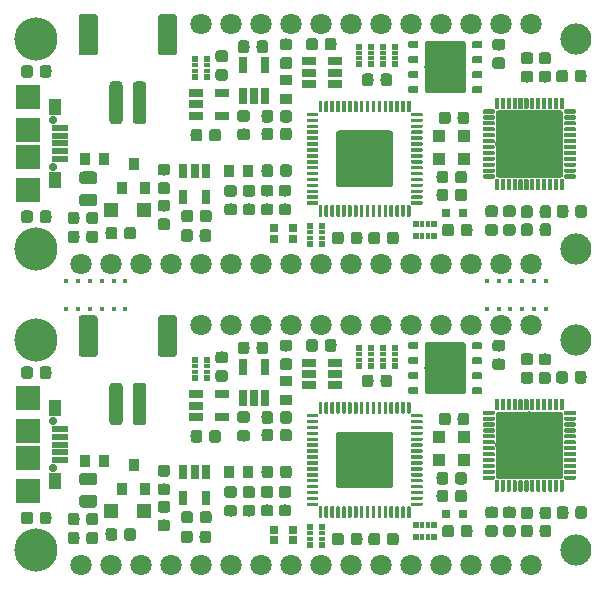
<source format=gbr>
G04 #@! TF.GenerationSoftware,KiCad,Pcbnew,(5.1.2)-1*
G04 #@! TF.CreationDate,2019-08-08T11:50:39+10:00*
G04 #@! TF.ProjectId,output.panel,6f757470-7574-42e7-9061-6e656c2e6b69,rev?*
G04 #@! TF.SameCoordinates,Original*
G04 #@! TF.FileFunction,Soldermask,Top*
G04 #@! TF.FilePolarity,Negative*
%FSLAX46Y46*%
G04 Gerber Fmt 4.6, Leading zero omitted, Abs format (unit mm)*
G04 Created by KiCad (PCBNEW (5.1.2)-1) date 2019-08-08 11:50:39*
%MOMM*%
%LPD*%
G04 APERTURE LIST*
%ADD10C,2.642000*%
%ADD11C,3.658000*%
%ADD12C,1.802000*%
%ADD13C,0.100000*%
%ADD14C,1.102000*%
%ADD15C,1.602000*%
%ADD16R,0.802000X0.652000*%
%ADD17C,0.977000*%
%ADD18R,0.602000X0.502000*%
%ADD19R,0.602000X0.402000*%
%ADD20R,1.162000X0.752000*%
%ADD21C,4.802000*%
%ADD22C,0.302000*%
%ADD23C,1.077000*%
%ADD24R,2.002000X2.002000*%
%ADD25R,1.102000X1.452000*%
%ADD26R,1.452000X0.502000*%
%ADD27C,0.702000*%
%ADD28R,0.502000X0.602000*%
%ADD29R,0.402000X0.602000*%
%ADD30C,5.702000*%
%ADD31C,0.352000*%
%ADD32R,0.952000X1.102000*%
%ADD33R,0.752000X1.322000*%
%ADD34C,3.502000*%
%ADD35C,0.602000*%
%ADD36R,1.102000X0.952000*%
%ADD37R,1.002000X1.102000*%
%ADD38R,0.752000X1.162000*%
%ADD39R,0.702000X0.802000*%
%ADD40R,1.202000X1.202000*%
%ADD41R,0.902000X1.002000*%
%ADD42C,0.402000*%
G04 APERTURE END LIST*
D10*
X74650000Y-68245001D03*
D11*
X28930000Y-68245001D03*
D10*
X74650000Y-50465001D03*
D11*
X28930000Y-50465001D03*
D12*
X70840000Y-49195001D03*
X68300000Y-49195001D03*
X65760000Y-49195001D03*
X63220000Y-49195001D03*
X60680000Y-49195001D03*
X58140000Y-49195001D03*
X55600000Y-49195001D03*
X53060000Y-49195001D03*
X50520000Y-49195001D03*
X47980000Y-49195001D03*
X45440000Y-49195001D03*
X42900000Y-49195001D03*
X70840000Y-69515001D03*
X32740000Y-69515001D03*
X68300000Y-69515001D03*
X65760000Y-69515001D03*
X63220000Y-69515001D03*
X60680000Y-69515001D03*
X58140000Y-69515001D03*
X55600000Y-69515001D03*
X53060000Y-69515001D03*
X50520000Y-69515001D03*
X47980000Y-69515001D03*
X45440000Y-69515001D03*
X42900000Y-69515001D03*
X40360000Y-69515001D03*
X37820000Y-69515001D03*
X35280000Y-69515001D03*
D13*
G36*
X38002504Y-54050327D02*
G01*
X38029247Y-54054294D01*
X38055473Y-54060863D01*
X38080929Y-54069971D01*
X38105370Y-54081531D01*
X38128560Y-54095430D01*
X38150275Y-54111536D01*
X38170308Y-54129692D01*
X38188464Y-54149725D01*
X38204570Y-54171440D01*
X38218469Y-54194630D01*
X38230029Y-54219071D01*
X38239137Y-54244527D01*
X38245706Y-54270753D01*
X38249673Y-54297496D01*
X38251000Y-54324500D01*
X38251000Y-57375500D01*
X38249673Y-57402504D01*
X38245706Y-57429247D01*
X38239137Y-57455473D01*
X38230029Y-57480929D01*
X38218469Y-57505370D01*
X38204570Y-57528560D01*
X38188464Y-57550275D01*
X38170308Y-57570308D01*
X38150275Y-57588464D01*
X38128560Y-57604570D01*
X38105370Y-57618469D01*
X38080929Y-57630029D01*
X38055473Y-57639137D01*
X38029247Y-57645706D01*
X38002504Y-57649673D01*
X37975500Y-57651000D01*
X37424500Y-57651000D01*
X37397496Y-57649673D01*
X37370753Y-57645706D01*
X37344527Y-57639137D01*
X37319071Y-57630029D01*
X37294630Y-57618469D01*
X37271440Y-57604570D01*
X37249725Y-57588464D01*
X37229692Y-57570308D01*
X37211536Y-57550275D01*
X37195430Y-57528560D01*
X37181531Y-57505370D01*
X37169971Y-57480929D01*
X37160863Y-57455473D01*
X37154294Y-57429247D01*
X37150327Y-57402504D01*
X37149000Y-57375500D01*
X37149000Y-54324500D01*
X37150327Y-54297496D01*
X37154294Y-54270753D01*
X37160863Y-54244527D01*
X37169971Y-54219071D01*
X37181531Y-54194630D01*
X37195430Y-54171440D01*
X37211536Y-54149725D01*
X37229692Y-54129692D01*
X37249725Y-54111536D01*
X37271440Y-54095430D01*
X37294630Y-54081531D01*
X37319071Y-54069971D01*
X37344527Y-54060863D01*
X37370753Y-54054294D01*
X37397496Y-54050327D01*
X37424500Y-54049000D01*
X37975500Y-54049000D01*
X38002504Y-54050327D01*
X38002504Y-54050327D01*
G37*
D14*
X37700000Y-55850000D03*
D13*
G36*
X36002504Y-54050327D02*
G01*
X36029247Y-54054294D01*
X36055473Y-54060863D01*
X36080929Y-54069971D01*
X36105370Y-54081531D01*
X36128560Y-54095430D01*
X36150275Y-54111536D01*
X36170308Y-54129692D01*
X36188464Y-54149725D01*
X36204570Y-54171440D01*
X36218469Y-54194630D01*
X36230029Y-54219071D01*
X36239137Y-54244527D01*
X36245706Y-54270753D01*
X36249673Y-54297496D01*
X36251000Y-54324500D01*
X36251000Y-57375500D01*
X36249673Y-57402504D01*
X36245706Y-57429247D01*
X36239137Y-57455473D01*
X36230029Y-57480929D01*
X36218469Y-57505370D01*
X36204570Y-57528560D01*
X36188464Y-57550275D01*
X36170308Y-57570308D01*
X36150275Y-57588464D01*
X36128560Y-57604570D01*
X36105370Y-57618469D01*
X36080929Y-57630029D01*
X36055473Y-57639137D01*
X36029247Y-57645706D01*
X36002504Y-57649673D01*
X35975500Y-57651000D01*
X35424500Y-57651000D01*
X35397496Y-57649673D01*
X35370753Y-57645706D01*
X35344527Y-57639137D01*
X35319071Y-57630029D01*
X35294630Y-57618469D01*
X35271440Y-57604570D01*
X35249725Y-57588464D01*
X35229692Y-57570308D01*
X35211536Y-57550275D01*
X35195430Y-57528560D01*
X35181531Y-57505370D01*
X35169971Y-57480929D01*
X35160863Y-57455473D01*
X35154294Y-57429247D01*
X35150327Y-57402504D01*
X35149000Y-57375500D01*
X35149000Y-54324500D01*
X35150327Y-54297496D01*
X35154294Y-54270753D01*
X35160863Y-54244527D01*
X35169971Y-54219071D01*
X35181531Y-54194630D01*
X35195430Y-54171440D01*
X35211536Y-54149725D01*
X35229692Y-54129692D01*
X35249725Y-54111536D01*
X35271440Y-54095430D01*
X35294630Y-54081531D01*
X35319071Y-54069971D01*
X35344527Y-54060863D01*
X35370753Y-54054294D01*
X35397496Y-54050327D01*
X35424500Y-54049000D01*
X35975500Y-54049000D01*
X36002504Y-54050327D01*
X36002504Y-54050327D01*
G37*
D14*
X35700000Y-55850000D03*
D13*
G36*
X40610171Y-48350286D02*
G01*
X40636089Y-48354130D01*
X40661506Y-48360497D01*
X40686176Y-48369324D01*
X40709863Y-48380527D01*
X40732337Y-48393998D01*
X40753383Y-48409606D01*
X40772798Y-48427202D01*
X40790394Y-48446617D01*
X40806002Y-48467663D01*
X40819473Y-48490137D01*
X40830676Y-48513824D01*
X40839503Y-48538494D01*
X40845870Y-48563911D01*
X40849714Y-48589829D01*
X40851000Y-48616000D01*
X40851000Y-51584000D01*
X40849714Y-51610171D01*
X40845870Y-51636089D01*
X40839503Y-51661506D01*
X40830676Y-51686176D01*
X40819473Y-51709863D01*
X40806002Y-51732337D01*
X40790394Y-51753383D01*
X40772798Y-51772798D01*
X40753383Y-51790394D01*
X40732337Y-51806002D01*
X40709863Y-51819473D01*
X40686176Y-51830676D01*
X40661506Y-51839503D01*
X40636089Y-51845870D01*
X40610171Y-51849714D01*
X40584000Y-51851000D01*
X39516000Y-51851000D01*
X39489829Y-51849714D01*
X39463911Y-51845870D01*
X39438494Y-51839503D01*
X39413824Y-51830676D01*
X39390137Y-51819473D01*
X39367663Y-51806002D01*
X39346617Y-51790394D01*
X39327202Y-51772798D01*
X39309606Y-51753383D01*
X39293998Y-51732337D01*
X39280527Y-51709863D01*
X39269324Y-51686176D01*
X39260497Y-51661506D01*
X39254130Y-51636089D01*
X39250286Y-51610171D01*
X39249000Y-51584000D01*
X39249000Y-48616000D01*
X39250286Y-48589829D01*
X39254130Y-48563911D01*
X39260497Y-48538494D01*
X39269324Y-48513824D01*
X39280527Y-48490137D01*
X39293998Y-48467663D01*
X39309606Y-48446617D01*
X39327202Y-48427202D01*
X39346617Y-48409606D01*
X39367663Y-48393998D01*
X39390137Y-48380527D01*
X39413824Y-48369324D01*
X39438494Y-48360497D01*
X39463911Y-48354130D01*
X39489829Y-48350286D01*
X39516000Y-48349000D01*
X40584000Y-48349000D01*
X40610171Y-48350286D01*
X40610171Y-48350286D01*
G37*
D15*
X40050000Y-50100000D03*
D13*
G36*
X33910171Y-48350286D02*
G01*
X33936089Y-48354130D01*
X33961506Y-48360497D01*
X33986176Y-48369324D01*
X34009863Y-48380527D01*
X34032337Y-48393998D01*
X34053383Y-48409606D01*
X34072798Y-48427202D01*
X34090394Y-48446617D01*
X34106002Y-48467663D01*
X34119473Y-48490137D01*
X34130676Y-48513824D01*
X34139503Y-48538494D01*
X34145870Y-48563911D01*
X34149714Y-48589829D01*
X34151000Y-48616000D01*
X34151000Y-51584000D01*
X34149714Y-51610171D01*
X34145870Y-51636089D01*
X34139503Y-51661506D01*
X34130676Y-51686176D01*
X34119473Y-51709863D01*
X34106002Y-51732337D01*
X34090394Y-51753383D01*
X34072798Y-51772798D01*
X34053383Y-51790394D01*
X34032337Y-51806002D01*
X34009863Y-51819473D01*
X33986176Y-51830676D01*
X33961506Y-51839503D01*
X33936089Y-51845870D01*
X33910171Y-51849714D01*
X33884000Y-51851000D01*
X32816000Y-51851000D01*
X32789829Y-51849714D01*
X32763911Y-51845870D01*
X32738494Y-51839503D01*
X32713824Y-51830676D01*
X32690137Y-51819473D01*
X32667663Y-51806002D01*
X32646617Y-51790394D01*
X32627202Y-51772798D01*
X32609606Y-51753383D01*
X32593998Y-51732337D01*
X32580527Y-51709863D01*
X32569324Y-51686176D01*
X32560497Y-51661506D01*
X32554130Y-51636089D01*
X32550286Y-51610171D01*
X32549000Y-51584000D01*
X32549000Y-48616000D01*
X32550286Y-48589829D01*
X32554130Y-48563911D01*
X32560497Y-48538494D01*
X32569324Y-48513824D01*
X32580527Y-48490137D01*
X32593998Y-48467663D01*
X32609606Y-48446617D01*
X32627202Y-48427202D01*
X32646617Y-48409606D01*
X32667663Y-48393998D01*
X32690137Y-48380527D01*
X32713824Y-48369324D01*
X32738494Y-48360497D01*
X32763911Y-48354130D01*
X32789829Y-48350286D01*
X32816000Y-48349000D01*
X33884000Y-48349000D01*
X33910171Y-48350286D01*
X33910171Y-48350286D01*
G37*
D15*
X33350000Y-50100000D03*
D16*
X50650000Y-66500000D03*
X49050000Y-66500000D03*
X50650000Y-67400000D03*
X49050000Y-67400000D03*
D13*
G36*
X65380691Y-56600176D02*
G01*
X65404401Y-56603693D01*
X65427652Y-56609517D01*
X65450220Y-56617592D01*
X65471889Y-56627841D01*
X65492448Y-56640164D01*
X65511701Y-56654442D01*
X65529461Y-56670539D01*
X65545558Y-56688299D01*
X65559836Y-56707552D01*
X65572159Y-56728111D01*
X65582408Y-56749780D01*
X65590483Y-56772348D01*
X65596307Y-56795599D01*
X65599824Y-56819309D01*
X65601000Y-56843250D01*
X65601000Y-57406750D01*
X65599824Y-57430691D01*
X65596307Y-57454401D01*
X65590483Y-57477652D01*
X65582408Y-57500220D01*
X65572159Y-57521889D01*
X65559836Y-57542448D01*
X65545558Y-57561701D01*
X65529461Y-57579461D01*
X65511701Y-57595558D01*
X65492448Y-57609836D01*
X65471889Y-57622159D01*
X65450220Y-57632408D01*
X65427652Y-57640483D01*
X65404401Y-57646307D01*
X65380691Y-57649824D01*
X65356750Y-57651000D01*
X64868250Y-57651000D01*
X64844309Y-57649824D01*
X64820599Y-57646307D01*
X64797348Y-57640483D01*
X64774780Y-57632408D01*
X64753111Y-57622159D01*
X64732552Y-57609836D01*
X64713299Y-57595558D01*
X64695539Y-57579461D01*
X64679442Y-57561701D01*
X64665164Y-57542448D01*
X64652841Y-57521889D01*
X64642592Y-57500220D01*
X64634517Y-57477652D01*
X64628693Y-57454401D01*
X64625176Y-57430691D01*
X64624000Y-57406750D01*
X64624000Y-56843250D01*
X64625176Y-56819309D01*
X64628693Y-56795599D01*
X64634517Y-56772348D01*
X64642592Y-56749780D01*
X64652841Y-56728111D01*
X64665164Y-56707552D01*
X64679442Y-56688299D01*
X64695539Y-56670539D01*
X64713299Y-56654442D01*
X64732552Y-56640164D01*
X64753111Y-56627841D01*
X64774780Y-56617592D01*
X64797348Y-56609517D01*
X64820599Y-56603693D01*
X64844309Y-56600176D01*
X64868250Y-56599000D01*
X65356750Y-56599000D01*
X65380691Y-56600176D01*
X65380691Y-56600176D01*
G37*
D17*
X65112500Y-57125000D03*
D13*
G36*
X63805691Y-56600176D02*
G01*
X63829401Y-56603693D01*
X63852652Y-56609517D01*
X63875220Y-56617592D01*
X63896889Y-56627841D01*
X63917448Y-56640164D01*
X63936701Y-56654442D01*
X63954461Y-56670539D01*
X63970558Y-56688299D01*
X63984836Y-56707552D01*
X63997159Y-56728111D01*
X64007408Y-56749780D01*
X64015483Y-56772348D01*
X64021307Y-56795599D01*
X64024824Y-56819309D01*
X64026000Y-56843250D01*
X64026000Y-57406750D01*
X64024824Y-57430691D01*
X64021307Y-57454401D01*
X64015483Y-57477652D01*
X64007408Y-57500220D01*
X63997159Y-57521889D01*
X63984836Y-57542448D01*
X63970558Y-57561701D01*
X63954461Y-57579461D01*
X63936701Y-57595558D01*
X63917448Y-57609836D01*
X63896889Y-57622159D01*
X63875220Y-57632408D01*
X63852652Y-57640483D01*
X63829401Y-57646307D01*
X63805691Y-57649824D01*
X63781750Y-57651000D01*
X63293250Y-57651000D01*
X63269309Y-57649824D01*
X63245599Y-57646307D01*
X63222348Y-57640483D01*
X63199780Y-57632408D01*
X63178111Y-57622159D01*
X63157552Y-57609836D01*
X63138299Y-57595558D01*
X63120539Y-57579461D01*
X63104442Y-57561701D01*
X63090164Y-57542448D01*
X63077841Y-57521889D01*
X63067592Y-57500220D01*
X63059517Y-57477652D01*
X63053693Y-57454401D01*
X63050176Y-57430691D01*
X63049000Y-57406750D01*
X63049000Y-56843250D01*
X63050176Y-56819309D01*
X63053693Y-56795599D01*
X63059517Y-56772348D01*
X63067592Y-56749780D01*
X63077841Y-56728111D01*
X63090164Y-56707552D01*
X63104442Y-56688299D01*
X63120539Y-56670539D01*
X63138299Y-56654442D01*
X63157552Y-56640164D01*
X63178111Y-56627841D01*
X63199780Y-56617592D01*
X63222348Y-56609517D01*
X63245599Y-56603693D01*
X63269309Y-56600176D01*
X63293250Y-56599000D01*
X63781750Y-56599000D01*
X63805691Y-56600176D01*
X63805691Y-56600176D01*
G37*
D17*
X63537500Y-57125000D03*
D18*
X52100000Y-66300000D03*
D19*
X52100000Y-66800000D03*
D18*
X52100000Y-67800000D03*
D19*
X52100000Y-67300000D03*
D18*
X53100000Y-66300000D03*
D19*
X53100000Y-67300000D03*
X53100000Y-66800000D03*
D18*
X53100000Y-67800000D03*
D13*
G36*
X32380691Y-66675176D02*
G01*
X32404401Y-66678693D01*
X32427652Y-66684517D01*
X32450220Y-66692592D01*
X32471889Y-66702841D01*
X32492448Y-66715164D01*
X32511701Y-66729442D01*
X32529461Y-66745539D01*
X32545558Y-66763299D01*
X32559836Y-66782552D01*
X32572159Y-66803111D01*
X32582408Y-66824780D01*
X32590483Y-66847348D01*
X32596307Y-66870599D01*
X32599824Y-66894309D01*
X32601000Y-66918250D01*
X32601000Y-67481750D01*
X32599824Y-67505691D01*
X32596307Y-67529401D01*
X32590483Y-67552652D01*
X32582408Y-67575220D01*
X32572159Y-67596889D01*
X32559836Y-67617448D01*
X32545558Y-67636701D01*
X32529461Y-67654461D01*
X32511701Y-67670558D01*
X32492448Y-67684836D01*
X32471889Y-67697159D01*
X32450220Y-67707408D01*
X32427652Y-67715483D01*
X32404401Y-67721307D01*
X32380691Y-67724824D01*
X32356750Y-67726000D01*
X31868250Y-67726000D01*
X31844309Y-67724824D01*
X31820599Y-67721307D01*
X31797348Y-67715483D01*
X31774780Y-67707408D01*
X31753111Y-67697159D01*
X31732552Y-67684836D01*
X31713299Y-67670558D01*
X31695539Y-67654461D01*
X31679442Y-67636701D01*
X31665164Y-67617448D01*
X31652841Y-67596889D01*
X31642592Y-67575220D01*
X31634517Y-67552652D01*
X31628693Y-67529401D01*
X31625176Y-67505691D01*
X31624000Y-67481750D01*
X31624000Y-66918250D01*
X31625176Y-66894309D01*
X31628693Y-66870599D01*
X31634517Y-66847348D01*
X31642592Y-66824780D01*
X31652841Y-66803111D01*
X31665164Y-66782552D01*
X31679442Y-66763299D01*
X31695539Y-66745539D01*
X31713299Y-66729442D01*
X31732552Y-66715164D01*
X31753111Y-66702841D01*
X31774780Y-66692592D01*
X31797348Y-66684517D01*
X31820599Y-66678693D01*
X31844309Y-66675176D01*
X31868250Y-66674000D01*
X32356750Y-66674000D01*
X32380691Y-66675176D01*
X32380691Y-66675176D01*
G37*
D17*
X32112500Y-67200000D03*
D13*
G36*
X33955691Y-66675176D02*
G01*
X33979401Y-66678693D01*
X34002652Y-66684517D01*
X34025220Y-66692592D01*
X34046889Y-66702841D01*
X34067448Y-66715164D01*
X34086701Y-66729442D01*
X34104461Y-66745539D01*
X34120558Y-66763299D01*
X34134836Y-66782552D01*
X34147159Y-66803111D01*
X34157408Y-66824780D01*
X34165483Y-66847348D01*
X34171307Y-66870599D01*
X34174824Y-66894309D01*
X34176000Y-66918250D01*
X34176000Y-67481750D01*
X34174824Y-67505691D01*
X34171307Y-67529401D01*
X34165483Y-67552652D01*
X34157408Y-67575220D01*
X34147159Y-67596889D01*
X34134836Y-67617448D01*
X34120558Y-67636701D01*
X34104461Y-67654461D01*
X34086701Y-67670558D01*
X34067448Y-67684836D01*
X34046889Y-67697159D01*
X34025220Y-67707408D01*
X34002652Y-67715483D01*
X33979401Y-67721307D01*
X33955691Y-67724824D01*
X33931750Y-67726000D01*
X33443250Y-67726000D01*
X33419309Y-67724824D01*
X33395599Y-67721307D01*
X33372348Y-67715483D01*
X33349780Y-67707408D01*
X33328111Y-67697159D01*
X33307552Y-67684836D01*
X33288299Y-67670558D01*
X33270539Y-67654461D01*
X33254442Y-67636701D01*
X33240164Y-67617448D01*
X33227841Y-67596889D01*
X33217592Y-67575220D01*
X33209517Y-67552652D01*
X33203693Y-67529401D01*
X33200176Y-67505691D01*
X33199000Y-67481750D01*
X33199000Y-66918250D01*
X33200176Y-66894309D01*
X33203693Y-66870599D01*
X33209517Y-66847348D01*
X33217592Y-66824780D01*
X33227841Y-66803111D01*
X33240164Y-66782552D01*
X33254442Y-66763299D01*
X33270539Y-66745539D01*
X33288299Y-66729442D01*
X33307552Y-66715164D01*
X33328111Y-66702841D01*
X33349780Y-66692592D01*
X33372348Y-66684517D01*
X33395599Y-66678693D01*
X33419309Y-66675176D01*
X33443250Y-66674000D01*
X33931750Y-66674000D01*
X33955691Y-66675176D01*
X33955691Y-66675176D01*
G37*
D17*
X33687500Y-67200000D03*
D20*
X42500000Y-55050000D03*
X42500000Y-56000000D03*
X42500000Y-56950000D03*
X44700000Y-56950000D03*
X44700000Y-55050000D03*
D13*
G36*
X45705691Y-62825176D02*
G01*
X45729401Y-62828693D01*
X45752652Y-62834517D01*
X45775220Y-62842592D01*
X45796889Y-62852841D01*
X45817448Y-62865164D01*
X45836701Y-62879442D01*
X45854461Y-62895539D01*
X45870558Y-62913299D01*
X45884836Y-62932552D01*
X45897159Y-62953111D01*
X45907408Y-62974780D01*
X45915483Y-62997348D01*
X45921307Y-63020599D01*
X45924824Y-63044309D01*
X45926000Y-63068250D01*
X45926000Y-63556750D01*
X45924824Y-63580691D01*
X45921307Y-63604401D01*
X45915483Y-63627652D01*
X45907408Y-63650220D01*
X45897159Y-63671889D01*
X45884836Y-63692448D01*
X45870558Y-63711701D01*
X45854461Y-63729461D01*
X45836701Y-63745558D01*
X45817448Y-63759836D01*
X45796889Y-63772159D01*
X45775220Y-63782408D01*
X45752652Y-63790483D01*
X45729401Y-63796307D01*
X45705691Y-63799824D01*
X45681750Y-63801000D01*
X45118250Y-63801000D01*
X45094309Y-63799824D01*
X45070599Y-63796307D01*
X45047348Y-63790483D01*
X45024780Y-63782408D01*
X45003111Y-63772159D01*
X44982552Y-63759836D01*
X44963299Y-63745558D01*
X44945539Y-63729461D01*
X44929442Y-63711701D01*
X44915164Y-63692448D01*
X44902841Y-63671889D01*
X44892592Y-63650220D01*
X44884517Y-63627652D01*
X44878693Y-63604401D01*
X44875176Y-63580691D01*
X44874000Y-63556750D01*
X44874000Y-63068250D01*
X44875176Y-63044309D01*
X44878693Y-63020599D01*
X44884517Y-62997348D01*
X44892592Y-62974780D01*
X44902841Y-62953111D01*
X44915164Y-62932552D01*
X44929442Y-62913299D01*
X44945539Y-62895539D01*
X44963299Y-62879442D01*
X44982552Y-62865164D01*
X45003111Y-62852841D01*
X45024780Y-62842592D01*
X45047348Y-62834517D01*
X45070599Y-62828693D01*
X45094309Y-62825176D01*
X45118250Y-62824000D01*
X45681750Y-62824000D01*
X45705691Y-62825176D01*
X45705691Y-62825176D01*
G37*
D17*
X45400000Y-63312500D03*
D13*
G36*
X45705691Y-64400176D02*
G01*
X45729401Y-64403693D01*
X45752652Y-64409517D01*
X45775220Y-64417592D01*
X45796889Y-64427841D01*
X45817448Y-64440164D01*
X45836701Y-64454442D01*
X45854461Y-64470539D01*
X45870558Y-64488299D01*
X45884836Y-64507552D01*
X45897159Y-64528111D01*
X45907408Y-64549780D01*
X45915483Y-64572348D01*
X45921307Y-64595599D01*
X45924824Y-64619309D01*
X45926000Y-64643250D01*
X45926000Y-65131750D01*
X45924824Y-65155691D01*
X45921307Y-65179401D01*
X45915483Y-65202652D01*
X45907408Y-65225220D01*
X45897159Y-65246889D01*
X45884836Y-65267448D01*
X45870558Y-65286701D01*
X45854461Y-65304461D01*
X45836701Y-65320558D01*
X45817448Y-65334836D01*
X45796889Y-65347159D01*
X45775220Y-65357408D01*
X45752652Y-65365483D01*
X45729401Y-65371307D01*
X45705691Y-65374824D01*
X45681750Y-65376000D01*
X45118250Y-65376000D01*
X45094309Y-65374824D01*
X45070599Y-65371307D01*
X45047348Y-65365483D01*
X45024780Y-65357408D01*
X45003111Y-65347159D01*
X44982552Y-65334836D01*
X44963299Y-65320558D01*
X44945539Y-65304461D01*
X44929442Y-65286701D01*
X44915164Y-65267448D01*
X44902841Y-65246889D01*
X44892592Y-65225220D01*
X44884517Y-65202652D01*
X44878693Y-65179401D01*
X44875176Y-65155691D01*
X44874000Y-65131750D01*
X44874000Y-64643250D01*
X44875176Y-64619309D01*
X44878693Y-64595599D01*
X44884517Y-64572348D01*
X44892592Y-64549780D01*
X44902841Y-64528111D01*
X44915164Y-64507552D01*
X44929442Y-64488299D01*
X44945539Y-64470539D01*
X44963299Y-64454442D01*
X44982552Y-64440164D01*
X45003111Y-64427841D01*
X45024780Y-64417592D01*
X45047348Y-64409517D01*
X45070599Y-64403693D01*
X45094309Y-64400176D01*
X45118250Y-64399000D01*
X45681750Y-64399000D01*
X45705691Y-64400176D01*
X45705691Y-64400176D01*
G37*
D17*
X45400000Y-64887500D03*
D13*
G36*
X64080691Y-66100176D02*
G01*
X64104401Y-66103693D01*
X64127652Y-66109517D01*
X64150220Y-66117592D01*
X64171889Y-66127841D01*
X64192448Y-66140164D01*
X64211701Y-66154442D01*
X64229461Y-66170539D01*
X64245558Y-66188299D01*
X64259836Y-66207552D01*
X64272159Y-66228111D01*
X64282408Y-66249780D01*
X64290483Y-66272348D01*
X64296307Y-66295599D01*
X64299824Y-66319309D01*
X64301000Y-66343250D01*
X64301000Y-66906750D01*
X64299824Y-66930691D01*
X64296307Y-66954401D01*
X64290483Y-66977652D01*
X64282408Y-67000220D01*
X64272159Y-67021889D01*
X64259836Y-67042448D01*
X64245558Y-67061701D01*
X64229461Y-67079461D01*
X64211701Y-67095558D01*
X64192448Y-67109836D01*
X64171889Y-67122159D01*
X64150220Y-67132408D01*
X64127652Y-67140483D01*
X64104401Y-67146307D01*
X64080691Y-67149824D01*
X64056750Y-67151000D01*
X63568250Y-67151000D01*
X63544309Y-67149824D01*
X63520599Y-67146307D01*
X63497348Y-67140483D01*
X63474780Y-67132408D01*
X63453111Y-67122159D01*
X63432552Y-67109836D01*
X63413299Y-67095558D01*
X63395539Y-67079461D01*
X63379442Y-67061701D01*
X63365164Y-67042448D01*
X63352841Y-67021889D01*
X63342592Y-67000220D01*
X63334517Y-66977652D01*
X63328693Y-66954401D01*
X63325176Y-66930691D01*
X63324000Y-66906750D01*
X63324000Y-66343250D01*
X63325176Y-66319309D01*
X63328693Y-66295599D01*
X63334517Y-66272348D01*
X63342592Y-66249780D01*
X63352841Y-66228111D01*
X63365164Y-66207552D01*
X63379442Y-66188299D01*
X63395539Y-66170539D01*
X63413299Y-66154442D01*
X63432552Y-66140164D01*
X63453111Y-66127841D01*
X63474780Y-66117592D01*
X63497348Y-66109517D01*
X63520599Y-66103693D01*
X63544309Y-66100176D01*
X63568250Y-66099000D01*
X64056750Y-66099000D01*
X64080691Y-66100176D01*
X64080691Y-66100176D01*
G37*
D17*
X63812500Y-66625000D03*
D13*
G36*
X65655691Y-66100176D02*
G01*
X65679401Y-66103693D01*
X65702652Y-66109517D01*
X65725220Y-66117592D01*
X65746889Y-66127841D01*
X65767448Y-66140164D01*
X65786701Y-66154442D01*
X65804461Y-66170539D01*
X65820558Y-66188299D01*
X65834836Y-66207552D01*
X65847159Y-66228111D01*
X65857408Y-66249780D01*
X65865483Y-66272348D01*
X65871307Y-66295599D01*
X65874824Y-66319309D01*
X65876000Y-66343250D01*
X65876000Y-66906750D01*
X65874824Y-66930691D01*
X65871307Y-66954401D01*
X65865483Y-66977652D01*
X65857408Y-67000220D01*
X65847159Y-67021889D01*
X65834836Y-67042448D01*
X65820558Y-67061701D01*
X65804461Y-67079461D01*
X65786701Y-67095558D01*
X65767448Y-67109836D01*
X65746889Y-67122159D01*
X65725220Y-67132408D01*
X65702652Y-67140483D01*
X65679401Y-67146307D01*
X65655691Y-67149824D01*
X65631750Y-67151000D01*
X65143250Y-67151000D01*
X65119309Y-67149824D01*
X65095599Y-67146307D01*
X65072348Y-67140483D01*
X65049780Y-67132408D01*
X65028111Y-67122159D01*
X65007552Y-67109836D01*
X64988299Y-67095558D01*
X64970539Y-67079461D01*
X64954442Y-67061701D01*
X64940164Y-67042448D01*
X64927841Y-67021889D01*
X64917592Y-67000220D01*
X64909517Y-66977652D01*
X64903693Y-66954401D01*
X64900176Y-66930691D01*
X64899000Y-66906750D01*
X64899000Y-66343250D01*
X64900176Y-66319309D01*
X64903693Y-66295599D01*
X64909517Y-66272348D01*
X64917592Y-66249780D01*
X64927841Y-66228111D01*
X64940164Y-66207552D01*
X64954442Y-66188299D01*
X64970539Y-66170539D01*
X64988299Y-66154442D01*
X65007552Y-66140164D01*
X65028111Y-66127841D01*
X65049780Y-66117592D01*
X65072348Y-66109517D01*
X65095599Y-66103693D01*
X65119309Y-66100176D01*
X65143250Y-66099000D01*
X65631750Y-66099000D01*
X65655691Y-66100176D01*
X65655691Y-66100176D01*
G37*
D17*
X65387500Y-66625000D03*
D13*
G36*
X73730691Y-53075176D02*
G01*
X73754401Y-53078693D01*
X73777652Y-53084517D01*
X73800220Y-53092592D01*
X73821889Y-53102841D01*
X73842448Y-53115164D01*
X73861701Y-53129442D01*
X73879461Y-53145539D01*
X73895558Y-53163299D01*
X73909836Y-53182552D01*
X73922159Y-53203111D01*
X73932408Y-53224780D01*
X73940483Y-53247348D01*
X73946307Y-53270599D01*
X73949824Y-53294309D01*
X73951000Y-53318250D01*
X73951000Y-53881750D01*
X73949824Y-53905691D01*
X73946307Y-53929401D01*
X73940483Y-53952652D01*
X73932408Y-53975220D01*
X73922159Y-53996889D01*
X73909836Y-54017448D01*
X73895558Y-54036701D01*
X73879461Y-54054461D01*
X73861701Y-54070558D01*
X73842448Y-54084836D01*
X73821889Y-54097159D01*
X73800220Y-54107408D01*
X73777652Y-54115483D01*
X73754401Y-54121307D01*
X73730691Y-54124824D01*
X73706750Y-54126000D01*
X73218250Y-54126000D01*
X73194309Y-54124824D01*
X73170599Y-54121307D01*
X73147348Y-54115483D01*
X73124780Y-54107408D01*
X73103111Y-54097159D01*
X73082552Y-54084836D01*
X73063299Y-54070558D01*
X73045539Y-54054461D01*
X73029442Y-54036701D01*
X73015164Y-54017448D01*
X73002841Y-53996889D01*
X72992592Y-53975220D01*
X72984517Y-53952652D01*
X72978693Y-53929401D01*
X72975176Y-53905691D01*
X72974000Y-53881750D01*
X72974000Y-53318250D01*
X72975176Y-53294309D01*
X72978693Y-53270599D01*
X72984517Y-53247348D01*
X72992592Y-53224780D01*
X73002841Y-53203111D01*
X73015164Y-53182552D01*
X73029442Y-53163299D01*
X73045539Y-53145539D01*
X73063299Y-53129442D01*
X73082552Y-53115164D01*
X73103111Y-53102841D01*
X73124780Y-53092592D01*
X73147348Y-53084517D01*
X73170599Y-53078693D01*
X73194309Y-53075176D01*
X73218250Y-53074000D01*
X73706750Y-53074000D01*
X73730691Y-53075176D01*
X73730691Y-53075176D01*
G37*
D17*
X73462500Y-53600000D03*
D13*
G36*
X75305691Y-53075176D02*
G01*
X75329401Y-53078693D01*
X75352652Y-53084517D01*
X75375220Y-53092592D01*
X75396889Y-53102841D01*
X75417448Y-53115164D01*
X75436701Y-53129442D01*
X75454461Y-53145539D01*
X75470558Y-53163299D01*
X75484836Y-53182552D01*
X75497159Y-53203111D01*
X75507408Y-53224780D01*
X75515483Y-53247348D01*
X75521307Y-53270599D01*
X75524824Y-53294309D01*
X75526000Y-53318250D01*
X75526000Y-53881750D01*
X75524824Y-53905691D01*
X75521307Y-53929401D01*
X75515483Y-53952652D01*
X75507408Y-53975220D01*
X75497159Y-53996889D01*
X75484836Y-54017448D01*
X75470558Y-54036701D01*
X75454461Y-54054461D01*
X75436701Y-54070558D01*
X75417448Y-54084836D01*
X75396889Y-54097159D01*
X75375220Y-54107408D01*
X75352652Y-54115483D01*
X75329401Y-54121307D01*
X75305691Y-54124824D01*
X75281750Y-54126000D01*
X74793250Y-54126000D01*
X74769309Y-54124824D01*
X74745599Y-54121307D01*
X74722348Y-54115483D01*
X74699780Y-54107408D01*
X74678111Y-54097159D01*
X74657552Y-54084836D01*
X74638299Y-54070558D01*
X74620539Y-54054461D01*
X74604442Y-54036701D01*
X74590164Y-54017448D01*
X74577841Y-53996889D01*
X74567592Y-53975220D01*
X74559517Y-53952652D01*
X74553693Y-53929401D01*
X74550176Y-53905691D01*
X74549000Y-53881750D01*
X74549000Y-53318250D01*
X74550176Y-53294309D01*
X74553693Y-53270599D01*
X74559517Y-53247348D01*
X74567592Y-53224780D01*
X74577841Y-53203111D01*
X74590164Y-53182552D01*
X74604442Y-53163299D01*
X74620539Y-53145539D01*
X74638299Y-53129442D01*
X74657552Y-53115164D01*
X74678111Y-53102841D01*
X74699780Y-53092592D01*
X74722348Y-53084517D01*
X74745599Y-53078693D01*
X74769309Y-53075176D01*
X74793250Y-53074000D01*
X75281750Y-53074000D01*
X75305691Y-53075176D01*
X75305691Y-53075176D01*
G37*
D17*
X75037500Y-53600000D03*
D13*
G36*
X72330691Y-66075176D02*
G01*
X72354401Y-66078693D01*
X72377652Y-66084517D01*
X72400220Y-66092592D01*
X72421889Y-66102841D01*
X72442448Y-66115164D01*
X72461701Y-66129442D01*
X72479461Y-66145539D01*
X72495558Y-66163299D01*
X72509836Y-66182552D01*
X72522159Y-66203111D01*
X72532408Y-66224780D01*
X72540483Y-66247348D01*
X72546307Y-66270599D01*
X72549824Y-66294309D01*
X72551000Y-66318250D01*
X72551000Y-66881750D01*
X72549824Y-66905691D01*
X72546307Y-66929401D01*
X72540483Y-66952652D01*
X72532408Y-66975220D01*
X72522159Y-66996889D01*
X72509836Y-67017448D01*
X72495558Y-67036701D01*
X72479461Y-67054461D01*
X72461701Y-67070558D01*
X72442448Y-67084836D01*
X72421889Y-67097159D01*
X72400220Y-67107408D01*
X72377652Y-67115483D01*
X72354401Y-67121307D01*
X72330691Y-67124824D01*
X72306750Y-67126000D01*
X71818250Y-67126000D01*
X71794309Y-67124824D01*
X71770599Y-67121307D01*
X71747348Y-67115483D01*
X71724780Y-67107408D01*
X71703111Y-67097159D01*
X71682552Y-67084836D01*
X71663299Y-67070558D01*
X71645539Y-67054461D01*
X71629442Y-67036701D01*
X71615164Y-67017448D01*
X71602841Y-66996889D01*
X71592592Y-66975220D01*
X71584517Y-66952652D01*
X71578693Y-66929401D01*
X71575176Y-66905691D01*
X71574000Y-66881750D01*
X71574000Y-66318250D01*
X71575176Y-66294309D01*
X71578693Y-66270599D01*
X71584517Y-66247348D01*
X71592592Y-66224780D01*
X71602841Y-66203111D01*
X71615164Y-66182552D01*
X71629442Y-66163299D01*
X71645539Y-66145539D01*
X71663299Y-66129442D01*
X71682552Y-66115164D01*
X71703111Y-66102841D01*
X71724780Y-66092592D01*
X71747348Y-66084517D01*
X71770599Y-66078693D01*
X71794309Y-66075176D01*
X71818250Y-66074000D01*
X72306750Y-66074000D01*
X72330691Y-66075176D01*
X72330691Y-66075176D01*
G37*
D17*
X72062500Y-66600000D03*
D13*
G36*
X70755691Y-66075176D02*
G01*
X70779401Y-66078693D01*
X70802652Y-66084517D01*
X70825220Y-66092592D01*
X70846889Y-66102841D01*
X70867448Y-66115164D01*
X70886701Y-66129442D01*
X70904461Y-66145539D01*
X70920558Y-66163299D01*
X70934836Y-66182552D01*
X70947159Y-66203111D01*
X70957408Y-66224780D01*
X70965483Y-66247348D01*
X70971307Y-66270599D01*
X70974824Y-66294309D01*
X70976000Y-66318250D01*
X70976000Y-66881750D01*
X70974824Y-66905691D01*
X70971307Y-66929401D01*
X70965483Y-66952652D01*
X70957408Y-66975220D01*
X70947159Y-66996889D01*
X70934836Y-67017448D01*
X70920558Y-67036701D01*
X70904461Y-67054461D01*
X70886701Y-67070558D01*
X70867448Y-67084836D01*
X70846889Y-67097159D01*
X70825220Y-67107408D01*
X70802652Y-67115483D01*
X70779401Y-67121307D01*
X70755691Y-67124824D01*
X70731750Y-67126000D01*
X70243250Y-67126000D01*
X70219309Y-67124824D01*
X70195599Y-67121307D01*
X70172348Y-67115483D01*
X70149780Y-67107408D01*
X70128111Y-67097159D01*
X70107552Y-67084836D01*
X70088299Y-67070558D01*
X70070539Y-67054461D01*
X70054442Y-67036701D01*
X70040164Y-67017448D01*
X70027841Y-66996889D01*
X70017592Y-66975220D01*
X70009517Y-66952652D01*
X70003693Y-66929401D01*
X70000176Y-66905691D01*
X69999000Y-66881750D01*
X69999000Y-66318250D01*
X70000176Y-66294309D01*
X70003693Y-66270599D01*
X70009517Y-66247348D01*
X70017592Y-66224780D01*
X70027841Y-66203111D01*
X70040164Y-66182552D01*
X70054442Y-66163299D01*
X70070539Y-66145539D01*
X70088299Y-66129442D01*
X70107552Y-66115164D01*
X70128111Y-66102841D01*
X70149780Y-66092592D01*
X70172348Y-66084517D01*
X70195599Y-66078693D01*
X70219309Y-66075176D01*
X70243250Y-66074000D01*
X70731750Y-66074000D01*
X70755691Y-66075176D01*
X70755691Y-66075176D01*
G37*
D17*
X70487500Y-66600000D03*
D13*
G36*
X72305691Y-51587676D02*
G01*
X72329401Y-51591193D01*
X72352652Y-51597017D01*
X72375220Y-51605092D01*
X72396889Y-51615341D01*
X72417448Y-51627664D01*
X72436701Y-51641942D01*
X72454461Y-51658039D01*
X72470558Y-51675799D01*
X72484836Y-51695052D01*
X72497159Y-51715611D01*
X72507408Y-51737280D01*
X72515483Y-51759848D01*
X72521307Y-51783099D01*
X72524824Y-51806809D01*
X72526000Y-51830750D01*
X72526000Y-52319250D01*
X72524824Y-52343191D01*
X72521307Y-52366901D01*
X72515483Y-52390152D01*
X72507408Y-52412720D01*
X72497159Y-52434389D01*
X72484836Y-52454948D01*
X72470558Y-52474201D01*
X72454461Y-52491961D01*
X72436701Y-52508058D01*
X72417448Y-52522336D01*
X72396889Y-52534659D01*
X72375220Y-52544908D01*
X72352652Y-52552983D01*
X72329401Y-52558807D01*
X72305691Y-52562324D01*
X72281750Y-52563500D01*
X71718250Y-52563500D01*
X71694309Y-52562324D01*
X71670599Y-52558807D01*
X71647348Y-52552983D01*
X71624780Y-52544908D01*
X71603111Y-52534659D01*
X71582552Y-52522336D01*
X71563299Y-52508058D01*
X71545539Y-52491961D01*
X71529442Y-52474201D01*
X71515164Y-52454948D01*
X71502841Y-52434389D01*
X71492592Y-52412720D01*
X71484517Y-52390152D01*
X71478693Y-52366901D01*
X71475176Y-52343191D01*
X71474000Y-52319250D01*
X71474000Y-51830750D01*
X71475176Y-51806809D01*
X71478693Y-51783099D01*
X71484517Y-51759848D01*
X71492592Y-51737280D01*
X71502841Y-51715611D01*
X71515164Y-51695052D01*
X71529442Y-51675799D01*
X71545539Y-51658039D01*
X71563299Y-51641942D01*
X71582552Y-51627664D01*
X71603111Y-51615341D01*
X71624780Y-51605092D01*
X71647348Y-51597017D01*
X71670599Y-51591193D01*
X71694309Y-51587676D01*
X71718250Y-51586500D01*
X72281750Y-51586500D01*
X72305691Y-51587676D01*
X72305691Y-51587676D01*
G37*
D17*
X72000000Y-52075000D03*
D13*
G36*
X72305691Y-53162676D02*
G01*
X72329401Y-53166193D01*
X72352652Y-53172017D01*
X72375220Y-53180092D01*
X72396889Y-53190341D01*
X72417448Y-53202664D01*
X72436701Y-53216942D01*
X72454461Y-53233039D01*
X72470558Y-53250799D01*
X72484836Y-53270052D01*
X72497159Y-53290611D01*
X72507408Y-53312280D01*
X72515483Y-53334848D01*
X72521307Y-53358099D01*
X72524824Y-53381809D01*
X72526000Y-53405750D01*
X72526000Y-53894250D01*
X72524824Y-53918191D01*
X72521307Y-53941901D01*
X72515483Y-53965152D01*
X72507408Y-53987720D01*
X72497159Y-54009389D01*
X72484836Y-54029948D01*
X72470558Y-54049201D01*
X72454461Y-54066961D01*
X72436701Y-54083058D01*
X72417448Y-54097336D01*
X72396889Y-54109659D01*
X72375220Y-54119908D01*
X72352652Y-54127983D01*
X72329401Y-54133807D01*
X72305691Y-54137324D01*
X72281750Y-54138500D01*
X71718250Y-54138500D01*
X71694309Y-54137324D01*
X71670599Y-54133807D01*
X71647348Y-54127983D01*
X71624780Y-54119908D01*
X71603111Y-54109659D01*
X71582552Y-54097336D01*
X71563299Y-54083058D01*
X71545539Y-54066961D01*
X71529442Y-54049201D01*
X71515164Y-54029948D01*
X71502841Y-54009389D01*
X71492592Y-53987720D01*
X71484517Y-53965152D01*
X71478693Y-53941901D01*
X71475176Y-53918191D01*
X71474000Y-53894250D01*
X71474000Y-53405750D01*
X71475176Y-53381809D01*
X71478693Y-53358099D01*
X71484517Y-53334848D01*
X71492592Y-53312280D01*
X71502841Y-53290611D01*
X71515164Y-53270052D01*
X71529442Y-53250799D01*
X71545539Y-53233039D01*
X71563299Y-53216942D01*
X71582552Y-53202664D01*
X71603111Y-53190341D01*
X71624780Y-53180092D01*
X71647348Y-53172017D01*
X71670599Y-53166193D01*
X71694309Y-53162676D01*
X71718250Y-53161500D01*
X72281750Y-53161500D01*
X72305691Y-53162676D01*
X72305691Y-53162676D01*
G37*
D17*
X72000000Y-53650000D03*
D13*
G36*
X75355691Y-64525176D02*
G01*
X75379401Y-64528693D01*
X75402652Y-64534517D01*
X75425220Y-64542592D01*
X75446889Y-64552841D01*
X75467448Y-64565164D01*
X75486701Y-64579442D01*
X75504461Y-64595539D01*
X75520558Y-64613299D01*
X75534836Y-64632552D01*
X75547159Y-64653111D01*
X75557408Y-64674780D01*
X75565483Y-64697348D01*
X75571307Y-64720599D01*
X75574824Y-64744309D01*
X75576000Y-64768250D01*
X75576000Y-65331750D01*
X75574824Y-65355691D01*
X75571307Y-65379401D01*
X75565483Y-65402652D01*
X75557408Y-65425220D01*
X75547159Y-65446889D01*
X75534836Y-65467448D01*
X75520558Y-65486701D01*
X75504461Y-65504461D01*
X75486701Y-65520558D01*
X75467448Y-65534836D01*
X75446889Y-65547159D01*
X75425220Y-65557408D01*
X75402652Y-65565483D01*
X75379401Y-65571307D01*
X75355691Y-65574824D01*
X75331750Y-65576000D01*
X74843250Y-65576000D01*
X74819309Y-65574824D01*
X74795599Y-65571307D01*
X74772348Y-65565483D01*
X74749780Y-65557408D01*
X74728111Y-65547159D01*
X74707552Y-65534836D01*
X74688299Y-65520558D01*
X74670539Y-65504461D01*
X74654442Y-65486701D01*
X74640164Y-65467448D01*
X74627841Y-65446889D01*
X74617592Y-65425220D01*
X74609517Y-65402652D01*
X74603693Y-65379401D01*
X74600176Y-65355691D01*
X74599000Y-65331750D01*
X74599000Y-64768250D01*
X74600176Y-64744309D01*
X74603693Y-64720599D01*
X74609517Y-64697348D01*
X74617592Y-64674780D01*
X74627841Y-64653111D01*
X74640164Y-64632552D01*
X74654442Y-64613299D01*
X74670539Y-64595539D01*
X74688299Y-64579442D01*
X74707552Y-64565164D01*
X74728111Y-64552841D01*
X74749780Y-64542592D01*
X74772348Y-64534517D01*
X74795599Y-64528693D01*
X74819309Y-64525176D01*
X74843250Y-64524000D01*
X75331750Y-64524000D01*
X75355691Y-64525176D01*
X75355691Y-64525176D01*
G37*
D17*
X75087500Y-65050000D03*
D13*
G36*
X73780691Y-64525176D02*
G01*
X73804401Y-64528693D01*
X73827652Y-64534517D01*
X73850220Y-64542592D01*
X73871889Y-64552841D01*
X73892448Y-64565164D01*
X73911701Y-64579442D01*
X73929461Y-64595539D01*
X73945558Y-64613299D01*
X73959836Y-64632552D01*
X73972159Y-64653111D01*
X73982408Y-64674780D01*
X73990483Y-64697348D01*
X73996307Y-64720599D01*
X73999824Y-64744309D01*
X74001000Y-64768250D01*
X74001000Y-65331750D01*
X73999824Y-65355691D01*
X73996307Y-65379401D01*
X73990483Y-65402652D01*
X73982408Y-65425220D01*
X73972159Y-65446889D01*
X73959836Y-65467448D01*
X73945558Y-65486701D01*
X73929461Y-65504461D01*
X73911701Y-65520558D01*
X73892448Y-65534836D01*
X73871889Y-65547159D01*
X73850220Y-65557408D01*
X73827652Y-65565483D01*
X73804401Y-65571307D01*
X73780691Y-65574824D01*
X73756750Y-65576000D01*
X73268250Y-65576000D01*
X73244309Y-65574824D01*
X73220599Y-65571307D01*
X73197348Y-65565483D01*
X73174780Y-65557408D01*
X73153111Y-65547159D01*
X73132552Y-65534836D01*
X73113299Y-65520558D01*
X73095539Y-65504461D01*
X73079442Y-65486701D01*
X73065164Y-65467448D01*
X73052841Y-65446889D01*
X73042592Y-65425220D01*
X73034517Y-65402652D01*
X73028693Y-65379401D01*
X73025176Y-65355691D01*
X73024000Y-65331750D01*
X73024000Y-64768250D01*
X73025176Y-64744309D01*
X73028693Y-64720599D01*
X73034517Y-64697348D01*
X73042592Y-64674780D01*
X73052841Y-64653111D01*
X73065164Y-64632552D01*
X73079442Y-64613299D01*
X73095539Y-64595539D01*
X73113299Y-64579442D01*
X73132552Y-64565164D01*
X73153111Y-64552841D01*
X73174780Y-64542592D01*
X73197348Y-64534517D01*
X73220599Y-64528693D01*
X73244309Y-64525176D01*
X73268250Y-64524000D01*
X73756750Y-64524000D01*
X73780691Y-64525176D01*
X73780691Y-64525176D01*
G37*
D17*
X73512500Y-65050000D03*
D13*
G36*
X68405691Y-52012676D02*
G01*
X68429401Y-52016193D01*
X68452652Y-52022017D01*
X68475220Y-52030092D01*
X68496889Y-52040341D01*
X68517448Y-52052664D01*
X68536701Y-52066942D01*
X68554461Y-52083039D01*
X68570558Y-52100799D01*
X68584836Y-52120052D01*
X68597159Y-52140611D01*
X68607408Y-52162280D01*
X68615483Y-52184848D01*
X68621307Y-52208099D01*
X68624824Y-52231809D01*
X68626000Y-52255750D01*
X68626000Y-52744250D01*
X68624824Y-52768191D01*
X68621307Y-52791901D01*
X68615483Y-52815152D01*
X68607408Y-52837720D01*
X68597159Y-52859389D01*
X68584836Y-52879948D01*
X68570558Y-52899201D01*
X68554461Y-52916961D01*
X68536701Y-52933058D01*
X68517448Y-52947336D01*
X68496889Y-52959659D01*
X68475220Y-52969908D01*
X68452652Y-52977983D01*
X68429401Y-52983807D01*
X68405691Y-52987324D01*
X68381750Y-52988500D01*
X67818250Y-52988500D01*
X67794309Y-52987324D01*
X67770599Y-52983807D01*
X67747348Y-52977983D01*
X67724780Y-52969908D01*
X67703111Y-52959659D01*
X67682552Y-52947336D01*
X67663299Y-52933058D01*
X67645539Y-52916961D01*
X67629442Y-52899201D01*
X67615164Y-52879948D01*
X67602841Y-52859389D01*
X67592592Y-52837720D01*
X67584517Y-52815152D01*
X67578693Y-52791901D01*
X67575176Y-52768191D01*
X67574000Y-52744250D01*
X67574000Y-52255750D01*
X67575176Y-52231809D01*
X67578693Y-52208099D01*
X67584517Y-52184848D01*
X67592592Y-52162280D01*
X67602841Y-52140611D01*
X67615164Y-52120052D01*
X67629442Y-52100799D01*
X67645539Y-52083039D01*
X67663299Y-52066942D01*
X67682552Y-52052664D01*
X67703111Y-52040341D01*
X67724780Y-52030092D01*
X67747348Y-52022017D01*
X67770599Y-52016193D01*
X67794309Y-52012676D01*
X67818250Y-52011500D01*
X68381750Y-52011500D01*
X68405691Y-52012676D01*
X68405691Y-52012676D01*
G37*
D17*
X68100000Y-52500000D03*
D13*
G36*
X68405691Y-50437676D02*
G01*
X68429401Y-50441193D01*
X68452652Y-50447017D01*
X68475220Y-50455092D01*
X68496889Y-50465341D01*
X68517448Y-50477664D01*
X68536701Y-50491942D01*
X68554461Y-50508039D01*
X68570558Y-50525799D01*
X68584836Y-50545052D01*
X68597159Y-50565611D01*
X68607408Y-50587280D01*
X68615483Y-50609848D01*
X68621307Y-50633099D01*
X68624824Y-50656809D01*
X68626000Y-50680750D01*
X68626000Y-51169250D01*
X68624824Y-51193191D01*
X68621307Y-51216901D01*
X68615483Y-51240152D01*
X68607408Y-51262720D01*
X68597159Y-51284389D01*
X68584836Y-51304948D01*
X68570558Y-51324201D01*
X68554461Y-51341961D01*
X68536701Y-51358058D01*
X68517448Y-51372336D01*
X68496889Y-51384659D01*
X68475220Y-51394908D01*
X68452652Y-51402983D01*
X68429401Y-51408807D01*
X68405691Y-51412324D01*
X68381750Y-51413500D01*
X67818250Y-51413500D01*
X67794309Y-51412324D01*
X67770599Y-51408807D01*
X67747348Y-51402983D01*
X67724780Y-51394908D01*
X67703111Y-51384659D01*
X67682552Y-51372336D01*
X67663299Y-51358058D01*
X67645539Y-51341961D01*
X67629442Y-51324201D01*
X67615164Y-51304948D01*
X67602841Y-51284389D01*
X67592592Y-51262720D01*
X67584517Y-51240152D01*
X67578693Y-51216901D01*
X67575176Y-51193191D01*
X67574000Y-51169250D01*
X67574000Y-50680750D01*
X67575176Y-50656809D01*
X67578693Y-50633099D01*
X67584517Y-50609848D01*
X67592592Y-50587280D01*
X67602841Y-50565611D01*
X67615164Y-50545052D01*
X67629442Y-50525799D01*
X67645539Y-50508039D01*
X67663299Y-50491942D01*
X67682552Y-50477664D01*
X67703111Y-50465341D01*
X67724780Y-50455092D01*
X67747348Y-50447017D01*
X67770599Y-50441193D01*
X67794309Y-50437676D01*
X67818250Y-50436500D01*
X68381750Y-50436500D01*
X68405691Y-50437676D01*
X68405691Y-50437676D01*
G37*
D17*
X68100000Y-50925000D03*
D13*
G36*
X48355691Y-50575176D02*
G01*
X48379401Y-50578693D01*
X48402652Y-50584517D01*
X48425220Y-50592592D01*
X48446889Y-50602841D01*
X48467448Y-50615164D01*
X48486701Y-50629442D01*
X48504461Y-50645539D01*
X48520558Y-50663299D01*
X48534836Y-50682552D01*
X48547159Y-50703111D01*
X48557408Y-50724780D01*
X48565483Y-50747348D01*
X48571307Y-50770599D01*
X48574824Y-50794309D01*
X48576000Y-50818250D01*
X48576000Y-51381750D01*
X48574824Y-51405691D01*
X48571307Y-51429401D01*
X48565483Y-51452652D01*
X48557408Y-51475220D01*
X48547159Y-51496889D01*
X48534836Y-51517448D01*
X48520558Y-51536701D01*
X48504461Y-51554461D01*
X48486701Y-51570558D01*
X48467448Y-51584836D01*
X48446889Y-51597159D01*
X48425220Y-51607408D01*
X48402652Y-51615483D01*
X48379401Y-51621307D01*
X48355691Y-51624824D01*
X48331750Y-51626000D01*
X47843250Y-51626000D01*
X47819309Y-51624824D01*
X47795599Y-51621307D01*
X47772348Y-51615483D01*
X47749780Y-51607408D01*
X47728111Y-51597159D01*
X47707552Y-51584836D01*
X47688299Y-51570558D01*
X47670539Y-51554461D01*
X47654442Y-51536701D01*
X47640164Y-51517448D01*
X47627841Y-51496889D01*
X47617592Y-51475220D01*
X47609517Y-51452652D01*
X47603693Y-51429401D01*
X47600176Y-51405691D01*
X47599000Y-51381750D01*
X47599000Y-50818250D01*
X47600176Y-50794309D01*
X47603693Y-50770599D01*
X47609517Y-50747348D01*
X47617592Y-50724780D01*
X47627841Y-50703111D01*
X47640164Y-50682552D01*
X47654442Y-50663299D01*
X47670539Y-50645539D01*
X47688299Y-50629442D01*
X47707552Y-50615164D01*
X47728111Y-50602841D01*
X47749780Y-50592592D01*
X47772348Y-50584517D01*
X47795599Y-50578693D01*
X47819309Y-50575176D01*
X47843250Y-50574000D01*
X48331750Y-50574000D01*
X48355691Y-50575176D01*
X48355691Y-50575176D01*
G37*
D17*
X48087500Y-51100000D03*
D13*
G36*
X46780691Y-50575176D02*
G01*
X46804401Y-50578693D01*
X46827652Y-50584517D01*
X46850220Y-50592592D01*
X46871889Y-50602841D01*
X46892448Y-50615164D01*
X46911701Y-50629442D01*
X46929461Y-50645539D01*
X46945558Y-50663299D01*
X46959836Y-50682552D01*
X46972159Y-50703111D01*
X46982408Y-50724780D01*
X46990483Y-50747348D01*
X46996307Y-50770599D01*
X46999824Y-50794309D01*
X47001000Y-50818250D01*
X47001000Y-51381750D01*
X46999824Y-51405691D01*
X46996307Y-51429401D01*
X46990483Y-51452652D01*
X46982408Y-51475220D01*
X46972159Y-51496889D01*
X46959836Y-51517448D01*
X46945558Y-51536701D01*
X46929461Y-51554461D01*
X46911701Y-51570558D01*
X46892448Y-51584836D01*
X46871889Y-51597159D01*
X46850220Y-51607408D01*
X46827652Y-51615483D01*
X46804401Y-51621307D01*
X46780691Y-51624824D01*
X46756750Y-51626000D01*
X46268250Y-51626000D01*
X46244309Y-51624824D01*
X46220599Y-51621307D01*
X46197348Y-51615483D01*
X46174780Y-51607408D01*
X46153111Y-51597159D01*
X46132552Y-51584836D01*
X46113299Y-51570558D01*
X46095539Y-51554461D01*
X46079442Y-51536701D01*
X46065164Y-51517448D01*
X46052841Y-51496889D01*
X46042592Y-51475220D01*
X46034517Y-51452652D01*
X46028693Y-51429401D01*
X46025176Y-51405691D01*
X46024000Y-51381750D01*
X46024000Y-50818250D01*
X46025176Y-50794309D01*
X46028693Y-50770599D01*
X46034517Y-50747348D01*
X46042592Y-50724780D01*
X46052841Y-50703111D01*
X46065164Y-50682552D01*
X46079442Y-50663299D01*
X46095539Y-50645539D01*
X46113299Y-50629442D01*
X46132552Y-50615164D01*
X46153111Y-50602841D01*
X46174780Y-50592592D01*
X46197348Y-50584517D01*
X46220599Y-50578693D01*
X46244309Y-50575176D01*
X46268250Y-50574000D01*
X46756750Y-50574000D01*
X46780691Y-50575176D01*
X46780691Y-50575176D01*
G37*
D17*
X46512500Y-51100000D03*
D13*
G36*
X46805691Y-58050176D02*
G01*
X46829401Y-58053693D01*
X46852652Y-58059517D01*
X46875220Y-58067592D01*
X46896889Y-58077841D01*
X46917448Y-58090164D01*
X46936701Y-58104442D01*
X46954461Y-58120539D01*
X46970558Y-58138299D01*
X46984836Y-58157552D01*
X46997159Y-58178111D01*
X47007408Y-58199780D01*
X47015483Y-58222348D01*
X47021307Y-58245599D01*
X47024824Y-58269309D01*
X47026000Y-58293250D01*
X47026000Y-58781750D01*
X47024824Y-58805691D01*
X47021307Y-58829401D01*
X47015483Y-58852652D01*
X47007408Y-58875220D01*
X46997159Y-58896889D01*
X46984836Y-58917448D01*
X46970558Y-58936701D01*
X46954461Y-58954461D01*
X46936701Y-58970558D01*
X46917448Y-58984836D01*
X46896889Y-58997159D01*
X46875220Y-59007408D01*
X46852652Y-59015483D01*
X46829401Y-59021307D01*
X46805691Y-59024824D01*
X46781750Y-59026000D01*
X46218250Y-59026000D01*
X46194309Y-59024824D01*
X46170599Y-59021307D01*
X46147348Y-59015483D01*
X46124780Y-59007408D01*
X46103111Y-58997159D01*
X46082552Y-58984836D01*
X46063299Y-58970558D01*
X46045539Y-58954461D01*
X46029442Y-58936701D01*
X46015164Y-58917448D01*
X46002841Y-58896889D01*
X45992592Y-58875220D01*
X45984517Y-58852652D01*
X45978693Y-58829401D01*
X45975176Y-58805691D01*
X45974000Y-58781750D01*
X45974000Y-58293250D01*
X45975176Y-58269309D01*
X45978693Y-58245599D01*
X45984517Y-58222348D01*
X45992592Y-58199780D01*
X46002841Y-58178111D01*
X46015164Y-58157552D01*
X46029442Y-58138299D01*
X46045539Y-58120539D01*
X46063299Y-58104442D01*
X46082552Y-58090164D01*
X46103111Y-58077841D01*
X46124780Y-58067592D01*
X46147348Y-58059517D01*
X46170599Y-58053693D01*
X46194309Y-58050176D01*
X46218250Y-58049000D01*
X46781750Y-58049000D01*
X46805691Y-58050176D01*
X46805691Y-58050176D01*
G37*
D17*
X46500000Y-58537500D03*
D13*
G36*
X46805691Y-56475176D02*
G01*
X46829401Y-56478693D01*
X46852652Y-56484517D01*
X46875220Y-56492592D01*
X46896889Y-56502841D01*
X46917448Y-56515164D01*
X46936701Y-56529442D01*
X46954461Y-56545539D01*
X46970558Y-56563299D01*
X46984836Y-56582552D01*
X46997159Y-56603111D01*
X47007408Y-56624780D01*
X47015483Y-56647348D01*
X47021307Y-56670599D01*
X47024824Y-56694309D01*
X47026000Y-56718250D01*
X47026000Y-57206750D01*
X47024824Y-57230691D01*
X47021307Y-57254401D01*
X47015483Y-57277652D01*
X47007408Y-57300220D01*
X46997159Y-57321889D01*
X46984836Y-57342448D01*
X46970558Y-57361701D01*
X46954461Y-57379461D01*
X46936701Y-57395558D01*
X46917448Y-57409836D01*
X46896889Y-57422159D01*
X46875220Y-57432408D01*
X46852652Y-57440483D01*
X46829401Y-57446307D01*
X46805691Y-57449824D01*
X46781750Y-57451000D01*
X46218250Y-57451000D01*
X46194309Y-57449824D01*
X46170599Y-57446307D01*
X46147348Y-57440483D01*
X46124780Y-57432408D01*
X46103111Y-57422159D01*
X46082552Y-57409836D01*
X46063299Y-57395558D01*
X46045539Y-57379461D01*
X46029442Y-57361701D01*
X46015164Y-57342448D01*
X46002841Y-57321889D01*
X45992592Y-57300220D01*
X45984517Y-57277652D01*
X45978693Y-57254401D01*
X45975176Y-57230691D01*
X45974000Y-57206750D01*
X45974000Y-56718250D01*
X45975176Y-56694309D01*
X45978693Y-56670599D01*
X45984517Y-56647348D01*
X45992592Y-56624780D01*
X46002841Y-56603111D01*
X46015164Y-56582552D01*
X46029442Y-56563299D01*
X46045539Y-56545539D01*
X46063299Y-56529442D01*
X46082552Y-56515164D01*
X46103111Y-56502841D01*
X46124780Y-56492592D01*
X46147348Y-56484517D01*
X46170599Y-56478693D01*
X46194309Y-56475176D01*
X46218250Y-56474000D01*
X46781750Y-56474000D01*
X46805691Y-56475176D01*
X46805691Y-56475176D01*
G37*
D17*
X46500000Y-56962500D03*
D13*
G36*
X42780691Y-58075176D02*
G01*
X42804401Y-58078693D01*
X42827652Y-58084517D01*
X42850220Y-58092592D01*
X42871889Y-58102841D01*
X42892448Y-58115164D01*
X42911701Y-58129442D01*
X42929461Y-58145539D01*
X42945558Y-58163299D01*
X42959836Y-58182552D01*
X42972159Y-58203111D01*
X42982408Y-58224780D01*
X42990483Y-58247348D01*
X42996307Y-58270599D01*
X42999824Y-58294309D01*
X43001000Y-58318250D01*
X43001000Y-58881750D01*
X42999824Y-58905691D01*
X42996307Y-58929401D01*
X42990483Y-58952652D01*
X42982408Y-58975220D01*
X42972159Y-58996889D01*
X42959836Y-59017448D01*
X42945558Y-59036701D01*
X42929461Y-59054461D01*
X42911701Y-59070558D01*
X42892448Y-59084836D01*
X42871889Y-59097159D01*
X42850220Y-59107408D01*
X42827652Y-59115483D01*
X42804401Y-59121307D01*
X42780691Y-59124824D01*
X42756750Y-59126000D01*
X42268250Y-59126000D01*
X42244309Y-59124824D01*
X42220599Y-59121307D01*
X42197348Y-59115483D01*
X42174780Y-59107408D01*
X42153111Y-59097159D01*
X42132552Y-59084836D01*
X42113299Y-59070558D01*
X42095539Y-59054461D01*
X42079442Y-59036701D01*
X42065164Y-59017448D01*
X42052841Y-58996889D01*
X42042592Y-58975220D01*
X42034517Y-58952652D01*
X42028693Y-58929401D01*
X42025176Y-58905691D01*
X42024000Y-58881750D01*
X42024000Y-58318250D01*
X42025176Y-58294309D01*
X42028693Y-58270599D01*
X42034517Y-58247348D01*
X42042592Y-58224780D01*
X42052841Y-58203111D01*
X42065164Y-58182552D01*
X42079442Y-58163299D01*
X42095539Y-58145539D01*
X42113299Y-58129442D01*
X42132552Y-58115164D01*
X42153111Y-58102841D01*
X42174780Y-58092592D01*
X42197348Y-58084517D01*
X42220599Y-58078693D01*
X42244309Y-58075176D01*
X42268250Y-58074000D01*
X42756750Y-58074000D01*
X42780691Y-58075176D01*
X42780691Y-58075176D01*
G37*
D17*
X42512500Y-58600000D03*
D13*
G36*
X44355691Y-58075176D02*
G01*
X44379401Y-58078693D01*
X44402652Y-58084517D01*
X44425220Y-58092592D01*
X44446889Y-58102841D01*
X44467448Y-58115164D01*
X44486701Y-58129442D01*
X44504461Y-58145539D01*
X44520558Y-58163299D01*
X44534836Y-58182552D01*
X44547159Y-58203111D01*
X44557408Y-58224780D01*
X44565483Y-58247348D01*
X44571307Y-58270599D01*
X44574824Y-58294309D01*
X44576000Y-58318250D01*
X44576000Y-58881750D01*
X44574824Y-58905691D01*
X44571307Y-58929401D01*
X44565483Y-58952652D01*
X44557408Y-58975220D01*
X44547159Y-58996889D01*
X44534836Y-59017448D01*
X44520558Y-59036701D01*
X44504461Y-59054461D01*
X44486701Y-59070558D01*
X44467448Y-59084836D01*
X44446889Y-59097159D01*
X44425220Y-59107408D01*
X44402652Y-59115483D01*
X44379401Y-59121307D01*
X44355691Y-59124824D01*
X44331750Y-59126000D01*
X43843250Y-59126000D01*
X43819309Y-59124824D01*
X43795599Y-59121307D01*
X43772348Y-59115483D01*
X43749780Y-59107408D01*
X43728111Y-59097159D01*
X43707552Y-59084836D01*
X43688299Y-59070558D01*
X43670539Y-59054461D01*
X43654442Y-59036701D01*
X43640164Y-59017448D01*
X43627841Y-58996889D01*
X43617592Y-58975220D01*
X43609517Y-58952652D01*
X43603693Y-58929401D01*
X43600176Y-58905691D01*
X43599000Y-58881750D01*
X43599000Y-58318250D01*
X43600176Y-58294309D01*
X43603693Y-58270599D01*
X43609517Y-58247348D01*
X43617592Y-58224780D01*
X43627841Y-58203111D01*
X43640164Y-58182552D01*
X43654442Y-58163299D01*
X43670539Y-58145539D01*
X43688299Y-58129442D01*
X43707552Y-58115164D01*
X43728111Y-58102841D01*
X43749780Y-58092592D01*
X43772348Y-58084517D01*
X43795599Y-58078693D01*
X43819309Y-58075176D01*
X43843250Y-58074000D01*
X44331750Y-58074000D01*
X44355691Y-58075176D01*
X44355691Y-58075176D01*
G37*
D17*
X44087500Y-58600000D03*
D13*
G36*
X32380691Y-65075176D02*
G01*
X32404401Y-65078693D01*
X32427652Y-65084517D01*
X32450220Y-65092592D01*
X32471889Y-65102841D01*
X32492448Y-65115164D01*
X32511701Y-65129442D01*
X32529461Y-65145539D01*
X32545558Y-65163299D01*
X32559836Y-65182552D01*
X32572159Y-65203111D01*
X32582408Y-65224780D01*
X32590483Y-65247348D01*
X32596307Y-65270599D01*
X32599824Y-65294309D01*
X32601000Y-65318250D01*
X32601000Y-65881750D01*
X32599824Y-65905691D01*
X32596307Y-65929401D01*
X32590483Y-65952652D01*
X32582408Y-65975220D01*
X32572159Y-65996889D01*
X32559836Y-66017448D01*
X32545558Y-66036701D01*
X32529461Y-66054461D01*
X32511701Y-66070558D01*
X32492448Y-66084836D01*
X32471889Y-66097159D01*
X32450220Y-66107408D01*
X32427652Y-66115483D01*
X32404401Y-66121307D01*
X32380691Y-66124824D01*
X32356750Y-66126000D01*
X31868250Y-66126000D01*
X31844309Y-66124824D01*
X31820599Y-66121307D01*
X31797348Y-66115483D01*
X31774780Y-66107408D01*
X31753111Y-66097159D01*
X31732552Y-66084836D01*
X31713299Y-66070558D01*
X31695539Y-66054461D01*
X31679442Y-66036701D01*
X31665164Y-66017448D01*
X31652841Y-65996889D01*
X31642592Y-65975220D01*
X31634517Y-65952652D01*
X31628693Y-65929401D01*
X31625176Y-65905691D01*
X31624000Y-65881750D01*
X31624000Y-65318250D01*
X31625176Y-65294309D01*
X31628693Y-65270599D01*
X31634517Y-65247348D01*
X31642592Y-65224780D01*
X31652841Y-65203111D01*
X31665164Y-65182552D01*
X31679442Y-65163299D01*
X31695539Y-65145539D01*
X31713299Y-65129442D01*
X31732552Y-65115164D01*
X31753111Y-65102841D01*
X31774780Y-65092592D01*
X31797348Y-65084517D01*
X31820599Y-65078693D01*
X31844309Y-65075176D01*
X31868250Y-65074000D01*
X32356750Y-65074000D01*
X32380691Y-65075176D01*
X32380691Y-65075176D01*
G37*
D17*
X32112500Y-65600000D03*
D13*
G36*
X33955691Y-65075176D02*
G01*
X33979401Y-65078693D01*
X34002652Y-65084517D01*
X34025220Y-65092592D01*
X34046889Y-65102841D01*
X34067448Y-65115164D01*
X34086701Y-65129442D01*
X34104461Y-65145539D01*
X34120558Y-65163299D01*
X34134836Y-65182552D01*
X34147159Y-65203111D01*
X34157408Y-65224780D01*
X34165483Y-65247348D01*
X34171307Y-65270599D01*
X34174824Y-65294309D01*
X34176000Y-65318250D01*
X34176000Y-65881750D01*
X34174824Y-65905691D01*
X34171307Y-65929401D01*
X34165483Y-65952652D01*
X34157408Y-65975220D01*
X34147159Y-65996889D01*
X34134836Y-66017448D01*
X34120558Y-66036701D01*
X34104461Y-66054461D01*
X34086701Y-66070558D01*
X34067448Y-66084836D01*
X34046889Y-66097159D01*
X34025220Y-66107408D01*
X34002652Y-66115483D01*
X33979401Y-66121307D01*
X33955691Y-66124824D01*
X33931750Y-66126000D01*
X33443250Y-66126000D01*
X33419309Y-66124824D01*
X33395599Y-66121307D01*
X33372348Y-66115483D01*
X33349780Y-66107408D01*
X33328111Y-66097159D01*
X33307552Y-66084836D01*
X33288299Y-66070558D01*
X33270539Y-66054461D01*
X33254442Y-66036701D01*
X33240164Y-66017448D01*
X33227841Y-65996889D01*
X33217592Y-65975220D01*
X33209517Y-65952652D01*
X33203693Y-65929401D01*
X33200176Y-65905691D01*
X33199000Y-65881750D01*
X33199000Y-65318250D01*
X33200176Y-65294309D01*
X33203693Y-65270599D01*
X33209517Y-65247348D01*
X33217592Y-65224780D01*
X33227841Y-65203111D01*
X33240164Y-65182552D01*
X33254442Y-65163299D01*
X33270539Y-65145539D01*
X33288299Y-65129442D01*
X33307552Y-65115164D01*
X33328111Y-65102841D01*
X33349780Y-65092592D01*
X33372348Y-65084517D01*
X33395599Y-65078693D01*
X33419309Y-65075176D01*
X33443250Y-65074000D01*
X33931750Y-65074000D01*
X33955691Y-65075176D01*
X33955691Y-65075176D01*
G37*
D17*
X33687500Y-65600000D03*
D20*
X52050000Y-52350000D03*
X52050000Y-53300000D03*
X52050000Y-54250000D03*
X54250000Y-54250000D03*
X54250000Y-52350000D03*
X54250000Y-53300000D03*
D13*
G36*
X40055691Y-62600176D02*
G01*
X40079401Y-62603693D01*
X40102652Y-62609517D01*
X40125220Y-62617592D01*
X40146889Y-62627841D01*
X40167448Y-62640164D01*
X40186701Y-62654442D01*
X40204461Y-62670539D01*
X40220558Y-62688299D01*
X40234836Y-62707552D01*
X40247159Y-62728111D01*
X40257408Y-62749780D01*
X40265483Y-62772348D01*
X40271307Y-62795599D01*
X40274824Y-62819309D01*
X40276000Y-62843250D01*
X40276000Y-63331750D01*
X40274824Y-63355691D01*
X40271307Y-63379401D01*
X40265483Y-63402652D01*
X40257408Y-63425220D01*
X40247159Y-63446889D01*
X40234836Y-63467448D01*
X40220558Y-63486701D01*
X40204461Y-63504461D01*
X40186701Y-63520558D01*
X40167448Y-63534836D01*
X40146889Y-63547159D01*
X40125220Y-63557408D01*
X40102652Y-63565483D01*
X40079401Y-63571307D01*
X40055691Y-63574824D01*
X40031750Y-63576000D01*
X39468250Y-63576000D01*
X39444309Y-63574824D01*
X39420599Y-63571307D01*
X39397348Y-63565483D01*
X39374780Y-63557408D01*
X39353111Y-63547159D01*
X39332552Y-63534836D01*
X39313299Y-63520558D01*
X39295539Y-63504461D01*
X39279442Y-63486701D01*
X39265164Y-63467448D01*
X39252841Y-63446889D01*
X39242592Y-63425220D01*
X39234517Y-63402652D01*
X39228693Y-63379401D01*
X39225176Y-63355691D01*
X39224000Y-63331750D01*
X39224000Y-62843250D01*
X39225176Y-62819309D01*
X39228693Y-62795599D01*
X39234517Y-62772348D01*
X39242592Y-62749780D01*
X39252841Y-62728111D01*
X39265164Y-62707552D01*
X39279442Y-62688299D01*
X39295539Y-62670539D01*
X39313299Y-62654442D01*
X39332552Y-62640164D01*
X39353111Y-62627841D01*
X39374780Y-62617592D01*
X39397348Y-62609517D01*
X39420599Y-62603693D01*
X39444309Y-62600176D01*
X39468250Y-62599000D01*
X40031750Y-62599000D01*
X40055691Y-62600176D01*
X40055691Y-62600176D01*
G37*
D17*
X39750000Y-63087500D03*
D13*
G36*
X40055691Y-61025176D02*
G01*
X40079401Y-61028693D01*
X40102652Y-61034517D01*
X40125220Y-61042592D01*
X40146889Y-61052841D01*
X40167448Y-61065164D01*
X40186701Y-61079442D01*
X40204461Y-61095539D01*
X40220558Y-61113299D01*
X40234836Y-61132552D01*
X40247159Y-61153111D01*
X40257408Y-61174780D01*
X40265483Y-61197348D01*
X40271307Y-61220599D01*
X40274824Y-61244309D01*
X40276000Y-61268250D01*
X40276000Y-61756750D01*
X40274824Y-61780691D01*
X40271307Y-61804401D01*
X40265483Y-61827652D01*
X40257408Y-61850220D01*
X40247159Y-61871889D01*
X40234836Y-61892448D01*
X40220558Y-61911701D01*
X40204461Y-61929461D01*
X40186701Y-61945558D01*
X40167448Y-61959836D01*
X40146889Y-61972159D01*
X40125220Y-61982408D01*
X40102652Y-61990483D01*
X40079401Y-61996307D01*
X40055691Y-61999824D01*
X40031750Y-62001000D01*
X39468250Y-62001000D01*
X39444309Y-61999824D01*
X39420599Y-61996307D01*
X39397348Y-61990483D01*
X39374780Y-61982408D01*
X39353111Y-61972159D01*
X39332552Y-61959836D01*
X39313299Y-61945558D01*
X39295539Y-61929461D01*
X39279442Y-61911701D01*
X39265164Y-61892448D01*
X39252841Y-61871889D01*
X39242592Y-61850220D01*
X39234517Y-61827652D01*
X39228693Y-61804401D01*
X39225176Y-61780691D01*
X39224000Y-61756750D01*
X39224000Y-61268250D01*
X39225176Y-61244309D01*
X39228693Y-61220599D01*
X39234517Y-61197348D01*
X39242592Y-61174780D01*
X39252841Y-61153111D01*
X39265164Y-61132552D01*
X39279442Y-61113299D01*
X39295539Y-61095539D01*
X39313299Y-61079442D01*
X39332552Y-61065164D01*
X39353111Y-61052841D01*
X39374780Y-61042592D01*
X39397348Y-61034517D01*
X39420599Y-61028693D01*
X39444309Y-61025176D01*
X39468250Y-61024000D01*
X40031750Y-61024000D01*
X40055691Y-61025176D01*
X40055691Y-61025176D01*
G37*
D17*
X39750000Y-61512500D03*
D13*
G36*
X43568191Y-64925176D02*
G01*
X43591901Y-64928693D01*
X43615152Y-64934517D01*
X43637720Y-64942592D01*
X43659389Y-64952841D01*
X43679948Y-64965164D01*
X43699201Y-64979442D01*
X43716961Y-64995539D01*
X43733058Y-65013299D01*
X43747336Y-65032552D01*
X43759659Y-65053111D01*
X43769908Y-65074780D01*
X43777983Y-65097348D01*
X43783807Y-65120599D01*
X43787324Y-65144309D01*
X43788500Y-65168250D01*
X43788500Y-65731750D01*
X43787324Y-65755691D01*
X43783807Y-65779401D01*
X43777983Y-65802652D01*
X43769908Y-65825220D01*
X43759659Y-65846889D01*
X43747336Y-65867448D01*
X43733058Y-65886701D01*
X43716961Y-65904461D01*
X43699201Y-65920558D01*
X43679948Y-65934836D01*
X43659389Y-65947159D01*
X43637720Y-65957408D01*
X43615152Y-65965483D01*
X43591901Y-65971307D01*
X43568191Y-65974824D01*
X43544250Y-65976000D01*
X43055750Y-65976000D01*
X43031809Y-65974824D01*
X43008099Y-65971307D01*
X42984848Y-65965483D01*
X42962280Y-65957408D01*
X42940611Y-65947159D01*
X42920052Y-65934836D01*
X42900799Y-65920558D01*
X42883039Y-65904461D01*
X42866942Y-65886701D01*
X42852664Y-65867448D01*
X42840341Y-65846889D01*
X42830092Y-65825220D01*
X42822017Y-65802652D01*
X42816193Y-65779401D01*
X42812676Y-65755691D01*
X42811500Y-65731750D01*
X42811500Y-65168250D01*
X42812676Y-65144309D01*
X42816193Y-65120599D01*
X42822017Y-65097348D01*
X42830092Y-65074780D01*
X42840341Y-65053111D01*
X42852664Y-65032552D01*
X42866942Y-65013299D01*
X42883039Y-64995539D01*
X42900799Y-64979442D01*
X42920052Y-64965164D01*
X42940611Y-64952841D01*
X42962280Y-64942592D01*
X42984848Y-64934517D01*
X43008099Y-64928693D01*
X43031809Y-64925176D01*
X43055750Y-64924000D01*
X43544250Y-64924000D01*
X43568191Y-64925176D01*
X43568191Y-64925176D01*
G37*
D17*
X43300000Y-65450000D03*
D13*
G36*
X41993191Y-64925176D02*
G01*
X42016901Y-64928693D01*
X42040152Y-64934517D01*
X42062720Y-64942592D01*
X42084389Y-64952841D01*
X42104948Y-64965164D01*
X42124201Y-64979442D01*
X42141961Y-64995539D01*
X42158058Y-65013299D01*
X42172336Y-65032552D01*
X42184659Y-65053111D01*
X42194908Y-65074780D01*
X42202983Y-65097348D01*
X42208807Y-65120599D01*
X42212324Y-65144309D01*
X42213500Y-65168250D01*
X42213500Y-65731750D01*
X42212324Y-65755691D01*
X42208807Y-65779401D01*
X42202983Y-65802652D01*
X42194908Y-65825220D01*
X42184659Y-65846889D01*
X42172336Y-65867448D01*
X42158058Y-65886701D01*
X42141961Y-65904461D01*
X42124201Y-65920558D01*
X42104948Y-65934836D01*
X42084389Y-65947159D01*
X42062720Y-65957408D01*
X42040152Y-65965483D01*
X42016901Y-65971307D01*
X41993191Y-65974824D01*
X41969250Y-65976000D01*
X41480750Y-65976000D01*
X41456809Y-65974824D01*
X41433099Y-65971307D01*
X41409848Y-65965483D01*
X41387280Y-65957408D01*
X41365611Y-65947159D01*
X41345052Y-65934836D01*
X41325799Y-65920558D01*
X41308039Y-65904461D01*
X41291942Y-65886701D01*
X41277664Y-65867448D01*
X41265341Y-65846889D01*
X41255092Y-65825220D01*
X41247017Y-65802652D01*
X41241193Y-65779401D01*
X41237676Y-65755691D01*
X41236500Y-65731750D01*
X41236500Y-65168250D01*
X41237676Y-65144309D01*
X41241193Y-65120599D01*
X41247017Y-65097348D01*
X41255092Y-65074780D01*
X41265341Y-65053111D01*
X41277664Y-65032552D01*
X41291942Y-65013299D01*
X41308039Y-64995539D01*
X41325799Y-64979442D01*
X41345052Y-64965164D01*
X41365611Y-64952841D01*
X41387280Y-64942592D01*
X41409848Y-64934517D01*
X41433099Y-64928693D01*
X41456809Y-64925176D01*
X41480750Y-64924000D01*
X41969250Y-64924000D01*
X41993191Y-64925176D01*
X41993191Y-64925176D01*
G37*
D17*
X41725000Y-65450000D03*
D13*
G36*
X58920613Y-58200230D02*
G01*
X58945408Y-58203908D01*
X58969722Y-58209998D01*
X58993323Y-58218443D01*
X59015983Y-58229160D01*
X59037482Y-58242047D01*
X59057616Y-58256978D01*
X59076188Y-58273812D01*
X59093022Y-58292384D01*
X59107953Y-58312518D01*
X59120840Y-58334017D01*
X59131557Y-58356677D01*
X59140002Y-58380278D01*
X59146092Y-58404592D01*
X59149770Y-58429387D01*
X59151000Y-58454423D01*
X59151000Y-62745577D01*
X59149770Y-62770613D01*
X59146092Y-62795408D01*
X59140002Y-62819722D01*
X59131557Y-62843323D01*
X59120840Y-62865983D01*
X59107953Y-62887482D01*
X59093022Y-62907616D01*
X59076188Y-62926188D01*
X59057616Y-62943022D01*
X59037482Y-62957953D01*
X59015983Y-62970840D01*
X58993323Y-62981557D01*
X58969722Y-62990002D01*
X58945408Y-62996092D01*
X58920613Y-62999770D01*
X58895577Y-63001000D01*
X54604423Y-63001000D01*
X54579387Y-62999770D01*
X54554592Y-62996092D01*
X54530278Y-62990002D01*
X54506677Y-62981557D01*
X54484017Y-62970840D01*
X54462518Y-62957953D01*
X54442384Y-62943022D01*
X54423812Y-62926188D01*
X54406978Y-62907616D01*
X54392047Y-62887482D01*
X54379160Y-62865983D01*
X54368443Y-62843323D01*
X54359998Y-62819722D01*
X54353908Y-62795408D01*
X54350230Y-62770613D01*
X54349000Y-62745577D01*
X54349000Y-58454423D01*
X54350230Y-58429387D01*
X54353908Y-58404592D01*
X54359998Y-58380278D01*
X54368443Y-58356677D01*
X54379160Y-58334017D01*
X54392047Y-58312518D01*
X54406978Y-58292384D01*
X54423812Y-58273812D01*
X54442384Y-58256978D01*
X54462518Y-58242047D01*
X54484017Y-58229160D01*
X54506677Y-58218443D01*
X54530278Y-58209998D01*
X54554592Y-58203908D01*
X54579387Y-58200230D01*
X54604423Y-58199000D01*
X58895577Y-58199000D01*
X58920613Y-58200230D01*
X58920613Y-58200230D01*
G37*
D21*
X56750000Y-60600000D03*
D13*
G36*
X52757900Y-56699364D02*
G01*
X52765229Y-56700451D01*
X52772416Y-56702251D01*
X52779393Y-56704747D01*
X52786090Y-56707915D01*
X52792446Y-56711724D01*
X52798397Y-56716138D01*
X52803887Y-56721113D01*
X52808862Y-56726603D01*
X52813276Y-56732554D01*
X52817085Y-56738910D01*
X52820253Y-56745607D01*
X52822749Y-56752584D01*
X52824549Y-56759771D01*
X52825636Y-56767100D01*
X52826000Y-56774500D01*
X52826000Y-56925500D01*
X52825636Y-56932900D01*
X52824549Y-56940229D01*
X52822749Y-56947416D01*
X52820253Y-56954393D01*
X52817085Y-56961090D01*
X52813276Y-56967446D01*
X52808862Y-56973397D01*
X52803887Y-56978887D01*
X52798397Y-56983862D01*
X52792446Y-56988276D01*
X52786090Y-56992085D01*
X52779393Y-56995253D01*
X52772416Y-56997749D01*
X52765229Y-56999549D01*
X52757900Y-57000636D01*
X52750500Y-57001000D01*
X51924500Y-57001000D01*
X51917100Y-57000636D01*
X51909771Y-56999549D01*
X51902584Y-56997749D01*
X51895607Y-56995253D01*
X51888910Y-56992085D01*
X51882554Y-56988276D01*
X51876603Y-56983862D01*
X51871113Y-56978887D01*
X51866138Y-56973397D01*
X51861724Y-56967446D01*
X51857915Y-56961090D01*
X51854747Y-56954393D01*
X51852251Y-56947416D01*
X51850451Y-56940229D01*
X51849364Y-56932900D01*
X51849000Y-56925500D01*
X51849000Y-56774500D01*
X51849364Y-56767100D01*
X51850451Y-56759771D01*
X51852251Y-56752584D01*
X51854747Y-56745607D01*
X51857915Y-56738910D01*
X51861724Y-56732554D01*
X51866138Y-56726603D01*
X51871113Y-56721113D01*
X51876603Y-56716138D01*
X51882554Y-56711724D01*
X51888910Y-56707915D01*
X51895607Y-56704747D01*
X51902584Y-56702251D01*
X51909771Y-56700451D01*
X51917100Y-56699364D01*
X51924500Y-56699000D01*
X52750500Y-56699000D01*
X52757900Y-56699364D01*
X52757900Y-56699364D01*
G37*
D22*
X52337500Y-56850000D03*
D13*
G36*
X52757900Y-57199364D02*
G01*
X52765229Y-57200451D01*
X52772416Y-57202251D01*
X52779393Y-57204747D01*
X52786090Y-57207915D01*
X52792446Y-57211724D01*
X52798397Y-57216138D01*
X52803887Y-57221113D01*
X52808862Y-57226603D01*
X52813276Y-57232554D01*
X52817085Y-57238910D01*
X52820253Y-57245607D01*
X52822749Y-57252584D01*
X52824549Y-57259771D01*
X52825636Y-57267100D01*
X52826000Y-57274500D01*
X52826000Y-57425500D01*
X52825636Y-57432900D01*
X52824549Y-57440229D01*
X52822749Y-57447416D01*
X52820253Y-57454393D01*
X52817085Y-57461090D01*
X52813276Y-57467446D01*
X52808862Y-57473397D01*
X52803887Y-57478887D01*
X52798397Y-57483862D01*
X52792446Y-57488276D01*
X52786090Y-57492085D01*
X52779393Y-57495253D01*
X52772416Y-57497749D01*
X52765229Y-57499549D01*
X52757900Y-57500636D01*
X52750500Y-57501000D01*
X51924500Y-57501000D01*
X51917100Y-57500636D01*
X51909771Y-57499549D01*
X51902584Y-57497749D01*
X51895607Y-57495253D01*
X51888910Y-57492085D01*
X51882554Y-57488276D01*
X51876603Y-57483862D01*
X51871113Y-57478887D01*
X51866138Y-57473397D01*
X51861724Y-57467446D01*
X51857915Y-57461090D01*
X51854747Y-57454393D01*
X51852251Y-57447416D01*
X51850451Y-57440229D01*
X51849364Y-57432900D01*
X51849000Y-57425500D01*
X51849000Y-57274500D01*
X51849364Y-57267100D01*
X51850451Y-57259771D01*
X51852251Y-57252584D01*
X51854747Y-57245607D01*
X51857915Y-57238910D01*
X51861724Y-57232554D01*
X51866138Y-57226603D01*
X51871113Y-57221113D01*
X51876603Y-57216138D01*
X51882554Y-57211724D01*
X51888910Y-57207915D01*
X51895607Y-57204747D01*
X51902584Y-57202251D01*
X51909771Y-57200451D01*
X51917100Y-57199364D01*
X51924500Y-57199000D01*
X52750500Y-57199000D01*
X52757900Y-57199364D01*
X52757900Y-57199364D01*
G37*
D22*
X52337500Y-57350000D03*
D13*
G36*
X52757900Y-57699364D02*
G01*
X52765229Y-57700451D01*
X52772416Y-57702251D01*
X52779393Y-57704747D01*
X52786090Y-57707915D01*
X52792446Y-57711724D01*
X52798397Y-57716138D01*
X52803887Y-57721113D01*
X52808862Y-57726603D01*
X52813276Y-57732554D01*
X52817085Y-57738910D01*
X52820253Y-57745607D01*
X52822749Y-57752584D01*
X52824549Y-57759771D01*
X52825636Y-57767100D01*
X52826000Y-57774500D01*
X52826000Y-57925500D01*
X52825636Y-57932900D01*
X52824549Y-57940229D01*
X52822749Y-57947416D01*
X52820253Y-57954393D01*
X52817085Y-57961090D01*
X52813276Y-57967446D01*
X52808862Y-57973397D01*
X52803887Y-57978887D01*
X52798397Y-57983862D01*
X52792446Y-57988276D01*
X52786090Y-57992085D01*
X52779393Y-57995253D01*
X52772416Y-57997749D01*
X52765229Y-57999549D01*
X52757900Y-58000636D01*
X52750500Y-58001000D01*
X51924500Y-58001000D01*
X51917100Y-58000636D01*
X51909771Y-57999549D01*
X51902584Y-57997749D01*
X51895607Y-57995253D01*
X51888910Y-57992085D01*
X51882554Y-57988276D01*
X51876603Y-57983862D01*
X51871113Y-57978887D01*
X51866138Y-57973397D01*
X51861724Y-57967446D01*
X51857915Y-57961090D01*
X51854747Y-57954393D01*
X51852251Y-57947416D01*
X51850451Y-57940229D01*
X51849364Y-57932900D01*
X51849000Y-57925500D01*
X51849000Y-57774500D01*
X51849364Y-57767100D01*
X51850451Y-57759771D01*
X51852251Y-57752584D01*
X51854747Y-57745607D01*
X51857915Y-57738910D01*
X51861724Y-57732554D01*
X51866138Y-57726603D01*
X51871113Y-57721113D01*
X51876603Y-57716138D01*
X51882554Y-57711724D01*
X51888910Y-57707915D01*
X51895607Y-57704747D01*
X51902584Y-57702251D01*
X51909771Y-57700451D01*
X51917100Y-57699364D01*
X51924500Y-57699000D01*
X52750500Y-57699000D01*
X52757900Y-57699364D01*
X52757900Y-57699364D01*
G37*
D22*
X52337500Y-57850000D03*
D13*
G36*
X52757900Y-58199364D02*
G01*
X52765229Y-58200451D01*
X52772416Y-58202251D01*
X52779393Y-58204747D01*
X52786090Y-58207915D01*
X52792446Y-58211724D01*
X52798397Y-58216138D01*
X52803887Y-58221113D01*
X52808862Y-58226603D01*
X52813276Y-58232554D01*
X52817085Y-58238910D01*
X52820253Y-58245607D01*
X52822749Y-58252584D01*
X52824549Y-58259771D01*
X52825636Y-58267100D01*
X52826000Y-58274500D01*
X52826000Y-58425500D01*
X52825636Y-58432900D01*
X52824549Y-58440229D01*
X52822749Y-58447416D01*
X52820253Y-58454393D01*
X52817085Y-58461090D01*
X52813276Y-58467446D01*
X52808862Y-58473397D01*
X52803887Y-58478887D01*
X52798397Y-58483862D01*
X52792446Y-58488276D01*
X52786090Y-58492085D01*
X52779393Y-58495253D01*
X52772416Y-58497749D01*
X52765229Y-58499549D01*
X52757900Y-58500636D01*
X52750500Y-58501000D01*
X51924500Y-58501000D01*
X51917100Y-58500636D01*
X51909771Y-58499549D01*
X51902584Y-58497749D01*
X51895607Y-58495253D01*
X51888910Y-58492085D01*
X51882554Y-58488276D01*
X51876603Y-58483862D01*
X51871113Y-58478887D01*
X51866138Y-58473397D01*
X51861724Y-58467446D01*
X51857915Y-58461090D01*
X51854747Y-58454393D01*
X51852251Y-58447416D01*
X51850451Y-58440229D01*
X51849364Y-58432900D01*
X51849000Y-58425500D01*
X51849000Y-58274500D01*
X51849364Y-58267100D01*
X51850451Y-58259771D01*
X51852251Y-58252584D01*
X51854747Y-58245607D01*
X51857915Y-58238910D01*
X51861724Y-58232554D01*
X51866138Y-58226603D01*
X51871113Y-58221113D01*
X51876603Y-58216138D01*
X51882554Y-58211724D01*
X51888910Y-58207915D01*
X51895607Y-58204747D01*
X51902584Y-58202251D01*
X51909771Y-58200451D01*
X51917100Y-58199364D01*
X51924500Y-58199000D01*
X52750500Y-58199000D01*
X52757900Y-58199364D01*
X52757900Y-58199364D01*
G37*
D22*
X52337500Y-58350000D03*
D13*
G36*
X52757900Y-58699364D02*
G01*
X52765229Y-58700451D01*
X52772416Y-58702251D01*
X52779393Y-58704747D01*
X52786090Y-58707915D01*
X52792446Y-58711724D01*
X52798397Y-58716138D01*
X52803887Y-58721113D01*
X52808862Y-58726603D01*
X52813276Y-58732554D01*
X52817085Y-58738910D01*
X52820253Y-58745607D01*
X52822749Y-58752584D01*
X52824549Y-58759771D01*
X52825636Y-58767100D01*
X52826000Y-58774500D01*
X52826000Y-58925500D01*
X52825636Y-58932900D01*
X52824549Y-58940229D01*
X52822749Y-58947416D01*
X52820253Y-58954393D01*
X52817085Y-58961090D01*
X52813276Y-58967446D01*
X52808862Y-58973397D01*
X52803887Y-58978887D01*
X52798397Y-58983862D01*
X52792446Y-58988276D01*
X52786090Y-58992085D01*
X52779393Y-58995253D01*
X52772416Y-58997749D01*
X52765229Y-58999549D01*
X52757900Y-59000636D01*
X52750500Y-59001000D01*
X51924500Y-59001000D01*
X51917100Y-59000636D01*
X51909771Y-58999549D01*
X51902584Y-58997749D01*
X51895607Y-58995253D01*
X51888910Y-58992085D01*
X51882554Y-58988276D01*
X51876603Y-58983862D01*
X51871113Y-58978887D01*
X51866138Y-58973397D01*
X51861724Y-58967446D01*
X51857915Y-58961090D01*
X51854747Y-58954393D01*
X51852251Y-58947416D01*
X51850451Y-58940229D01*
X51849364Y-58932900D01*
X51849000Y-58925500D01*
X51849000Y-58774500D01*
X51849364Y-58767100D01*
X51850451Y-58759771D01*
X51852251Y-58752584D01*
X51854747Y-58745607D01*
X51857915Y-58738910D01*
X51861724Y-58732554D01*
X51866138Y-58726603D01*
X51871113Y-58721113D01*
X51876603Y-58716138D01*
X51882554Y-58711724D01*
X51888910Y-58707915D01*
X51895607Y-58704747D01*
X51902584Y-58702251D01*
X51909771Y-58700451D01*
X51917100Y-58699364D01*
X51924500Y-58699000D01*
X52750500Y-58699000D01*
X52757900Y-58699364D01*
X52757900Y-58699364D01*
G37*
D22*
X52337500Y-58850000D03*
D13*
G36*
X52757900Y-59199364D02*
G01*
X52765229Y-59200451D01*
X52772416Y-59202251D01*
X52779393Y-59204747D01*
X52786090Y-59207915D01*
X52792446Y-59211724D01*
X52798397Y-59216138D01*
X52803887Y-59221113D01*
X52808862Y-59226603D01*
X52813276Y-59232554D01*
X52817085Y-59238910D01*
X52820253Y-59245607D01*
X52822749Y-59252584D01*
X52824549Y-59259771D01*
X52825636Y-59267100D01*
X52826000Y-59274500D01*
X52826000Y-59425500D01*
X52825636Y-59432900D01*
X52824549Y-59440229D01*
X52822749Y-59447416D01*
X52820253Y-59454393D01*
X52817085Y-59461090D01*
X52813276Y-59467446D01*
X52808862Y-59473397D01*
X52803887Y-59478887D01*
X52798397Y-59483862D01*
X52792446Y-59488276D01*
X52786090Y-59492085D01*
X52779393Y-59495253D01*
X52772416Y-59497749D01*
X52765229Y-59499549D01*
X52757900Y-59500636D01*
X52750500Y-59501000D01*
X51924500Y-59501000D01*
X51917100Y-59500636D01*
X51909771Y-59499549D01*
X51902584Y-59497749D01*
X51895607Y-59495253D01*
X51888910Y-59492085D01*
X51882554Y-59488276D01*
X51876603Y-59483862D01*
X51871113Y-59478887D01*
X51866138Y-59473397D01*
X51861724Y-59467446D01*
X51857915Y-59461090D01*
X51854747Y-59454393D01*
X51852251Y-59447416D01*
X51850451Y-59440229D01*
X51849364Y-59432900D01*
X51849000Y-59425500D01*
X51849000Y-59274500D01*
X51849364Y-59267100D01*
X51850451Y-59259771D01*
X51852251Y-59252584D01*
X51854747Y-59245607D01*
X51857915Y-59238910D01*
X51861724Y-59232554D01*
X51866138Y-59226603D01*
X51871113Y-59221113D01*
X51876603Y-59216138D01*
X51882554Y-59211724D01*
X51888910Y-59207915D01*
X51895607Y-59204747D01*
X51902584Y-59202251D01*
X51909771Y-59200451D01*
X51917100Y-59199364D01*
X51924500Y-59199000D01*
X52750500Y-59199000D01*
X52757900Y-59199364D01*
X52757900Y-59199364D01*
G37*
D22*
X52337500Y-59350000D03*
D13*
G36*
X52757900Y-59699364D02*
G01*
X52765229Y-59700451D01*
X52772416Y-59702251D01*
X52779393Y-59704747D01*
X52786090Y-59707915D01*
X52792446Y-59711724D01*
X52798397Y-59716138D01*
X52803887Y-59721113D01*
X52808862Y-59726603D01*
X52813276Y-59732554D01*
X52817085Y-59738910D01*
X52820253Y-59745607D01*
X52822749Y-59752584D01*
X52824549Y-59759771D01*
X52825636Y-59767100D01*
X52826000Y-59774500D01*
X52826000Y-59925500D01*
X52825636Y-59932900D01*
X52824549Y-59940229D01*
X52822749Y-59947416D01*
X52820253Y-59954393D01*
X52817085Y-59961090D01*
X52813276Y-59967446D01*
X52808862Y-59973397D01*
X52803887Y-59978887D01*
X52798397Y-59983862D01*
X52792446Y-59988276D01*
X52786090Y-59992085D01*
X52779393Y-59995253D01*
X52772416Y-59997749D01*
X52765229Y-59999549D01*
X52757900Y-60000636D01*
X52750500Y-60001000D01*
X51924500Y-60001000D01*
X51917100Y-60000636D01*
X51909771Y-59999549D01*
X51902584Y-59997749D01*
X51895607Y-59995253D01*
X51888910Y-59992085D01*
X51882554Y-59988276D01*
X51876603Y-59983862D01*
X51871113Y-59978887D01*
X51866138Y-59973397D01*
X51861724Y-59967446D01*
X51857915Y-59961090D01*
X51854747Y-59954393D01*
X51852251Y-59947416D01*
X51850451Y-59940229D01*
X51849364Y-59932900D01*
X51849000Y-59925500D01*
X51849000Y-59774500D01*
X51849364Y-59767100D01*
X51850451Y-59759771D01*
X51852251Y-59752584D01*
X51854747Y-59745607D01*
X51857915Y-59738910D01*
X51861724Y-59732554D01*
X51866138Y-59726603D01*
X51871113Y-59721113D01*
X51876603Y-59716138D01*
X51882554Y-59711724D01*
X51888910Y-59707915D01*
X51895607Y-59704747D01*
X51902584Y-59702251D01*
X51909771Y-59700451D01*
X51917100Y-59699364D01*
X51924500Y-59699000D01*
X52750500Y-59699000D01*
X52757900Y-59699364D01*
X52757900Y-59699364D01*
G37*
D22*
X52337500Y-59850000D03*
D13*
G36*
X52757900Y-60199364D02*
G01*
X52765229Y-60200451D01*
X52772416Y-60202251D01*
X52779393Y-60204747D01*
X52786090Y-60207915D01*
X52792446Y-60211724D01*
X52798397Y-60216138D01*
X52803887Y-60221113D01*
X52808862Y-60226603D01*
X52813276Y-60232554D01*
X52817085Y-60238910D01*
X52820253Y-60245607D01*
X52822749Y-60252584D01*
X52824549Y-60259771D01*
X52825636Y-60267100D01*
X52826000Y-60274500D01*
X52826000Y-60425500D01*
X52825636Y-60432900D01*
X52824549Y-60440229D01*
X52822749Y-60447416D01*
X52820253Y-60454393D01*
X52817085Y-60461090D01*
X52813276Y-60467446D01*
X52808862Y-60473397D01*
X52803887Y-60478887D01*
X52798397Y-60483862D01*
X52792446Y-60488276D01*
X52786090Y-60492085D01*
X52779393Y-60495253D01*
X52772416Y-60497749D01*
X52765229Y-60499549D01*
X52757900Y-60500636D01*
X52750500Y-60501000D01*
X51924500Y-60501000D01*
X51917100Y-60500636D01*
X51909771Y-60499549D01*
X51902584Y-60497749D01*
X51895607Y-60495253D01*
X51888910Y-60492085D01*
X51882554Y-60488276D01*
X51876603Y-60483862D01*
X51871113Y-60478887D01*
X51866138Y-60473397D01*
X51861724Y-60467446D01*
X51857915Y-60461090D01*
X51854747Y-60454393D01*
X51852251Y-60447416D01*
X51850451Y-60440229D01*
X51849364Y-60432900D01*
X51849000Y-60425500D01*
X51849000Y-60274500D01*
X51849364Y-60267100D01*
X51850451Y-60259771D01*
X51852251Y-60252584D01*
X51854747Y-60245607D01*
X51857915Y-60238910D01*
X51861724Y-60232554D01*
X51866138Y-60226603D01*
X51871113Y-60221113D01*
X51876603Y-60216138D01*
X51882554Y-60211724D01*
X51888910Y-60207915D01*
X51895607Y-60204747D01*
X51902584Y-60202251D01*
X51909771Y-60200451D01*
X51917100Y-60199364D01*
X51924500Y-60199000D01*
X52750500Y-60199000D01*
X52757900Y-60199364D01*
X52757900Y-60199364D01*
G37*
D22*
X52337500Y-60350000D03*
D13*
G36*
X52757900Y-60699364D02*
G01*
X52765229Y-60700451D01*
X52772416Y-60702251D01*
X52779393Y-60704747D01*
X52786090Y-60707915D01*
X52792446Y-60711724D01*
X52798397Y-60716138D01*
X52803887Y-60721113D01*
X52808862Y-60726603D01*
X52813276Y-60732554D01*
X52817085Y-60738910D01*
X52820253Y-60745607D01*
X52822749Y-60752584D01*
X52824549Y-60759771D01*
X52825636Y-60767100D01*
X52826000Y-60774500D01*
X52826000Y-60925500D01*
X52825636Y-60932900D01*
X52824549Y-60940229D01*
X52822749Y-60947416D01*
X52820253Y-60954393D01*
X52817085Y-60961090D01*
X52813276Y-60967446D01*
X52808862Y-60973397D01*
X52803887Y-60978887D01*
X52798397Y-60983862D01*
X52792446Y-60988276D01*
X52786090Y-60992085D01*
X52779393Y-60995253D01*
X52772416Y-60997749D01*
X52765229Y-60999549D01*
X52757900Y-61000636D01*
X52750500Y-61001000D01*
X51924500Y-61001000D01*
X51917100Y-61000636D01*
X51909771Y-60999549D01*
X51902584Y-60997749D01*
X51895607Y-60995253D01*
X51888910Y-60992085D01*
X51882554Y-60988276D01*
X51876603Y-60983862D01*
X51871113Y-60978887D01*
X51866138Y-60973397D01*
X51861724Y-60967446D01*
X51857915Y-60961090D01*
X51854747Y-60954393D01*
X51852251Y-60947416D01*
X51850451Y-60940229D01*
X51849364Y-60932900D01*
X51849000Y-60925500D01*
X51849000Y-60774500D01*
X51849364Y-60767100D01*
X51850451Y-60759771D01*
X51852251Y-60752584D01*
X51854747Y-60745607D01*
X51857915Y-60738910D01*
X51861724Y-60732554D01*
X51866138Y-60726603D01*
X51871113Y-60721113D01*
X51876603Y-60716138D01*
X51882554Y-60711724D01*
X51888910Y-60707915D01*
X51895607Y-60704747D01*
X51902584Y-60702251D01*
X51909771Y-60700451D01*
X51917100Y-60699364D01*
X51924500Y-60699000D01*
X52750500Y-60699000D01*
X52757900Y-60699364D01*
X52757900Y-60699364D01*
G37*
D22*
X52337500Y-60850000D03*
D13*
G36*
X52757900Y-61199364D02*
G01*
X52765229Y-61200451D01*
X52772416Y-61202251D01*
X52779393Y-61204747D01*
X52786090Y-61207915D01*
X52792446Y-61211724D01*
X52798397Y-61216138D01*
X52803887Y-61221113D01*
X52808862Y-61226603D01*
X52813276Y-61232554D01*
X52817085Y-61238910D01*
X52820253Y-61245607D01*
X52822749Y-61252584D01*
X52824549Y-61259771D01*
X52825636Y-61267100D01*
X52826000Y-61274500D01*
X52826000Y-61425500D01*
X52825636Y-61432900D01*
X52824549Y-61440229D01*
X52822749Y-61447416D01*
X52820253Y-61454393D01*
X52817085Y-61461090D01*
X52813276Y-61467446D01*
X52808862Y-61473397D01*
X52803887Y-61478887D01*
X52798397Y-61483862D01*
X52792446Y-61488276D01*
X52786090Y-61492085D01*
X52779393Y-61495253D01*
X52772416Y-61497749D01*
X52765229Y-61499549D01*
X52757900Y-61500636D01*
X52750500Y-61501000D01*
X51924500Y-61501000D01*
X51917100Y-61500636D01*
X51909771Y-61499549D01*
X51902584Y-61497749D01*
X51895607Y-61495253D01*
X51888910Y-61492085D01*
X51882554Y-61488276D01*
X51876603Y-61483862D01*
X51871113Y-61478887D01*
X51866138Y-61473397D01*
X51861724Y-61467446D01*
X51857915Y-61461090D01*
X51854747Y-61454393D01*
X51852251Y-61447416D01*
X51850451Y-61440229D01*
X51849364Y-61432900D01*
X51849000Y-61425500D01*
X51849000Y-61274500D01*
X51849364Y-61267100D01*
X51850451Y-61259771D01*
X51852251Y-61252584D01*
X51854747Y-61245607D01*
X51857915Y-61238910D01*
X51861724Y-61232554D01*
X51866138Y-61226603D01*
X51871113Y-61221113D01*
X51876603Y-61216138D01*
X51882554Y-61211724D01*
X51888910Y-61207915D01*
X51895607Y-61204747D01*
X51902584Y-61202251D01*
X51909771Y-61200451D01*
X51917100Y-61199364D01*
X51924500Y-61199000D01*
X52750500Y-61199000D01*
X52757900Y-61199364D01*
X52757900Y-61199364D01*
G37*
D22*
X52337500Y-61350000D03*
D13*
G36*
X52757900Y-61699364D02*
G01*
X52765229Y-61700451D01*
X52772416Y-61702251D01*
X52779393Y-61704747D01*
X52786090Y-61707915D01*
X52792446Y-61711724D01*
X52798397Y-61716138D01*
X52803887Y-61721113D01*
X52808862Y-61726603D01*
X52813276Y-61732554D01*
X52817085Y-61738910D01*
X52820253Y-61745607D01*
X52822749Y-61752584D01*
X52824549Y-61759771D01*
X52825636Y-61767100D01*
X52826000Y-61774500D01*
X52826000Y-61925500D01*
X52825636Y-61932900D01*
X52824549Y-61940229D01*
X52822749Y-61947416D01*
X52820253Y-61954393D01*
X52817085Y-61961090D01*
X52813276Y-61967446D01*
X52808862Y-61973397D01*
X52803887Y-61978887D01*
X52798397Y-61983862D01*
X52792446Y-61988276D01*
X52786090Y-61992085D01*
X52779393Y-61995253D01*
X52772416Y-61997749D01*
X52765229Y-61999549D01*
X52757900Y-62000636D01*
X52750500Y-62001000D01*
X51924500Y-62001000D01*
X51917100Y-62000636D01*
X51909771Y-61999549D01*
X51902584Y-61997749D01*
X51895607Y-61995253D01*
X51888910Y-61992085D01*
X51882554Y-61988276D01*
X51876603Y-61983862D01*
X51871113Y-61978887D01*
X51866138Y-61973397D01*
X51861724Y-61967446D01*
X51857915Y-61961090D01*
X51854747Y-61954393D01*
X51852251Y-61947416D01*
X51850451Y-61940229D01*
X51849364Y-61932900D01*
X51849000Y-61925500D01*
X51849000Y-61774500D01*
X51849364Y-61767100D01*
X51850451Y-61759771D01*
X51852251Y-61752584D01*
X51854747Y-61745607D01*
X51857915Y-61738910D01*
X51861724Y-61732554D01*
X51866138Y-61726603D01*
X51871113Y-61721113D01*
X51876603Y-61716138D01*
X51882554Y-61711724D01*
X51888910Y-61707915D01*
X51895607Y-61704747D01*
X51902584Y-61702251D01*
X51909771Y-61700451D01*
X51917100Y-61699364D01*
X51924500Y-61699000D01*
X52750500Y-61699000D01*
X52757900Y-61699364D01*
X52757900Y-61699364D01*
G37*
D22*
X52337500Y-61850000D03*
D13*
G36*
X52757900Y-62199364D02*
G01*
X52765229Y-62200451D01*
X52772416Y-62202251D01*
X52779393Y-62204747D01*
X52786090Y-62207915D01*
X52792446Y-62211724D01*
X52798397Y-62216138D01*
X52803887Y-62221113D01*
X52808862Y-62226603D01*
X52813276Y-62232554D01*
X52817085Y-62238910D01*
X52820253Y-62245607D01*
X52822749Y-62252584D01*
X52824549Y-62259771D01*
X52825636Y-62267100D01*
X52826000Y-62274500D01*
X52826000Y-62425500D01*
X52825636Y-62432900D01*
X52824549Y-62440229D01*
X52822749Y-62447416D01*
X52820253Y-62454393D01*
X52817085Y-62461090D01*
X52813276Y-62467446D01*
X52808862Y-62473397D01*
X52803887Y-62478887D01*
X52798397Y-62483862D01*
X52792446Y-62488276D01*
X52786090Y-62492085D01*
X52779393Y-62495253D01*
X52772416Y-62497749D01*
X52765229Y-62499549D01*
X52757900Y-62500636D01*
X52750500Y-62501000D01*
X51924500Y-62501000D01*
X51917100Y-62500636D01*
X51909771Y-62499549D01*
X51902584Y-62497749D01*
X51895607Y-62495253D01*
X51888910Y-62492085D01*
X51882554Y-62488276D01*
X51876603Y-62483862D01*
X51871113Y-62478887D01*
X51866138Y-62473397D01*
X51861724Y-62467446D01*
X51857915Y-62461090D01*
X51854747Y-62454393D01*
X51852251Y-62447416D01*
X51850451Y-62440229D01*
X51849364Y-62432900D01*
X51849000Y-62425500D01*
X51849000Y-62274500D01*
X51849364Y-62267100D01*
X51850451Y-62259771D01*
X51852251Y-62252584D01*
X51854747Y-62245607D01*
X51857915Y-62238910D01*
X51861724Y-62232554D01*
X51866138Y-62226603D01*
X51871113Y-62221113D01*
X51876603Y-62216138D01*
X51882554Y-62211724D01*
X51888910Y-62207915D01*
X51895607Y-62204747D01*
X51902584Y-62202251D01*
X51909771Y-62200451D01*
X51917100Y-62199364D01*
X51924500Y-62199000D01*
X52750500Y-62199000D01*
X52757900Y-62199364D01*
X52757900Y-62199364D01*
G37*
D22*
X52337500Y-62350000D03*
D13*
G36*
X52757900Y-62699364D02*
G01*
X52765229Y-62700451D01*
X52772416Y-62702251D01*
X52779393Y-62704747D01*
X52786090Y-62707915D01*
X52792446Y-62711724D01*
X52798397Y-62716138D01*
X52803887Y-62721113D01*
X52808862Y-62726603D01*
X52813276Y-62732554D01*
X52817085Y-62738910D01*
X52820253Y-62745607D01*
X52822749Y-62752584D01*
X52824549Y-62759771D01*
X52825636Y-62767100D01*
X52826000Y-62774500D01*
X52826000Y-62925500D01*
X52825636Y-62932900D01*
X52824549Y-62940229D01*
X52822749Y-62947416D01*
X52820253Y-62954393D01*
X52817085Y-62961090D01*
X52813276Y-62967446D01*
X52808862Y-62973397D01*
X52803887Y-62978887D01*
X52798397Y-62983862D01*
X52792446Y-62988276D01*
X52786090Y-62992085D01*
X52779393Y-62995253D01*
X52772416Y-62997749D01*
X52765229Y-62999549D01*
X52757900Y-63000636D01*
X52750500Y-63001000D01*
X51924500Y-63001000D01*
X51917100Y-63000636D01*
X51909771Y-62999549D01*
X51902584Y-62997749D01*
X51895607Y-62995253D01*
X51888910Y-62992085D01*
X51882554Y-62988276D01*
X51876603Y-62983862D01*
X51871113Y-62978887D01*
X51866138Y-62973397D01*
X51861724Y-62967446D01*
X51857915Y-62961090D01*
X51854747Y-62954393D01*
X51852251Y-62947416D01*
X51850451Y-62940229D01*
X51849364Y-62932900D01*
X51849000Y-62925500D01*
X51849000Y-62774500D01*
X51849364Y-62767100D01*
X51850451Y-62759771D01*
X51852251Y-62752584D01*
X51854747Y-62745607D01*
X51857915Y-62738910D01*
X51861724Y-62732554D01*
X51866138Y-62726603D01*
X51871113Y-62721113D01*
X51876603Y-62716138D01*
X51882554Y-62711724D01*
X51888910Y-62707915D01*
X51895607Y-62704747D01*
X51902584Y-62702251D01*
X51909771Y-62700451D01*
X51917100Y-62699364D01*
X51924500Y-62699000D01*
X52750500Y-62699000D01*
X52757900Y-62699364D01*
X52757900Y-62699364D01*
G37*
D22*
X52337500Y-62850000D03*
D13*
G36*
X52757900Y-63199364D02*
G01*
X52765229Y-63200451D01*
X52772416Y-63202251D01*
X52779393Y-63204747D01*
X52786090Y-63207915D01*
X52792446Y-63211724D01*
X52798397Y-63216138D01*
X52803887Y-63221113D01*
X52808862Y-63226603D01*
X52813276Y-63232554D01*
X52817085Y-63238910D01*
X52820253Y-63245607D01*
X52822749Y-63252584D01*
X52824549Y-63259771D01*
X52825636Y-63267100D01*
X52826000Y-63274500D01*
X52826000Y-63425500D01*
X52825636Y-63432900D01*
X52824549Y-63440229D01*
X52822749Y-63447416D01*
X52820253Y-63454393D01*
X52817085Y-63461090D01*
X52813276Y-63467446D01*
X52808862Y-63473397D01*
X52803887Y-63478887D01*
X52798397Y-63483862D01*
X52792446Y-63488276D01*
X52786090Y-63492085D01*
X52779393Y-63495253D01*
X52772416Y-63497749D01*
X52765229Y-63499549D01*
X52757900Y-63500636D01*
X52750500Y-63501000D01*
X51924500Y-63501000D01*
X51917100Y-63500636D01*
X51909771Y-63499549D01*
X51902584Y-63497749D01*
X51895607Y-63495253D01*
X51888910Y-63492085D01*
X51882554Y-63488276D01*
X51876603Y-63483862D01*
X51871113Y-63478887D01*
X51866138Y-63473397D01*
X51861724Y-63467446D01*
X51857915Y-63461090D01*
X51854747Y-63454393D01*
X51852251Y-63447416D01*
X51850451Y-63440229D01*
X51849364Y-63432900D01*
X51849000Y-63425500D01*
X51849000Y-63274500D01*
X51849364Y-63267100D01*
X51850451Y-63259771D01*
X51852251Y-63252584D01*
X51854747Y-63245607D01*
X51857915Y-63238910D01*
X51861724Y-63232554D01*
X51866138Y-63226603D01*
X51871113Y-63221113D01*
X51876603Y-63216138D01*
X51882554Y-63211724D01*
X51888910Y-63207915D01*
X51895607Y-63204747D01*
X51902584Y-63202251D01*
X51909771Y-63200451D01*
X51917100Y-63199364D01*
X51924500Y-63199000D01*
X52750500Y-63199000D01*
X52757900Y-63199364D01*
X52757900Y-63199364D01*
G37*
D22*
X52337500Y-63350000D03*
D13*
G36*
X52757900Y-63699364D02*
G01*
X52765229Y-63700451D01*
X52772416Y-63702251D01*
X52779393Y-63704747D01*
X52786090Y-63707915D01*
X52792446Y-63711724D01*
X52798397Y-63716138D01*
X52803887Y-63721113D01*
X52808862Y-63726603D01*
X52813276Y-63732554D01*
X52817085Y-63738910D01*
X52820253Y-63745607D01*
X52822749Y-63752584D01*
X52824549Y-63759771D01*
X52825636Y-63767100D01*
X52826000Y-63774500D01*
X52826000Y-63925500D01*
X52825636Y-63932900D01*
X52824549Y-63940229D01*
X52822749Y-63947416D01*
X52820253Y-63954393D01*
X52817085Y-63961090D01*
X52813276Y-63967446D01*
X52808862Y-63973397D01*
X52803887Y-63978887D01*
X52798397Y-63983862D01*
X52792446Y-63988276D01*
X52786090Y-63992085D01*
X52779393Y-63995253D01*
X52772416Y-63997749D01*
X52765229Y-63999549D01*
X52757900Y-64000636D01*
X52750500Y-64001000D01*
X51924500Y-64001000D01*
X51917100Y-64000636D01*
X51909771Y-63999549D01*
X51902584Y-63997749D01*
X51895607Y-63995253D01*
X51888910Y-63992085D01*
X51882554Y-63988276D01*
X51876603Y-63983862D01*
X51871113Y-63978887D01*
X51866138Y-63973397D01*
X51861724Y-63967446D01*
X51857915Y-63961090D01*
X51854747Y-63954393D01*
X51852251Y-63947416D01*
X51850451Y-63940229D01*
X51849364Y-63932900D01*
X51849000Y-63925500D01*
X51849000Y-63774500D01*
X51849364Y-63767100D01*
X51850451Y-63759771D01*
X51852251Y-63752584D01*
X51854747Y-63745607D01*
X51857915Y-63738910D01*
X51861724Y-63732554D01*
X51866138Y-63726603D01*
X51871113Y-63721113D01*
X51876603Y-63716138D01*
X51882554Y-63711724D01*
X51888910Y-63707915D01*
X51895607Y-63704747D01*
X51902584Y-63702251D01*
X51909771Y-63700451D01*
X51917100Y-63699364D01*
X51924500Y-63699000D01*
X52750500Y-63699000D01*
X52757900Y-63699364D01*
X52757900Y-63699364D01*
G37*
D22*
X52337500Y-63850000D03*
D13*
G36*
X52757900Y-64199364D02*
G01*
X52765229Y-64200451D01*
X52772416Y-64202251D01*
X52779393Y-64204747D01*
X52786090Y-64207915D01*
X52792446Y-64211724D01*
X52798397Y-64216138D01*
X52803887Y-64221113D01*
X52808862Y-64226603D01*
X52813276Y-64232554D01*
X52817085Y-64238910D01*
X52820253Y-64245607D01*
X52822749Y-64252584D01*
X52824549Y-64259771D01*
X52825636Y-64267100D01*
X52826000Y-64274500D01*
X52826000Y-64425500D01*
X52825636Y-64432900D01*
X52824549Y-64440229D01*
X52822749Y-64447416D01*
X52820253Y-64454393D01*
X52817085Y-64461090D01*
X52813276Y-64467446D01*
X52808862Y-64473397D01*
X52803887Y-64478887D01*
X52798397Y-64483862D01*
X52792446Y-64488276D01*
X52786090Y-64492085D01*
X52779393Y-64495253D01*
X52772416Y-64497749D01*
X52765229Y-64499549D01*
X52757900Y-64500636D01*
X52750500Y-64501000D01*
X51924500Y-64501000D01*
X51917100Y-64500636D01*
X51909771Y-64499549D01*
X51902584Y-64497749D01*
X51895607Y-64495253D01*
X51888910Y-64492085D01*
X51882554Y-64488276D01*
X51876603Y-64483862D01*
X51871113Y-64478887D01*
X51866138Y-64473397D01*
X51861724Y-64467446D01*
X51857915Y-64461090D01*
X51854747Y-64454393D01*
X51852251Y-64447416D01*
X51850451Y-64440229D01*
X51849364Y-64432900D01*
X51849000Y-64425500D01*
X51849000Y-64274500D01*
X51849364Y-64267100D01*
X51850451Y-64259771D01*
X51852251Y-64252584D01*
X51854747Y-64245607D01*
X51857915Y-64238910D01*
X51861724Y-64232554D01*
X51866138Y-64226603D01*
X51871113Y-64221113D01*
X51876603Y-64216138D01*
X51882554Y-64211724D01*
X51888910Y-64207915D01*
X51895607Y-64204747D01*
X51902584Y-64202251D01*
X51909771Y-64200451D01*
X51917100Y-64199364D01*
X51924500Y-64199000D01*
X52750500Y-64199000D01*
X52757900Y-64199364D01*
X52757900Y-64199364D01*
G37*
D22*
X52337500Y-64350000D03*
D13*
G36*
X53082900Y-64524364D02*
G01*
X53090229Y-64525451D01*
X53097416Y-64527251D01*
X53104393Y-64529747D01*
X53111090Y-64532915D01*
X53117446Y-64536724D01*
X53123397Y-64541138D01*
X53128887Y-64546113D01*
X53133862Y-64551603D01*
X53138276Y-64557554D01*
X53142085Y-64563910D01*
X53145253Y-64570607D01*
X53147749Y-64577584D01*
X53149549Y-64584771D01*
X53150636Y-64592100D01*
X53151000Y-64599500D01*
X53151000Y-65425500D01*
X53150636Y-65432900D01*
X53149549Y-65440229D01*
X53147749Y-65447416D01*
X53145253Y-65454393D01*
X53142085Y-65461090D01*
X53138276Y-65467446D01*
X53133862Y-65473397D01*
X53128887Y-65478887D01*
X53123397Y-65483862D01*
X53117446Y-65488276D01*
X53111090Y-65492085D01*
X53104393Y-65495253D01*
X53097416Y-65497749D01*
X53090229Y-65499549D01*
X53082900Y-65500636D01*
X53075500Y-65501000D01*
X52924500Y-65501000D01*
X52917100Y-65500636D01*
X52909771Y-65499549D01*
X52902584Y-65497749D01*
X52895607Y-65495253D01*
X52888910Y-65492085D01*
X52882554Y-65488276D01*
X52876603Y-65483862D01*
X52871113Y-65478887D01*
X52866138Y-65473397D01*
X52861724Y-65467446D01*
X52857915Y-65461090D01*
X52854747Y-65454393D01*
X52852251Y-65447416D01*
X52850451Y-65440229D01*
X52849364Y-65432900D01*
X52849000Y-65425500D01*
X52849000Y-64599500D01*
X52849364Y-64592100D01*
X52850451Y-64584771D01*
X52852251Y-64577584D01*
X52854747Y-64570607D01*
X52857915Y-64563910D01*
X52861724Y-64557554D01*
X52866138Y-64551603D01*
X52871113Y-64546113D01*
X52876603Y-64541138D01*
X52882554Y-64536724D01*
X52888910Y-64532915D01*
X52895607Y-64529747D01*
X52902584Y-64527251D01*
X52909771Y-64525451D01*
X52917100Y-64524364D01*
X52924500Y-64524000D01*
X53075500Y-64524000D01*
X53082900Y-64524364D01*
X53082900Y-64524364D01*
G37*
D22*
X53000000Y-65012500D03*
D13*
G36*
X53582900Y-64524364D02*
G01*
X53590229Y-64525451D01*
X53597416Y-64527251D01*
X53604393Y-64529747D01*
X53611090Y-64532915D01*
X53617446Y-64536724D01*
X53623397Y-64541138D01*
X53628887Y-64546113D01*
X53633862Y-64551603D01*
X53638276Y-64557554D01*
X53642085Y-64563910D01*
X53645253Y-64570607D01*
X53647749Y-64577584D01*
X53649549Y-64584771D01*
X53650636Y-64592100D01*
X53651000Y-64599500D01*
X53651000Y-65425500D01*
X53650636Y-65432900D01*
X53649549Y-65440229D01*
X53647749Y-65447416D01*
X53645253Y-65454393D01*
X53642085Y-65461090D01*
X53638276Y-65467446D01*
X53633862Y-65473397D01*
X53628887Y-65478887D01*
X53623397Y-65483862D01*
X53617446Y-65488276D01*
X53611090Y-65492085D01*
X53604393Y-65495253D01*
X53597416Y-65497749D01*
X53590229Y-65499549D01*
X53582900Y-65500636D01*
X53575500Y-65501000D01*
X53424500Y-65501000D01*
X53417100Y-65500636D01*
X53409771Y-65499549D01*
X53402584Y-65497749D01*
X53395607Y-65495253D01*
X53388910Y-65492085D01*
X53382554Y-65488276D01*
X53376603Y-65483862D01*
X53371113Y-65478887D01*
X53366138Y-65473397D01*
X53361724Y-65467446D01*
X53357915Y-65461090D01*
X53354747Y-65454393D01*
X53352251Y-65447416D01*
X53350451Y-65440229D01*
X53349364Y-65432900D01*
X53349000Y-65425500D01*
X53349000Y-64599500D01*
X53349364Y-64592100D01*
X53350451Y-64584771D01*
X53352251Y-64577584D01*
X53354747Y-64570607D01*
X53357915Y-64563910D01*
X53361724Y-64557554D01*
X53366138Y-64551603D01*
X53371113Y-64546113D01*
X53376603Y-64541138D01*
X53382554Y-64536724D01*
X53388910Y-64532915D01*
X53395607Y-64529747D01*
X53402584Y-64527251D01*
X53409771Y-64525451D01*
X53417100Y-64524364D01*
X53424500Y-64524000D01*
X53575500Y-64524000D01*
X53582900Y-64524364D01*
X53582900Y-64524364D01*
G37*
D22*
X53500000Y-65012500D03*
D13*
G36*
X54082900Y-64524364D02*
G01*
X54090229Y-64525451D01*
X54097416Y-64527251D01*
X54104393Y-64529747D01*
X54111090Y-64532915D01*
X54117446Y-64536724D01*
X54123397Y-64541138D01*
X54128887Y-64546113D01*
X54133862Y-64551603D01*
X54138276Y-64557554D01*
X54142085Y-64563910D01*
X54145253Y-64570607D01*
X54147749Y-64577584D01*
X54149549Y-64584771D01*
X54150636Y-64592100D01*
X54151000Y-64599500D01*
X54151000Y-65425500D01*
X54150636Y-65432900D01*
X54149549Y-65440229D01*
X54147749Y-65447416D01*
X54145253Y-65454393D01*
X54142085Y-65461090D01*
X54138276Y-65467446D01*
X54133862Y-65473397D01*
X54128887Y-65478887D01*
X54123397Y-65483862D01*
X54117446Y-65488276D01*
X54111090Y-65492085D01*
X54104393Y-65495253D01*
X54097416Y-65497749D01*
X54090229Y-65499549D01*
X54082900Y-65500636D01*
X54075500Y-65501000D01*
X53924500Y-65501000D01*
X53917100Y-65500636D01*
X53909771Y-65499549D01*
X53902584Y-65497749D01*
X53895607Y-65495253D01*
X53888910Y-65492085D01*
X53882554Y-65488276D01*
X53876603Y-65483862D01*
X53871113Y-65478887D01*
X53866138Y-65473397D01*
X53861724Y-65467446D01*
X53857915Y-65461090D01*
X53854747Y-65454393D01*
X53852251Y-65447416D01*
X53850451Y-65440229D01*
X53849364Y-65432900D01*
X53849000Y-65425500D01*
X53849000Y-64599500D01*
X53849364Y-64592100D01*
X53850451Y-64584771D01*
X53852251Y-64577584D01*
X53854747Y-64570607D01*
X53857915Y-64563910D01*
X53861724Y-64557554D01*
X53866138Y-64551603D01*
X53871113Y-64546113D01*
X53876603Y-64541138D01*
X53882554Y-64536724D01*
X53888910Y-64532915D01*
X53895607Y-64529747D01*
X53902584Y-64527251D01*
X53909771Y-64525451D01*
X53917100Y-64524364D01*
X53924500Y-64524000D01*
X54075500Y-64524000D01*
X54082900Y-64524364D01*
X54082900Y-64524364D01*
G37*
D22*
X54000000Y-65012500D03*
D13*
G36*
X54582900Y-64524364D02*
G01*
X54590229Y-64525451D01*
X54597416Y-64527251D01*
X54604393Y-64529747D01*
X54611090Y-64532915D01*
X54617446Y-64536724D01*
X54623397Y-64541138D01*
X54628887Y-64546113D01*
X54633862Y-64551603D01*
X54638276Y-64557554D01*
X54642085Y-64563910D01*
X54645253Y-64570607D01*
X54647749Y-64577584D01*
X54649549Y-64584771D01*
X54650636Y-64592100D01*
X54651000Y-64599500D01*
X54651000Y-65425500D01*
X54650636Y-65432900D01*
X54649549Y-65440229D01*
X54647749Y-65447416D01*
X54645253Y-65454393D01*
X54642085Y-65461090D01*
X54638276Y-65467446D01*
X54633862Y-65473397D01*
X54628887Y-65478887D01*
X54623397Y-65483862D01*
X54617446Y-65488276D01*
X54611090Y-65492085D01*
X54604393Y-65495253D01*
X54597416Y-65497749D01*
X54590229Y-65499549D01*
X54582900Y-65500636D01*
X54575500Y-65501000D01*
X54424500Y-65501000D01*
X54417100Y-65500636D01*
X54409771Y-65499549D01*
X54402584Y-65497749D01*
X54395607Y-65495253D01*
X54388910Y-65492085D01*
X54382554Y-65488276D01*
X54376603Y-65483862D01*
X54371113Y-65478887D01*
X54366138Y-65473397D01*
X54361724Y-65467446D01*
X54357915Y-65461090D01*
X54354747Y-65454393D01*
X54352251Y-65447416D01*
X54350451Y-65440229D01*
X54349364Y-65432900D01*
X54349000Y-65425500D01*
X54349000Y-64599500D01*
X54349364Y-64592100D01*
X54350451Y-64584771D01*
X54352251Y-64577584D01*
X54354747Y-64570607D01*
X54357915Y-64563910D01*
X54361724Y-64557554D01*
X54366138Y-64551603D01*
X54371113Y-64546113D01*
X54376603Y-64541138D01*
X54382554Y-64536724D01*
X54388910Y-64532915D01*
X54395607Y-64529747D01*
X54402584Y-64527251D01*
X54409771Y-64525451D01*
X54417100Y-64524364D01*
X54424500Y-64524000D01*
X54575500Y-64524000D01*
X54582900Y-64524364D01*
X54582900Y-64524364D01*
G37*
D22*
X54500000Y-65012500D03*
D13*
G36*
X55082900Y-64524364D02*
G01*
X55090229Y-64525451D01*
X55097416Y-64527251D01*
X55104393Y-64529747D01*
X55111090Y-64532915D01*
X55117446Y-64536724D01*
X55123397Y-64541138D01*
X55128887Y-64546113D01*
X55133862Y-64551603D01*
X55138276Y-64557554D01*
X55142085Y-64563910D01*
X55145253Y-64570607D01*
X55147749Y-64577584D01*
X55149549Y-64584771D01*
X55150636Y-64592100D01*
X55151000Y-64599500D01*
X55151000Y-65425500D01*
X55150636Y-65432900D01*
X55149549Y-65440229D01*
X55147749Y-65447416D01*
X55145253Y-65454393D01*
X55142085Y-65461090D01*
X55138276Y-65467446D01*
X55133862Y-65473397D01*
X55128887Y-65478887D01*
X55123397Y-65483862D01*
X55117446Y-65488276D01*
X55111090Y-65492085D01*
X55104393Y-65495253D01*
X55097416Y-65497749D01*
X55090229Y-65499549D01*
X55082900Y-65500636D01*
X55075500Y-65501000D01*
X54924500Y-65501000D01*
X54917100Y-65500636D01*
X54909771Y-65499549D01*
X54902584Y-65497749D01*
X54895607Y-65495253D01*
X54888910Y-65492085D01*
X54882554Y-65488276D01*
X54876603Y-65483862D01*
X54871113Y-65478887D01*
X54866138Y-65473397D01*
X54861724Y-65467446D01*
X54857915Y-65461090D01*
X54854747Y-65454393D01*
X54852251Y-65447416D01*
X54850451Y-65440229D01*
X54849364Y-65432900D01*
X54849000Y-65425500D01*
X54849000Y-64599500D01*
X54849364Y-64592100D01*
X54850451Y-64584771D01*
X54852251Y-64577584D01*
X54854747Y-64570607D01*
X54857915Y-64563910D01*
X54861724Y-64557554D01*
X54866138Y-64551603D01*
X54871113Y-64546113D01*
X54876603Y-64541138D01*
X54882554Y-64536724D01*
X54888910Y-64532915D01*
X54895607Y-64529747D01*
X54902584Y-64527251D01*
X54909771Y-64525451D01*
X54917100Y-64524364D01*
X54924500Y-64524000D01*
X55075500Y-64524000D01*
X55082900Y-64524364D01*
X55082900Y-64524364D01*
G37*
D22*
X55000000Y-65012500D03*
D13*
G36*
X55582900Y-64524364D02*
G01*
X55590229Y-64525451D01*
X55597416Y-64527251D01*
X55604393Y-64529747D01*
X55611090Y-64532915D01*
X55617446Y-64536724D01*
X55623397Y-64541138D01*
X55628887Y-64546113D01*
X55633862Y-64551603D01*
X55638276Y-64557554D01*
X55642085Y-64563910D01*
X55645253Y-64570607D01*
X55647749Y-64577584D01*
X55649549Y-64584771D01*
X55650636Y-64592100D01*
X55651000Y-64599500D01*
X55651000Y-65425500D01*
X55650636Y-65432900D01*
X55649549Y-65440229D01*
X55647749Y-65447416D01*
X55645253Y-65454393D01*
X55642085Y-65461090D01*
X55638276Y-65467446D01*
X55633862Y-65473397D01*
X55628887Y-65478887D01*
X55623397Y-65483862D01*
X55617446Y-65488276D01*
X55611090Y-65492085D01*
X55604393Y-65495253D01*
X55597416Y-65497749D01*
X55590229Y-65499549D01*
X55582900Y-65500636D01*
X55575500Y-65501000D01*
X55424500Y-65501000D01*
X55417100Y-65500636D01*
X55409771Y-65499549D01*
X55402584Y-65497749D01*
X55395607Y-65495253D01*
X55388910Y-65492085D01*
X55382554Y-65488276D01*
X55376603Y-65483862D01*
X55371113Y-65478887D01*
X55366138Y-65473397D01*
X55361724Y-65467446D01*
X55357915Y-65461090D01*
X55354747Y-65454393D01*
X55352251Y-65447416D01*
X55350451Y-65440229D01*
X55349364Y-65432900D01*
X55349000Y-65425500D01*
X55349000Y-64599500D01*
X55349364Y-64592100D01*
X55350451Y-64584771D01*
X55352251Y-64577584D01*
X55354747Y-64570607D01*
X55357915Y-64563910D01*
X55361724Y-64557554D01*
X55366138Y-64551603D01*
X55371113Y-64546113D01*
X55376603Y-64541138D01*
X55382554Y-64536724D01*
X55388910Y-64532915D01*
X55395607Y-64529747D01*
X55402584Y-64527251D01*
X55409771Y-64525451D01*
X55417100Y-64524364D01*
X55424500Y-64524000D01*
X55575500Y-64524000D01*
X55582900Y-64524364D01*
X55582900Y-64524364D01*
G37*
D22*
X55500000Y-65012500D03*
D13*
G36*
X56082900Y-64524364D02*
G01*
X56090229Y-64525451D01*
X56097416Y-64527251D01*
X56104393Y-64529747D01*
X56111090Y-64532915D01*
X56117446Y-64536724D01*
X56123397Y-64541138D01*
X56128887Y-64546113D01*
X56133862Y-64551603D01*
X56138276Y-64557554D01*
X56142085Y-64563910D01*
X56145253Y-64570607D01*
X56147749Y-64577584D01*
X56149549Y-64584771D01*
X56150636Y-64592100D01*
X56151000Y-64599500D01*
X56151000Y-65425500D01*
X56150636Y-65432900D01*
X56149549Y-65440229D01*
X56147749Y-65447416D01*
X56145253Y-65454393D01*
X56142085Y-65461090D01*
X56138276Y-65467446D01*
X56133862Y-65473397D01*
X56128887Y-65478887D01*
X56123397Y-65483862D01*
X56117446Y-65488276D01*
X56111090Y-65492085D01*
X56104393Y-65495253D01*
X56097416Y-65497749D01*
X56090229Y-65499549D01*
X56082900Y-65500636D01*
X56075500Y-65501000D01*
X55924500Y-65501000D01*
X55917100Y-65500636D01*
X55909771Y-65499549D01*
X55902584Y-65497749D01*
X55895607Y-65495253D01*
X55888910Y-65492085D01*
X55882554Y-65488276D01*
X55876603Y-65483862D01*
X55871113Y-65478887D01*
X55866138Y-65473397D01*
X55861724Y-65467446D01*
X55857915Y-65461090D01*
X55854747Y-65454393D01*
X55852251Y-65447416D01*
X55850451Y-65440229D01*
X55849364Y-65432900D01*
X55849000Y-65425500D01*
X55849000Y-64599500D01*
X55849364Y-64592100D01*
X55850451Y-64584771D01*
X55852251Y-64577584D01*
X55854747Y-64570607D01*
X55857915Y-64563910D01*
X55861724Y-64557554D01*
X55866138Y-64551603D01*
X55871113Y-64546113D01*
X55876603Y-64541138D01*
X55882554Y-64536724D01*
X55888910Y-64532915D01*
X55895607Y-64529747D01*
X55902584Y-64527251D01*
X55909771Y-64525451D01*
X55917100Y-64524364D01*
X55924500Y-64524000D01*
X56075500Y-64524000D01*
X56082900Y-64524364D01*
X56082900Y-64524364D01*
G37*
D22*
X56000000Y-65012500D03*
D13*
G36*
X56582900Y-64524364D02*
G01*
X56590229Y-64525451D01*
X56597416Y-64527251D01*
X56604393Y-64529747D01*
X56611090Y-64532915D01*
X56617446Y-64536724D01*
X56623397Y-64541138D01*
X56628887Y-64546113D01*
X56633862Y-64551603D01*
X56638276Y-64557554D01*
X56642085Y-64563910D01*
X56645253Y-64570607D01*
X56647749Y-64577584D01*
X56649549Y-64584771D01*
X56650636Y-64592100D01*
X56651000Y-64599500D01*
X56651000Y-65425500D01*
X56650636Y-65432900D01*
X56649549Y-65440229D01*
X56647749Y-65447416D01*
X56645253Y-65454393D01*
X56642085Y-65461090D01*
X56638276Y-65467446D01*
X56633862Y-65473397D01*
X56628887Y-65478887D01*
X56623397Y-65483862D01*
X56617446Y-65488276D01*
X56611090Y-65492085D01*
X56604393Y-65495253D01*
X56597416Y-65497749D01*
X56590229Y-65499549D01*
X56582900Y-65500636D01*
X56575500Y-65501000D01*
X56424500Y-65501000D01*
X56417100Y-65500636D01*
X56409771Y-65499549D01*
X56402584Y-65497749D01*
X56395607Y-65495253D01*
X56388910Y-65492085D01*
X56382554Y-65488276D01*
X56376603Y-65483862D01*
X56371113Y-65478887D01*
X56366138Y-65473397D01*
X56361724Y-65467446D01*
X56357915Y-65461090D01*
X56354747Y-65454393D01*
X56352251Y-65447416D01*
X56350451Y-65440229D01*
X56349364Y-65432900D01*
X56349000Y-65425500D01*
X56349000Y-64599500D01*
X56349364Y-64592100D01*
X56350451Y-64584771D01*
X56352251Y-64577584D01*
X56354747Y-64570607D01*
X56357915Y-64563910D01*
X56361724Y-64557554D01*
X56366138Y-64551603D01*
X56371113Y-64546113D01*
X56376603Y-64541138D01*
X56382554Y-64536724D01*
X56388910Y-64532915D01*
X56395607Y-64529747D01*
X56402584Y-64527251D01*
X56409771Y-64525451D01*
X56417100Y-64524364D01*
X56424500Y-64524000D01*
X56575500Y-64524000D01*
X56582900Y-64524364D01*
X56582900Y-64524364D01*
G37*
D22*
X56500000Y-65012500D03*
D13*
G36*
X57082900Y-64524364D02*
G01*
X57090229Y-64525451D01*
X57097416Y-64527251D01*
X57104393Y-64529747D01*
X57111090Y-64532915D01*
X57117446Y-64536724D01*
X57123397Y-64541138D01*
X57128887Y-64546113D01*
X57133862Y-64551603D01*
X57138276Y-64557554D01*
X57142085Y-64563910D01*
X57145253Y-64570607D01*
X57147749Y-64577584D01*
X57149549Y-64584771D01*
X57150636Y-64592100D01*
X57151000Y-64599500D01*
X57151000Y-65425500D01*
X57150636Y-65432900D01*
X57149549Y-65440229D01*
X57147749Y-65447416D01*
X57145253Y-65454393D01*
X57142085Y-65461090D01*
X57138276Y-65467446D01*
X57133862Y-65473397D01*
X57128887Y-65478887D01*
X57123397Y-65483862D01*
X57117446Y-65488276D01*
X57111090Y-65492085D01*
X57104393Y-65495253D01*
X57097416Y-65497749D01*
X57090229Y-65499549D01*
X57082900Y-65500636D01*
X57075500Y-65501000D01*
X56924500Y-65501000D01*
X56917100Y-65500636D01*
X56909771Y-65499549D01*
X56902584Y-65497749D01*
X56895607Y-65495253D01*
X56888910Y-65492085D01*
X56882554Y-65488276D01*
X56876603Y-65483862D01*
X56871113Y-65478887D01*
X56866138Y-65473397D01*
X56861724Y-65467446D01*
X56857915Y-65461090D01*
X56854747Y-65454393D01*
X56852251Y-65447416D01*
X56850451Y-65440229D01*
X56849364Y-65432900D01*
X56849000Y-65425500D01*
X56849000Y-64599500D01*
X56849364Y-64592100D01*
X56850451Y-64584771D01*
X56852251Y-64577584D01*
X56854747Y-64570607D01*
X56857915Y-64563910D01*
X56861724Y-64557554D01*
X56866138Y-64551603D01*
X56871113Y-64546113D01*
X56876603Y-64541138D01*
X56882554Y-64536724D01*
X56888910Y-64532915D01*
X56895607Y-64529747D01*
X56902584Y-64527251D01*
X56909771Y-64525451D01*
X56917100Y-64524364D01*
X56924500Y-64524000D01*
X57075500Y-64524000D01*
X57082900Y-64524364D01*
X57082900Y-64524364D01*
G37*
D22*
X57000000Y-65012500D03*
D13*
G36*
X57582900Y-64524364D02*
G01*
X57590229Y-64525451D01*
X57597416Y-64527251D01*
X57604393Y-64529747D01*
X57611090Y-64532915D01*
X57617446Y-64536724D01*
X57623397Y-64541138D01*
X57628887Y-64546113D01*
X57633862Y-64551603D01*
X57638276Y-64557554D01*
X57642085Y-64563910D01*
X57645253Y-64570607D01*
X57647749Y-64577584D01*
X57649549Y-64584771D01*
X57650636Y-64592100D01*
X57651000Y-64599500D01*
X57651000Y-65425500D01*
X57650636Y-65432900D01*
X57649549Y-65440229D01*
X57647749Y-65447416D01*
X57645253Y-65454393D01*
X57642085Y-65461090D01*
X57638276Y-65467446D01*
X57633862Y-65473397D01*
X57628887Y-65478887D01*
X57623397Y-65483862D01*
X57617446Y-65488276D01*
X57611090Y-65492085D01*
X57604393Y-65495253D01*
X57597416Y-65497749D01*
X57590229Y-65499549D01*
X57582900Y-65500636D01*
X57575500Y-65501000D01*
X57424500Y-65501000D01*
X57417100Y-65500636D01*
X57409771Y-65499549D01*
X57402584Y-65497749D01*
X57395607Y-65495253D01*
X57388910Y-65492085D01*
X57382554Y-65488276D01*
X57376603Y-65483862D01*
X57371113Y-65478887D01*
X57366138Y-65473397D01*
X57361724Y-65467446D01*
X57357915Y-65461090D01*
X57354747Y-65454393D01*
X57352251Y-65447416D01*
X57350451Y-65440229D01*
X57349364Y-65432900D01*
X57349000Y-65425500D01*
X57349000Y-64599500D01*
X57349364Y-64592100D01*
X57350451Y-64584771D01*
X57352251Y-64577584D01*
X57354747Y-64570607D01*
X57357915Y-64563910D01*
X57361724Y-64557554D01*
X57366138Y-64551603D01*
X57371113Y-64546113D01*
X57376603Y-64541138D01*
X57382554Y-64536724D01*
X57388910Y-64532915D01*
X57395607Y-64529747D01*
X57402584Y-64527251D01*
X57409771Y-64525451D01*
X57417100Y-64524364D01*
X57424500Y-64524000D01*
X57575500Y-64524000D01*
X57582900Y-64524364D01*
X57582900Y-64524364D01*
G37*
D22*
X57500000Y-65012500D03*
D13*
G36*
X58082900Y-64524364D02*
G01*
X58090229Y-64525451D01*
X58097416Y-64527251D01*
X58104393Y-64529747D01*
X58111090Y-64532915D01*
X58117446Y-64536724D01*
X58123397Y-64541138D01*
X58128887Y-64546113D01*
X58133862Y-64551603D01*
X58138276Y-64557554D01*
X58142085Y-64563910D01*
X58145253Y-64570607D01*
X58147749Y-64577584D01*
X58149549Y-64584771D01*
X58150636Y-64592100D01*
X58151000Y-64599500D01*
X58151000Y-65425500D01*
X58150636Y-65432900D01*
X58149549Y-65440229D01*
X58147749Y-65447416D01*
X58145253Y-65454393D01*
X58142085Y-65461090D01*
X58138276Y-65467446D01*
X58133862Y-65473397D01*
X58128887Y-65478887D01*
X58123397Y-65483862D01*
X58117446Y-65488276D01*
X58111090Y-65492085D01*
X58104393Y-65495253D01*
X58097416Y-65497749D01*
X58090229Y-65499549D01*
X58082900Y-65500636D01*
X58075500Y-65501000D01*
X57924500Y-65501000D01*
X57917100Y-65500636D01*
X57909771Y-65499549D01*
X57902584Y-65497749D01*
X57895607Y-65495253D01*
X57888910Y-65492085D01*
X57882554Y-65488276D01*
X57876603Y-65483862D01*
X57871113Y-65478887D01*
X57866138Y-65473397D01*
X57861724Y-65467446D01*
X57857915Y-65461090D01*
X57854747Y-65454393D01*
X57852251Y-65447416D01*
X57850451Y-65440229D01*
X57849364Y-65432900D01*
X57849000Y-65425500D01*
X57849000Y-64599500D01*
X57849364Y-64592100D01*
X57850451Y-64584771D01*
X57852251Y-64577584D01*
X57854747Y-64570607D01*
X57857915Y-64563910D01*
X57861724Y-64557554D01*
X57866138Y-64551603D01*
X57871113Y-64546113D01*
X57876603Y-64541138D01*
X57882554Y-64536724D01*
X57888910Y-64532915D01*
X57895607Y-64529747D01*
X57902584Y-64527251D01*
X57909771Y-64525451D01*
X57917100Y-64524364D01*
X57924500Y-64524000D01*
X58075500Y-64524000D01*
X58082900Y-64524364D01*
X58082900Y-64524364D01*
G37*
D22*
X58000000Y-65012500D03*
D13*
G36*
X58582900Y-64524364D02*
G01*
X58590229Y-64525451D01*
X58597416Y-64527251D01*
X58604393Y-64529747D01*
X58611090Y-64532915D01*
X58617446Y-64536724D01*
X58623397Y-64541138D01*
X58628887Y-64546113D01*
X58633862Y-64551603D01*
X58638276Y-64557554D01*
X58642085Y-64563910D01*
X58645253Y-64570607D01*
X58647749Y-64577584D01*
X58649549Y-64584771D01*
X58650636Y-64592100D01*
X58651000Y-64599500D01*
X58651000Y-65425500D01*
X58650636Y-65432900D01*
X58649549Y-65440229D01*
X58647749Y-65447416D01*
X58645253Y-65454393D01*
X58642085Y-65461090D01*
X58638276Y-65467446D01*
X58633862Y-65473397D01*
X58628887Y-65478887D01*
X58623397Y-65483862D01*
X58617446Y-65488276D01*
X58611090Y-65492085D01*
X58604393Y-65495253D01*
X58597416Y-65497749D01*
X58590229Y-65499549D01*
X58582900Y-65500636D01*
X58575500Y-65501000D01*
X58424500Y-65501000D01*
X58417100Y-65500636D01*
X58409771Y-65499549D01*
X58402584Y-65497749D01*
X58395607Y-65495253D01*
X58388910Y-65492085D01*
X58382554Y-65488276D01*
X58376603Y-65483862D01*
X58371113Y-65478887D01*
X58366138Y-65473397D01*
X58361724Y-65467446D01*
X58357915Y-65461090D01*
X58354747Y-65454393D01*
X58352251Y-65447416D01*
X58350451Y-65440229D01*
X58349364Y-65432900D01*
X58349000Y-65425500D01*
X58349000Y-64599500D01*
X58349364Y-64592100D01*
X58350451Y-64584771D01*
X58352251Y-64577584D01*
X58354747Y-64570607D01*
X58357915Y-64563910D01*
X58361724Y-64557554D01*
X58366138Y-64551603D01*
X58371113Y-64546113D01*
X58376603Y-64541138D01*
X58382554Y-64536724D01*
X58388910Y-64532915D01*
X58395607Y-64529747D01*
X58402584Y-64527251D01*
X58409771Y-64525451D01*
X58417100Y-64524364D01*
X58424500Y-64524000D01*
X58575500Y-64524000D01*
X58582900Y-64524364D01*
X58582900Y-64524364D01*
G37*
D22*
X58500000Y-65012500D03*
D13*
G36*
X59082900Y-64524364D02*
G01*
X59090229Y-64525451D01*
X59097416Y-64527251D01*
X59104393Y-64529747D01*
X59111090Y-64532915D01*
X59117446Y-64536724D01*
X59123397Y-64541138D01*
X59128887Y-64546113D01*
X59133862Y-64551603D01*
X59138276Y-64557554D01*
X59142085Y-64563910D01*
X59145253Y-64570607D01*
X59147749Y-64577584D01*
X59149549Y-64584771D01*
X59150636Y-64592100D01*
X59151000Y-64599500D01*
X59151000Y-65425500D01*
X59150636Y-65432900D01*
X59149549Y-65440229D01*
X59147749Y-65447416D01*
X59145253Y-65454393D01*
X59142085Y-65461090D01*
X59138276Y-65467446D01*
X59133862Y-65473397D01*
X59128887Y-65478887D01*
X59123397Y-65483862D01*
X59117446Y-65488276D01*
X59111090Y-65492085D01*
X59104393Y-65495253D01*
X59097416Y-65497749D01*
X59090229Y-65499549D01*
X59082900Y-65500636D01*
X59075500Y-65501000D01*
X58924500Y-65501000D01*
X58917100Y-65500636D01*
X58909771Y-65499549D01*
X58902584Y-65497749D01*
X58895607Y-65495253D01*
X58888910Y-65492085D01*
X58882554Y-65488276D01*
X58876603Y-65483862D01*
X58871113Y-65478887D01*
X58866138Y-65473397D01*
X58861724Y-65467446D01*
X58857915Y-65461090D01*
X58854747Y-65454393D01*
X58852251Y-65447416D01*
X58850451Y-65440229D01*
X58849364Y-65432900D01*
X58849000Y-65425500D01*
X58849000Y-64599500D01*
X58849364Y-64592100D01*
X58850451Y-64584771D01*
X58852251Y-64577584D01*
X58854747Y-64570607D01*
X58857915Y-64563910D01*
X58861724Y-64557554D01*
X58866138Y-64551603D01*
X58871113Y-64546113D01*
X58876603Y-64541138D01*
X58882554Y-64536724D01*
X58888910Y-64532915D01*
X58895607Y-64529747D01*
X58902584Y-64527251D01*
X58909771Y-64525451D01*
X58917100Y-64524364D01*
X58924500Y-64524000D01*
X59075500Y-64524000D01*
X59082900Y-64524364D01*
X59082900Y-64524364D01*
G37*
D22*
X59000000Y-65012500D03*
D13*
G36*
X59582900Y-64524364D02*
G01*
X59590229Y-64525451D01*
X59597416Y-64527251D01*
X59604393Y-64529747D01*
X59611090Y-64532915D01*
X59617446Y-64536724D01*
X59623397Y-64541138D01*
X59628887Y-64546113D01*
X59633862Y-64551603D01*
X59638276Y-64557554D01*
X59642085Y-64563910D01*
X59645253Y-64570607D01*
X59647749Y-64577584D01*
X59649549Y-64584771D01*
X59650636Y-64592100D01*
X59651000Y-64599500D01*
X59651000Y-65425500D01*
X59650636Y-65432900D01*
X59649549Y-65440229D01*
X59647749Y-65447416D01*
X59645253Y-65454393D01*
X59642085Y-65461090D01*
X59638276Y-65467446D01*
X59633862Y-65473397D01*
X59628887Y-65478887D01*
X59623397Y-65483862D01*
X59617446Y-65488276D01*
X59611090Y-65492085D01*
X59604393Y-65495253D01*
X59597416Y-65497749D01*
X59590229Y-65499549D01*
X59582900Y-65500636D01*
X59575500Y-65501000D01*
X59424500Y-65501000D01*
X59417100Y-65500636D01*
X59409771Y-65499549D01*
X59402584Y-65497749D01*
X59395607Y-65495253D01*
X59388910Y-65492085D01*
X59382554Y-65488276D01*
X59376603Y-65483862D01*
X59371113Y-65478887D01*
X59366138Y-65473397D01*
X59361724Y-65467446D01*
X59357915Y-65461090D01*
X59354747Y-65454393D01*
X59352251Y-65447416D01*
X59350451Y-65440229D01*
X59349364Y-65432900D01*
X59349000Y-65425500D01*
X59349000Y-64599500D01*
X59349364Y-64592100D01*
X59350451Y-64584771D01*
X59352251Y-64577584D01*
X59354747Y-64570607D01*
X59357915Y-64563910D01*
X59361724Y-64557554D01*
X59366138Y-64551603D01*
X59371113Y-64546113D01*
X59376603Y-64541138D01*
X59382554Y-64536724D01*
X59388910Y-64532915D01*
X59395607Y-64529747D01*
X59402584Y-64527251D01*
X59409771Y-64525451D01*
X59417100Y-64524364D01*
X59424500Y-64524000D01*
X59575500Y-64524000D01*
X59582900Y-64524364D01*
X59582900Y-64524364D01*
G37*
D22*
X59500000Y-65012500D03*
D13*
G36*
X60082900Y-64524364D02*
G01*
X60090229Y-64525451D01*
X60097416Y-64527251D01*
X60104393Y-64529747D01*
X60111090Y-64532915D01*
X60117446Y-64536724D01*
X60123397Y-64541138D01*
X60128887Y-64546113D01*
X60133862Y-64551603D01*
X60138276Y-64557554D01*
X60142085Y-64563910D01*
X60145253Y-64570607D01*
X60147749Y-64577584D01*
X60149549Y-64584771D01*
X60150636Y-64592100D01*
X60151000Y-64599500D01*
X60151000Y-65425500D01*
X60150636Y-65432900D01*
X60149549Y-65440229D01*
X60147749Y-65447416D01*
X60145253Y-65454393D01*
X60142085Y-65461090D01*
X60138276Y-65467446D01*
X60133862Y-65473397D01*
X60128887Y-65478887D01*
X60123397Y-65483862D01*
X60117446Y-65488276D01*
X60111090Y-65492085D01*
X60104393Y-65495253D01*
X60097416Y-65497749D01*
X60090229Y-65499549D01*
X60082900Y-65500636D01*
X60075500Y-65501000D01*
X59924500Y-65501000D01*
X59917100Y-65500636D01*
X59909771Y-65499549D01*
X59902584Y-65497749D01*
X59895607Y-65495253D01*
X59888910Y-65492085D01*
X59882554Y-65488276D01*
X59876603Y-65483862D01*
X59871113Y-65478887D01*
X59866138Y-65473397D01*
X59861724Y-65467446D01*
X59857915Y-65461090D01*
X59854747Y-65454393D01*
X59852251Y-65447416D01*
X59850451Y-65440229D01*
X59849364Y-65432900D01*
X59849000Y-65425500D01*
X59849000Y-64599500D01*
X59849364Y-64592100D01*
X59850451Y-64584771D01*
X59852251Y-64577584D01*
X59854747Y-64570607D01*
X59857915Y-64563910D01*
X59861724Y-64557554D01*
X59866138Y-64551603D01*
X59871113Y-64546113D01*
X59876603Y-64541138D01*
X59882554Y-64536724D01*
X59888910Y-64532915D01*
X59895607Y-64529747D01*
X59902584Y-64527251D01*
X59909771Y-64525451D01*
X59917100Y-64524364D01*
X59924500Y-64524000D01*
X60075500Y-64524000D01*
X60082900Y-64524364D01*
X60082900Y-64524364D01*
G37*
D22*
X60000000Y-65012500D03*
D13*
G36*
X60582900Y-64524364D02*
G01*
X60590229Y-64525451D01*
X60597416Y-64527251D01*
X60604393Y-64529747D01*
X60611090Y-64532915D01*
X60617446Y-64536724D01*
X60623397Y-64541138D01*
X60628887Y-64546113D01*
X60633862Y-64551603D01*
X60638276Y-64557554D01*
X60642085Y-64563910D01*
X60645253Y-64570607D01*
X60647749Y-64577584D01*
X60649549Y-64584771D01*
X60650636Y-64592100D01*
X60651000Y-64599500D01*
X60651000Y-65425500D01*
X60650636Y-65432900D01*
X60649549Y-65440229D01*
X60647749Y-65447416D01*
X60645253Y-65454393D01*
X60642085Y-65461090D01*
X60638276Y-65467446D01*
X60633862Y-65473397D01*
X60628887Y-65478887D01*
X60623397Y-65483862D01*
X60617446Y-65488276D01*
X60611090Y-65492085D01*
X60604393Y-65495253D01*
X60597416Y-65497749D01*
X60590229Y-65499549D01*
X60582900Y-65500636D01*
X60575500Y-65501000D01*
X60424500Y-65501000D01*
X60417100Y-65500636D01*
X60409771Y-65499549D01*
X60402584Y-65497749D01*
X60395607Y-65495253D01*
X60388910Y-65492085D01*
X60382554Y-65488276D01*
X60376603Y-65483862D01*
X60371113Y-65478887D01*
X60366138Y-65473397D01*
X60361724Y-65467446D01*
X60357915Y-65461090D01*
X60354747Y-65454393D01*
X60352251Y-65447416D01*
X60350451Y-65440229D01*
X60349364Y-65432900D01*
X60349000Y-65425500D01*
X60349000Y-64599500D01*
X60349364Y-64592100D01*
X60350451Y-64584771D01*
X60352251Y-64577584D01*
X60354747Y-64570607D01*
X60357915Y-64563910D01*
X60361724Y-64557554D01*
X60366138Y-64551603D01*
X60371113Y-64546113D01*
X60376603Y-64541138D01*
X60382554Y-64536724D01*
X60388910Y-64532915D01*
X60395607Y-64529747D01*
X60402584Y-64527251D01*
X60409771Y-64525451D01*
X60417100Y-64524364D01*
X60424500Y-64524000D01*
X60575500Y-64524000D01*
X60582900Y-64524364D01*
X60582900Y-64524364D01*
G37*
D22*
X60500000Y-65012500D03*
D13*
G36*
X61582900Y-64199364D02*
G01*
X61590229Y-64200451D01*
X61597416Y-64202251D01*
X61604393Y-64204747D01*
X61611090Y-64207915D01*
X61617446Y-64211724D01*
X61623397Y-64216138D01*
X61628887Y-64221113D01*
X61633862Y-64226603D01*
X61638276Y-64232554D01*
X61642085Y-64238910D01*
X61645253Y-64245607D01*
X61647749Y-64252584D01*
X61649549Y-64259771D01*
X61650636Y-64267100D01*
X61651000Y-64274500D01*
X61651000Y-64425500D01*
X61650636Y-64432900D01*
X61649549Y-64440229D01*
X61647749Y-64447416D01*
X61645253Y-64454393D01*
X61642085Y-64461090D01*
X61638276Y-64467446D01*
X61633862Y-64473397D01*
X61628887Y-64478887D01*
X61623397Y-64483862D01*
X61617446Y-64488276D01*
X61611090Y-64492085D01*
X61604393Y-64495253D01*
X61597416Y-64497749D01*
X61590229Y-64499549D01*
X61582900Y-64500636D01*
X61575500Y-64501000D01*
X60749500Y-64501000D01*
X60742100Y-64500636D01*
X60734771Y-64499549D01*
X60727584Y-64497749D01*
X60720607Y-64495253D01*
X60713910Y-64492085D01*
X60707554Y-64488276D01*
X60701603Y-64483862D01*
X60696113Y-64478887D01*
X60691138Y-64473397D01*
X60686724Y-64467446D01*
X60682915Y-64461090D01*
X60679747Y-64454393D01*
X60677251Y-64447416D01*
X60675451Y-64440229D01*
X60674364Y-64432900D01*
X60674000Y-64425500D01*
X60674000Y-64274500D01*
X60674364Y-64267100D01*
X60675451Y-64259771D01*
X60677251Y-64252584D01*
X60679747Y-64245607D01*
X60682915Y-64238910D01*
X60686724Y-64232554D01*
X60691138Y-64226603D01*
X60696113Y-64221113D01*
X60701603Y-64216138D01*
X60707554Y-64211724D01*
X60713910Y-64207915D01*
X60720607Y-64204747D01*
X60727584Y-64202251D01*
X60734771Y-64200451D01*
X60742100Y-64199364D01*
X60749500Y-64199000D01*
X61575500Y-64199000D01*
X61582900Y-64199364D01*
X61582900Y-64199364D01*
G37*
D22*
X61162500Y-64350000D03*
D13*
G36*
X61582900Y-63699364D02*
G01*
X61590229Y-63700451D01*
X61597416Y-63702251D01*
X61604393Y-63704747D01*
X61611090Y-63707915D01*
X61617446Y-63711724D01*
X61623397Y-63716138D01*
X61628887Y-63721113D01*
X61633862Y-63726603D01*
X61638276Y-63732554D01*
X61642085Y-63738910D01*
X61645253Y-63745607D01*
X61647749Y-63752584D01*
X61649549Y-63759771D01*
X61650636Y-63767100D01*
X61651000Y-63774500D01*
X61651000Y-63925500D01*
X61650636Y-63932900D01*
X61649549Y-63940229D01*
X61647749Y-63947416D01*
X61645253Y-63954393D01*
X61642085Y-63961090D01*
X61638276Y-63967446D01*
X61633862Y-63973397D01*
X61628887Y-63978887D01*
X61623397Y-63983862D01*
X61617446Y-63988276D01*
X61611090Y-63992085D01*
X61604393Y-63995253D01*
X61597416Y-63997749D01*
X61590229Y-63999549D01*
X61582900Y-64000636D01*
X61575500Y-64001000D01*
X60749500Y-64001000D01*
X60742100Y-64000636D01*
X60734771Y-63999549D01*
X60727584Y-63997749D01*
X60720607Y-63995253D01*
X60713910Y-63992085D01*
X60707554Y-63988276D01*
X60701603Y-63983862D01*
X60696113Y-63978887D01*
X60691138Y-63973397D01*
X60686724Y-63967446D01*
X60682915Y-63961090D01*
X60679747Y-63954393D01*
X60677251Y-63947416D01*
X60675451Y-63940229D01*
X60674364Y-63932900D01*
X60674000Y-63925500D01*
X60674000Y-63774500D01*
X60674364Y-63767100D01*
X60675451Y-63759771D01*
X60677251Y-63752584D01*
X60679747Y-63745607D01*
X60682915Y-63738910D01*
X60686724Y-63732554D01*
X60691138Y-63726603D01*
X60696113Y-63721113D01*
X60701603Y-63716138D01*
X60707554Y-63711724D01*
X60713910Y-63707915D01*
X60720607Y-63704747D01*
X60727584Y-63702251D01*
X60734771Y-63700451D01*
X60742100Y-63699364D01*
X60749500Y-63699000D01*
X61575500Y-63699000D01*
X61582900Y-63699364D01*
X61582900Y-63699364D01*
G37*
D22*
X61162500Y-63850000D03*
D13*
G36*
X61582900Y-63199364D02*
G01*
X61590229Y-63200451D01*
X61597416Y-63202251D01*
X61604393Y-63204747D01*
X61611090Y-63207915D01*
X61617446Y-63211724D01*
X61623397Y-63216138D01*
X61628887Y-63221113D01*
X61633862Y-63226603D01*
X61638276Y-63232554D01*
X61642085Y-63238910D01*
X61645253Y-63245607D01*
X61647749Y-63252584D01*
X61649549Y-63259771D01*
X61650636Y-63267100D01*
X61651000Y-63274500D01*
X61651000Y-63425500D01*
X61650636Y-63432900D01*
X61649549Y-63440229D01*
X61647749Y-63447416D01*
X61645253Y-63454393D01*
X61642085Y-63461090D01*
X61638276Y-63467446D01*
X61633862Y-63473397D01*
X61628887Y-63478887D01*
X61623397Y-63483862D01*
X61617446Y-63488276D01*
X61611090Y-63492085D01*
X61604393Y-63495253D01*
X61597416Y-63497749D01*
X61590229Y-63499549D01*
X61582900Y-63500636D01*
X61575500Y-63501000D01*
X60749500Y-63501000D01*
X60742100Y-63500636D01*
X60734771Y-63499549D01*
X60727584Y-63497749D01*
X60720607Y-63495253D01*
X60713910Y-63492085D01*
X60707554Y-63488276D01*
X60701603Y-63483862D01*
X60696113Y-63478887D01*
X60691138Y-63473397D01*
X60686724Y-63467446D01*
X60682915Y-63461090D01*
X60679747Y-63454393D01*
X60677251Y-63447416D01*
X60675451Y-63440229D01*
X60674364Y-63432900D01*
X60674000Y-63425500D01*
X60674000Y-63274500D01*
X60674364Y-63267100D01*
X60675451Y-63259771D01*
X60677251Y-63252584D01*
X60679747Y-63245607D01*
X60682915Y-63238910D01*
X60686724Y-63232554D01*
X60691138Y-63226603D01*
X60696113Y-63221113D01*
X60701603Y-63216138D01*
X60707554Y-63211724D01*
X60713910Y-63207915D01*
X60720607Y-63204747D01*
X60727584Y-63202251D01*
X60734771Y-63200451D01*
X60742100Y-63199364D01*
X60749500Y-63199000D01*
X61575500Y-63199000D01*
X61582900Y-63199364D01*
X61582900Y-63199364D01*
G37*
D22*
X61162500Y-63350000D03*
D13*
G36*
X61582900Y-62699364D02*
G01*
X61590229Y-62700451D01*
X61597416Y-62702251D01*
X61604393Y-62704747D01*
X61611090Y-62707915D01*
X61617446Y-62711724D01*
X61623397Y-62716138D01*
X61628887Y-62721113D01*
X61633862Y-62726603D01*
X61638276Y-62732554D01*
X61642085Y-62738910D01*
X61645253Y-62745607D01*
X61647749Y-62752584D01*
X61649549Y-62759771D01*
X61650636Y-62767100D01*
X61651000Y-62774500D01*
X61651000Y-62925500D01*
X61650636Y-62932900D01*
X61649549Y-62940229D01*
X61647749Y-62947416D01*
X61645253Y-62954393D01*
X61642085Y-62961090D01*
X61638276Y-62967446D01*
X61633862Y-62973397D01*
X61628887Y-62978887D01*
X61623397Y-62983862D01*
X61617446Y-62988276D01*
X61611090Y-62992085D01*
X61604393Y-62995253D01*
X61597416Y-62997749D01*
X61590229Y-62999549D01*
X61582900Y-63000636D01*
X61575500Y-63001000D01*
X60749500Y-63001000D01*
X60742100Y-63000636D01*
X60734771Y-62999549D01*
X60727584Y-62997749D01*
X60720607Y-62995253D01*
X60713910Y-62992085D01*
X60707554Y-62988276D01*
X60701603Y-62983862D01*
X60696113Y-62978887D01*
X60691138Y-62973397D01*
X60686724Y-62967446D01*
X60682915Y-62961090D01*
X60679747Y-62954393D01*
X60677251Y-62947416D01*
X60675451Y-62940229D01*
X60674364Y-62932900D01*
X60674000Y-62925500D01*
X60674000Y-62774500D01*
X60674364Y-62767100D01*
X60675451Y-62759771D01*
X60677251Y-62752584D01*
X60679747Y-62745607D01*
X60682915Y-62738910D01*
X60686724Y-62732554D01*
X60691138Y-62726603D01*
X60696113Y-62721113D01*
X60701603Y-62716138D01*
X60707554Y-62711724D01*
X60713910Y-62707915D01*
X60720607Y-62704747D01*
X60727584Y-62702251D01*
X60734771Y-62700451D01*
X60742100Y-62699364D01*
X60749500Y-62699000D01*
X61575500Y-62699000D01*
X61582900Y-62699364D01*
X61582900Y-62699364D01*
G37*
D22*
X61162500Y-62850000D03*
D13*
G36*
X61582900Y-62199364D02*
G01*
X61590229Y-62200451D01*
X61597416Y-62202251D01*
X61604393Y-62204747D01*
X61611090Y-62207915D01*
X61617446Y-62211724D01*
X61623397Y-62216138D01*
X61628887Y-62221113D01*
X61633862Y-62226603D01*
X61638276Y-62232554D01*
X61642085Y-62238910D01*
X61645253Y-62245607D01*
X61647749Y-62252584D01*
X61649549Y-62259771D01*
X61650636Y-62267100D01*
X61651000Y-62274500D01*
X61651000Y-62425500D01*
X61650636Y-62432900D01*
X61649549Y-62440229D01*
X61647749Y-62447416D01*
X61645253Y-62454393D01*
X61642085Y-62461090D01*
X61638276Y-62467446D01*
X61633862Y-62473397D01*
X61628887Y-62478887D01*
X61623397Y-62483862D01*
X61617446Y-62488276D01*
X61611090Y-62492085D01*
X61604393Y-62495253D01*
X61597416Y-62497749D01*
X61590229Y-62499549D01*
X61582900Y-62500636D01*
X61575500Y-62501000D01*
X60749500Y-62501000D01*
X60742100Y-62500636D01*
X60734771Y-62499549D01*
X60727584Y-62497749D01*
X60720607Y-62495253D01*
X60713910Y-62492085D01*
X60707554Y-62488276D01*
X60701603Y-62483862D01*
X60696113Y-62478887D01*
X60691138Y-62473397D01*
X60686724Y-62467446D01*
X60682915Y-62461090D01*
X60679747Y-62454393D01*
X60677251Y-62447416D01*
X60675451Y-62440229D01*
X60674364Y-62432900D01*
X60674000Y-62425500D01*
X60674000Y-62274500D01*
X60674364Y-62267100D01*
X60675451Y-62259771D01*
X60677251Y-62252584D01*
X60679747Y-62245607D01*
X60682915Y-62238910D01*
X60686724Y-62232554D01*
X60691138Y-62226603D01*
X60696113Y-62221113D01*
X60701603Y-62216138D01*
X60707554Y-62211724D01*
X60713910Y-62207915D01*
X60720607Y-62204747D01*
X60727584Y-62202251D01*
X60734771Y-62200451D01*
X60742100Y-62199364D01*
X60749500Y-62199000D01*
X61575500Y-62199000D01*
X61582900Y-62199364D01*
X61582900Y-62199364D01*
G37*
D22*
X61162500Y-62350000D03*
D13*
G36*
X61582900Y-61699364D02*
G01*
X61590229Y-61700451D01*
X61597416Y-61702251D01*
X61604393Y-61704747D01*
X61611090Y-61707915D01*
X61617446Y-61711724D01*
X61623397Y-61716138D01*
X61628887Y-61721113D01*
X61633862Y-61726603D01*
X61638276Y-61732554D01*
X61642085Y-61738910D01*
X61645253Y-61745607D01*
X61647749Y-61752584D01*
X61649549Y-61759771D01*
X61650636Y-61767100D01*
X61651000Y-61774500D01*
X61651000Y-61925500D01*
X61650636Y-61932900D01*
X61649549Y-61940229D01*
X61647749Y-61947416D01*
X61645253Y-61954393D01*
X61642085Y-61961090D01*
X61638276Y-61967446D01*
X61633862Y-61973397D01*
X61628887Y-61978887D01*
X61623397Y-61983862D01*
X61617446Y-61988276D01*
X61611090Y-61992085D01*
X61604393Y-61995253D01*
X61597416Y-61997749D01*
X61590229Y-61999549D01*
X61582900Y-62000636D01*
X61575500Y-62001000D01*
X60749500Y-62001000D01*
X60742100Y-62000636D01*
X60734771Y-61999549D01*
X60727584Y-61997749D01*
X60720607Y-61995253D01*
X60713910Y-61992085D01*
X60707554Y-61988276D01*
X60701603Y-61983862D01*
X60696113Y-61978887D01*
X60691138Y-61973397D01*
X60686724Y-61967446D01*
X60682915Y-61961090D01*
X60679747Y-61954393D01*
X60677251Y-61947416D01*
X60675451Y-61940229D01*
X60674364Y-61932900D01*
X60674000Y-61925500D01*
X60674000Y-61774500D01*
X60674364Y-61767100D01*
X60675451Y-61759771D01*
X60677251Y-61752584D01*
X60679747Y-61745607D01*
X60682915Y-61738910D01*
X60686724Y-61732554D01*
X60691138Y-61726603D01*
X60696113Y-61721113D01*
X60701603Y-61716138D01*
X60707554Y-61711724D01*
X60713910Y-61707915D01*
X60720607Y-61704747D01*
X60727584Y-61702251D01*
X60734771Y-61700451D01*
X60742100Y-61699364D01*
X60749500Y-61699000D01*
X61575500Y-61699000D01*
X61582900Y-61699364D01*
X61582900Y-61699364D01*
G37*
D22*
X61162500Y-61850000D03*
D13*
G36*
X61582900Y-61199364D02*
G01*
X61590229Y-61200451D01*
X61597416Y-61202251D01*
X61604393Y-61204747D01*
X61611090Y-61207915D01*
X61617446Y-61211724D01*
X61623397Y-61216138D01*
X61628887Y-61221113D01*
X61633862Y-61226603D01*
X61638276Y-61232554D01*
X61642085Y-61238910D01*
X61645253Y-61245607D01*
X61647749Y-61252584D01*
X61649549Y-61259771D01*
X61650636Y-61267100D01*
X61651000Y-61274500D01*
X61651000Y-61425500D01*
X61650636Y-61432900D01*
X61649549Y-61440229D01*
X61647749Y-61447416D01*
X61645253Y-61454393D01*
X61642085Y-61461090D01*
X61638276Y-61467446D01*
X61633862Y-61473397D01*
X61628887Y-61478887D01*
X61623397Y-61483862D01*
X61617446Y-61488276D01*
X61611090Y-61492085D01*
X61604393Y-61495253D01*
X61597416Y-61497749D01*
X61590229Y-61499549D01*
X61582900Y-61500636D01*
X61575500Y-61501000D01*
X60749500Y-61501000D01*
X60742100Y-61500636D01*
X60734771Y-61499549D01*
X60727584Y-61497749D01*
X60720607Y-61495253D01*
X60713910Y-61492085D01*
X60707554Y-61488276D01*
X60701603Y-61483862D01*
X60696113Y-61478887D01*
X60691138Y-61473397D01*
X60686724Y-61467446D01*
X60682915Y-61461090D01*
X60679747Y-61454393D01*
X60677251Y-61447416D01*
X60675451Y-61440229D01*
X60674364Y-61432900D01*
X60674000Y-61425500D01*
X60674000Y-61274500D01*
X60674364Y-61267100D01*
X60675451Y-61259771D01*
X60677251Y-61252584D01*
X60679747Y-61245607D01*
X60682915Y-61238910D01*
X60686724Y-61232554D01*
X60691138Y-61226603D01*
X60696113Y-61221113D01*
X60701603Y-61216138D01*
X60707554Y-61211724D01*
X60713910Y-61207915D01*
X60720607Y-61204747D01*
X60727584Y-61202251D01*
X60734771Y-61200451D01*
X60742100Y-61199364D01*
X60749500Y-61199000D01*
X61575500Y-61199000D01*
X61582900Y-61199364D01*
X61582900Y-61199364D01*
G37*
D22*
X61162500Y-61350000D03*
D13*
G36*
X61582900Y-60699364D02*
G01*
X61590229Y-60700451D01*
X61597416Y-60702251D01*
X61604393Y-60704747D01*
X61611090Y-60707915D01*
X61617446Y-60711724D01*
X61623397Y-60716138D01*
X61628887Y-60721113D01*
X61633862Y-60726603D01*
X61638276Y-60732554D01*
X61642085Y-60738910D01*
X61645253Y-60745607D01*
X61647749Y-60752584D01*
X61649549Y-60759771D01*
X61650636Y-60767100D01*
X61651000Y-60774500D01*
X61651000Y-60925500D01*
X61650636Y-60932900D01*
X61649549Y-60940229D01*
X61647749Y-60947416D01*
X61645253Y-60954393D01*
X61642085Y-60961090D01*
X61638276Y-60967446D01*
X61633862Y-60973397D01*
X61628887Y-60978887D01*
X61623397Y-60983862D01*
X61617446Y-60988276D01*
X61611090Y-60992085D01*
X61604393Y-60995253D01*
X61597416Y-60997749D01*
X61590229Y-60999549D01*
X61582900Y-61000636D01*
X61575500Y-61001000D01*
X60749500Y-61001000D01*
X60742100Y-61000636D01*
X60734771Y-60999549D01*
X60727584Y-60997749D01*
X60720607Y-60995253D01*
X60713910Y-60992085D01*
X60707554Y-60988276D01*
X60701603Y-60983862D01*
X60696113Y-60978887D01*
X60691138Y-60973397D01*
X60686724Y-60967446D01*
X60682915Y-60961090D01*
X60679747Y-60954393D01*
X60677251Y-60947416D01*
X60675451Y-60940229D01*
X60674364Y-60932900D01*
X60674000Y-60925500D01*
X60674000Y-60774500D01*
X60674364Y-60767100D01*
X60675451Y-60759771D01*
X60677251Y-60752584D01*
X60679747Y-60745607D01*
X60682915Y-60738910D01*
X60686724Y-60732554D01*
X60691138Y-60726603D01*
X60696113Y-60721113D01*
X60701603Y-60716138D01*
X60707554Y-60711724D01*
X60713910Y-60707915D01*
X60720607Y-60704747D01*
X60727584Y-60702251D01*
X60734771Y-60700451D01*
X60742100Y-60699364D01*
X60749500Y-60699000D01*
X61575500Y-60699000D01*
X61582900Y-60699364D01*
X61582900Y-60699364D01*
G37*
D22*
X61162500Y-60850000D03*
D13*
G36*
X61582900Y-60199364D02*
G01*
X61590229Y-60200451D01*
X61597416Y-60202251D01*
X61604393Y-60204747D01*
X61611090Y-60207915D01*
X61617446Y-60211724D01*
X61623397Y-60216138D01*
X61628887Y-60221113D01*
X61633862Y-60226603D01*
X61638276Y-60232554D01*
X61642085Y-60238910D01*
X61645253Y-60245607D01*
X61647749Y-60252584D01*
X61649549Y-60259771D01*
X61650636Y-60267100D01*
X61651000Y-60274500D01*
X61651000Y-60425500D01*
X61650636Y-60432900D01*
X61649549Y-60440229D01*
X61647749Y-60447416D01*
X61645253Y-60454393D01*
X61642085Y-60461090D01*
X61638276Y-60467446D01*
X61633862Y-60473397D01*
X61628887Y-60478887D01*
X61623397Y-60483862D01*
X61617446Y-60488276D01*
X61611090Y-60492085D01*
X61604393Y-60495253D01*
X61597416Y-60497749D01*
X61590229Y-60499549D01*
X61582900Y-60500636D01*
X61575500Y-60501000D01*
X60749500Y-60501000D01*
X60742100Y-60500636D01*
X60734771Y-60499549D01*
X60727584Y-60497749D01*
X60720607Y-60495253D01*
X60713910Y-60492085D01*
X60707554Y-60488276D01*
X60701603Y-60483862D01*
X60696113Y-60478887D01*
X60691138Y-60473397D01*
X60686724Y-60467446D01*
X60682915Y-60461090D01*
X60679747Y-60454393D01*
X60677251Y-60447416D01*
X60675451Y-60440229D01*
X60674364Y-60432900D01*
X60674000Y-60425500D01*
X60674000Y-60274500D01*
X60674364Y-60267100D01*
X60675451Y-60259771D01*
X60677251Y-60252584D01*
X60679747Y-60245607D01*
X60682915Y-60238910D01*
X60686724Y-60232554D01*
X60691138Y-60226603D01*
X60696113Y-60221113D01*
X60701603Y-60216138D01*
X60707554Y-60211724D01*
X60713910Y-60207915D01*
X60720607Y-60204747D01*
X60727584Y-60202251D01*
X60734771Y-60200451D01*
X60742100Y-60199364D01*
X60749500Y-60199000D01*
X61575500Y-60199000D01*
X61582900Y-60199364D01*
X61582900Y-60199364D01*
G37*
D22*
X61162500Y-60350000D03*
D13*
G36*
X61582900Y-59699364D02*
G01*
X61590229Y-59700451D01*
X61597416Y-59702251D01*
X61604393Y-59704747D01*
X61611090Y-59707915D01*
X61617446Y-59711724D01*
X61623397Y-59716138D01*
X61628887Y-59721113D01*
X61633862Y-59726603D01*
X61638276Y-59732554D01*
X61642085Y-59738910D01*
X61645253Y-59745607D01*
X61647749Y-59752584D01*
X61649549Y-59759771D01*
X61650636Y-59767100D01*
X61651000Y-59774500D01*
X61651000Y-59925500D01*
X61650636Y-59932900D01*
X61649549Y-59940229D01*
X61647749Y-59947416D01*
X61645253Y-59954393D01*
X61642085Y-59961090D01*
X61638276Y-59967446D01*
X61633862Y-59973397D01*
X61628887Y-59978887D01*
X61623397Y-59983862D01*
X61617446Y-59988276D01*
X61611090Y-59992085D01*
X61604393Y-59995253D01*
X61597416Y-59997749D01*
X61590229Y-59999549D01*
X61582900Y-60000636D01*
X61575500Y-60001000D01*
X60749500Y-60001000D01*
X60742100Y-60000636D01*
X60734771Y-59999549D01*
X60727584Y-59997749D01*
X60720607Y-59995253D01*
X60713910Y-59992085D01*
X60707554Y-59988276D01*
X60701603Y-59983862D01*
X60696113Y-59978887D01*
X60691138Y-59973397D01*
X60686724Y-59967446D01*
X60682915Y-59961090D01*
X60679747Y-59954393D01*
X60677251Y-59947416D01*
X60675451Y-59940229D01*
X60674364Y-59932900D01*
X60674000Y-59925500D01*
X60674000Y-59774500D01*
X60674364Y-59767100D01*
X60675451Y-59759771D01*
X60677251Y-59752584D01*
X60679747Y-59745607D01*
X60682915Y-59738910D01*
X60686724Y-59732554D01*
X60691138Y-59726603D01*
X60696113Y-59721113D01*
X60701603Y-59716138D01*
X60707554Y-59711724D01*
X60713910Y-59707915D01*
X60720607Y-59704747D01*
X60727584Y-59702251D01*
X60734771Y-59700451D01*
X60742100Y-59699364D01*
X60749500Y-59699000D01*
X61575500Y-59699000D01*
X61582900Y-59699364D01*
X61582900Y-59699364D01*
G37*
D22*
X61162500Y-59850000D03*
D13*
G36*
X61582900Y-59199364D02*
G01*
X61590229Y-59200451D01*
X61597416Y-59202251D01*
X61604393Y-59204747D01*
X61611090Y-59207915D01*
X61617446Y-59211724D01*
X61623397Y-59216138D01*
X61628887Y-59221113D01*
X61633862Y-59226603D01*
X61638276Y-59232554D01*
X61642085Y-59238910D01*
X61645253Y-59245607D01*
X61647749Y-59252584D01*
X61649549Y-59259771D01*
X61650636Y-59267100D01*
X61651000Y-59274500D01*
X61651000Y-59425500D01*
X61650636Y-59432900D01*
X61649549Y-59440229D01*
X61647749Y-59447416D01*
X61645253Y-59454393D01*
X61642085Y-59461090D01*
X61638276Y-59467446D01*
X61633862Y-59473397D01*
X61628887Y-59478887D01*
X61623397Y-59483862D01*
X61617446Y-59488276D01*
X61611090Y-59492085D01*
X61604393Y-59495253D01*
X61597416Y-59497749D01*
X61590229Y-59499549D01*
X61582900Y-59500636D01*
X61575500Y-59501000D01*
X60749500Y-59501000D01*
X60742100Y-59500636D01*
X60734771Y-59499549D01*
X60727584Y-59497749D01*
X60720607Y-59495253D01*
X60713910Y-59492085D01*
X60707554Y-59488276D01*
X60701603Y-59483862D01*
X60696113Y-59478887D01*
X60691138Y-59473397D01*
X60686724Y-59467446D01*
X60682915Y-59461090D01*
X60679747Y-59454393D01*
X60677251Y-59447416D01*
X60675451Y-59440229D01*
X60674364Y-59432900D01*
X60674000Y-59425500D01*
X60674000Y-59274500D01*
X60674364Y-59267100D01*
X60675451Y-59259771D01*
X60677251Y-59252584D01*
X60679747Y-59245607D01*
X60682915Y-59238910D01*
X60686724Y-59232554D01*
X60691138Y-59226603D01*
X60696113Y-59221113D01*
X60701603Y-59216138D01*
X60707554Y-59211724D01*
X60713910Y-59207915D01*
X60720607Y-59204747D01*
X60727584Y-59202251D01*
X60734771Y-59200451D01*
X60742100Y-59199364D01*
X60749500Y-59199000D01*
X61575500Y-59199000D01*
X61582900Y-59199364D01*
X61582900Y-59199364D01*
G37*
D22*
X61162500Y-59350000D03*
D13*
G36*
X61582900Y-58699364D02*
G01*
X61590229Y-58700451D01*
X61597416Y-58702251D01*
X61604393Y-58704747D01*
X61611090Y-58707915D01*
X61617446Y-58711724D01*
X61623397Y-58716138D01*
X61628887Y-58721113D01*
X61633862Y-58726603D01*
X61638276Y-58732554D01*
X61642085Y-58738910D01*
X61645253Y-58745607D01*
X61647749Y-58752584D01*
X61649549Y-58759771D01*
X61650636Y-58767100D01*
X61651000Y-58774500D01*
X61651000Y-58925500D01*
X61650636Y-58932900D01*
X61649549Y-58940229D01*
X61647749Y-58947416D01*
X61645253Y-58954393D01*
X61642085Y-58961090D01*
X61638276Y-58967446D01*
X61633862Y-58973397D01*
X61628887Y-58978887D01*
X61623397Y-58983862D01*
X61617446Y-58988276D01*
X61611090Y-58992085D01*
X61604393Y-58995253D01*
X61597416Y-58997749D01*
X61590229Y-58999549D01*
X61582900Y-59000636D01*
X61575500Y-59001000D01*
X60749500Y-59001000D01*
X60742100Y-59000636D01*
X60734771Y-58999549D01*
X60727584Y-58997749D01*
X60720607Y-58995253D01*
X60713910Y-58992085D01*
X60707554Y-58988276D01*
X60701603Y-58983862D01*
X60696113Y-58978887D01*
X60691138Y-58973397D01*
X60686724Y-58967446D01*
X60682915Y-58961090D01*
X60679747Y-58954393D01*
X60677251Y-58947416D01*
X60675451Y-58940229D01*
X60674364Y-58932900D01*
X60674000Y-58925500D01*
X60674000Y-58774500D01*
X60674364Y-58767100D01*
X60675451Y-58759771D01*
X60677251Y-58752584D01*
X60679747Y-58745607D01*
X60682915Y-58738910D01*
X60686724Y-58732554D01*
X60691138Y-58726603D01*
X60696113Y-58721113D01*
X60701603Y-58716138D01*
X60707554Y-58711724D01*
X60713910Y-58707915D01*
X60720607Y-58704747D01*
X60727584Y-58702251D01*
X60734771Y-58700451D01*
X60742100Y-58699364D01*
X60749500Y-58699000D01*
X61575500Y-58699000D01*
X61582900Y-58699364D01*
X61582900Y-58699364D01*
G37*
D22*
X61162500Y-58850000D03*
D13*
G36*
X61582900Y-58199364D02*
G01*
X61590229Y-58200451D01*
X61597416Y-58202251D01*
X61604393Y-58204747D01*
X61611090Y-58207915D01*
X61617446Y-58211724D01*
X61623397Y-58216138D01*
X61628887Y-58221113D01*
X61633862Y-58226603D01*
X61638276Y-58232554D01*
X61642085Y-58238910D01*
X61645253Y-58245607D01*
X61647749Y-58252584D01*
X61649549Y-58259771D01*
X61650636Y-58267100D01*
X61651000Y-58274500D01*
X61651000Y-58425500D01*
X61650636Y-58432900D01*
X61649549Y-58440229D01*
X61647749Y-58447416D01*
X61645253Y-58454393D01*
X61642085Y-58461090D01*
X61638276Y-58467446D01*
X61633862Y-58473397D01*
X61628887Y-58478887D01*
X61623397Y-58483862D01*
X61617446Y-58488276D01*
X61611090Y-58492085D01*
X61604393Y-58495253D01*
X61597416Y-58497749D01*
X61590229Y-58499549D01*
X61582900Y-58500636D01*
X61575500Y-58501000D01*
X60749500Y-58501000D01*
X60742100Y-58500636D01*
X60734771Y-58499549D01*
X60727584Y-58497749D01*
X60720607Y-58495253D01*
X60713910Y-58492085D01*
X60707554Y-58488276D01*
X60701603Y-58483862D01*
X60696113Y-58478887D01*
X60691138Y-58473397D01*
X60686724Y-58467446D01*
X60682915Y-58461090D01*
X60679747Y-58454393D01*
X60677251Y-58447416D01*
X60675451Y-58440229D01*
X60674364Y-58432900D01*
X60674000Y-58425500D01*
X60674000Y-58274500D01*
X60674364Y-58267100D01*
X60675451Y-58259771D01*
X60677251Y-58252584D01*
X60679747Y-58245607D01*
X60682915Y-58238910D01*
X60686724Y-58232554D01*
X60691138Y-58226603D01*
X60696113Y-58221113D01*
X60701603Y-58216138D01*
X60707554Y-58211724D01*
X60713910Y-58207915D01*
X60720607Y-58204747D01*
X60727584Y-58202251D01*
X60734771Y-58200451D01*
X60742100Y-58199364D01*
X60749500Y-58199000D01*
X61575500Y-58199000D01*
X61582900Y-58199364D01*
X61582900Y-58199364D01*
G37*
D22*
X61162500Y-58350000D03*
D13*
G36*
X61582900Y-57699364D02*
G01*
X61590229Y-57700451D01*
X61597416Y-57702251D01*
X61604393Y-57704747D01*
X61611090Y-57707915D01*
X61617446Y-57711724D01*
X61623397Y-57716138D01*
X61628887Y-57721113D01*
X61633862Y-57726603D01*
X61638276Y-57732554D01*
X61642085Y-57738910D01*
X61645253Y-57745607D01*
X61647749Y-57752584D01*
X61649549Y-57759771D01*
X61650636Y-57767100D01*
X61651000Y-57774500D01*
X61651000Y-57925500D01*
X61650636Y-57932900D01*
X61649549Y-57940229D01*
X61647749Y-57947416D01*
X61645253Y-57954393D01*
X61642085Y-57961090D01*
X61638276Y-57967446D01*
X61633862Y-57973397D01*
X61628887Y-57978887D01*
X61623397Y-57983862D01*
X61617446Y-57988276D01*
X61611090Y-57992085D01*
X61604393Y-57995253D01*
X61597416Y-57997749D01*
X61590229Y-57999549D01*
X61582900Y-58000636D01*
X61575500Y-58001000D01*
X60749500Y-58001000D01*
X60742100Y-58000636D01*
X60734771Y-57999549D01*
X60727584Y-57997749D01*
X60720607Y-57995253D01*
X60713910Y-57992085D01*
X60707554Y-57988276D01*
X60701603Y-57983862D01*
X60696113Y-57978887D01*
X60691138Y-57973397D01*
X60686724Y-57967446D01*
X60682915Y-57961090D01*
X60679747Y-57954393D01*
X60677251Y-57947416D01*
X60675451Y-57940229D01*
X60674364Y-57932900D01*
X60674000Y-57925500D01*
X60674000Y-57774500D01*
X60674364Y-57767100D01*
X60675451Y-57759771D01*
X60677251Y-57752584D01*
X60679747Y-57745607D01*
X60682915Y-57738910D01*
X60686724Y-57732554D01*
X60691138Y-57726603D01*
X60696113Y-57721113D01*
X60701603Y-57716138D01*
X60707554Y-57711724D01*
X60713910Y-57707915D01*
X60720607Y-57704747D01*
X60727584Y-57702251D01*
X60734771Y-57700451D01*
X60742100Y-57699364D01*
X60749500Y-57699000D01*
X61575500Y-57699000D01*
X61582900Y-57699364D01*
X61582900Y-57699364D01*
G37*
D22*
X61162500Y-57850000D03*
D13*
G36*
X61582900Y-57199364D02*
G01*
X61590229Y-57200451D01*
X61597416Y-57202251D01*
X61604393Y-57204747D01*
X61611090Y-57207915D01*
X61617446Y-57211724D01*
X61623397Y-57216138D01*
X61628887Y-57221113D01*
X61633862Y-57226603D01*
X61638276Y-57232554D01*
X61642085Y-57238910D01*
X61645253Y-57245607D01*
X61647749Y-57252584D01*
X61649549Y-57259771D01*
X61650636Y-57267100D01*
X61651000Y-57274500D01*
X61651000Y-57425500D01*
X61650636Y-57432900D01*
X61649549Y-57440229D01*
X61647749Y-57447416D01*
X61645253Y-57454393D01*
X61642085Y-57461090D01*
X61638276Y-57467446D01*
X61633862Y-57473397D01*
X61628887Y-57478887D01*
X61623397Y-57483862D01*
X61617446Y-57488276D01*
X61611090Y-57492085D01*
X61604393Y-57495253D01*
X61597416Y-57497749D01*
X61590229Y-57499549D01*
X61582900Y-57500636D01*
X61575500Y-57501000D01*
X60749500Y-57501000D01*
X60742100Y-57500636D01*
X60734771Y-57499549D01*
X60727584Y-57497749D01*
X60720607Y-57495253D01*
X60713910Y-57492085D01*
X60707554Y-57488276D01*
X60701603Y-57483862D01*
X60696113Y-57478887D01*
X60691138Y-57473397D01*
X60686724Y-57467446D01*
X60682915Y-57461090D01*
X60679747Y-57454393D01*
X60677251Y-57447416D01*
X60675451Y-57440229D01*
X60674364Y-57432900D01*
X60674000Y-57425500D01*
X60674000Y-57274500D01*
X60674364Y-57267100D01*
X60675451Y-57259771D01*
X60677251Y-57252584D01*
X60679747Y-57245607D01*
X60682915Y-57238910D01*
X60686724Y-57232554D01*
X60691138Y-57226603D01*
X60696113Y-57221113D01*
X60701603Y-57216138D01*
X60707554Y-57211724D01*
X60713910Y-57207915D01*
X60720607Y-57204747D01*
X60727584Y-57202251D01*
X60734771Y-57200451D01*
X60742100Y-57199364D01*
X60749500Y-57199000D01*
X61575500Y-57199000D01*
X61582900Y-57199364D01*
X61582900Y-57199364D01*
G37*
D22*
X61162500Y-57350000D03*
D13*
G36*
X61582900Y-56699364D02*
G01*
X61590229Y-56700451D01*
X61597416Y-56702251D01*
X61604393Y-56704747D01*
X61611090Y-56707915D01*
X61617446Y-56711724D01*
X61623397Y-56716138D01*
X61628887Y-56721113D01*
X61633862Y-56726603D01*
X61638276Y-56732554D01*
X61642085Y-56738910D01*
X61645253Y-56745607D01*
X61647749Y-56752584D01*
X61649549Y-56759771D01*
X61650636Y-56767100D01*
X61651000Y-56774500D01*
X61651000Y-56925500D01*
X61650636Y-56932900D01*
X61649549Y-56940229D01*
X61647749Y-56947416D01*
X61645253Y-56954393D01*
X61642085Y-56961090D01*
X61638276Y-56967446D01*
X61633862Y-56973397D01*
X61628887Y-56978887D01*
X61623397Y-56983862D01*
X61617446Y-56988276D01*
X61611090Y-56992085D01*
X61604393Y-56995253D01*
X61597416Y-56997749D01*
X61590229Y-56999549D01*
X61582900Y-57000636D01*
X61575500Y-57001000D01*
X60749500Y-57001000D01*
X60742100Y-57000636D01*
X60734771Y-56999549D01*
X60727584Y-56997749D01*
X60720607Y-56995253D01*
X60713910Y-56992085D01*
X60707554Y-56988276D01*
X60701603Y-56983862D01*
X60696113Y-56978887D01*
X60691138Y-56973397D01*
X60686724Y-56967446D01*
X60682915Y-56961090D01*
X60679747Y-56954393D01*
X60677251Y-56947416D01*
X60675451Y-56940229D01*
X60674364Y-56932900D01*
X60674000Y-56925500D01*
X60674000Y-56774500D01*
X60674364Y-56767100D01*
X60675451Y-56759771D01*
X60677251Y-56752584D01*
X60679747Y-56745607D01*
X60682915Y-56738910D01*
X60686724Y-56732554D01*
X60691138Y-56726603D01*
X60696113Y-56721113D01*
X60701603Y-56716138D01*
X60707554Y-56711724D01*
X60713910Y-56707915D01*
X60720607Y-56704747D01*
X60727584Y-56702251D01*
X60734771Y-56700451D01*
X60742100Y-56699364D01*
X60749500Y-56699000D01*
X61575500Y-56699000D01*
X61582900Y-56699364D01*
X61582900Y-56699364D01*
G37*
D22*
X61162500Y-56850000D03*
D13*
G36*
X60582900Y-55699364D02*
G01*
X60590229Y-55700451D01*
X60597416Y-55702251D01*
X60604393Y-55704747D01*
X60611090Y-55707915D01*
X60617446Y-55711724D01*
X60623397Y-55716138D01*
X60628887Y-55721113D01*
X60633862Y-55726603D01*
X60638276Y-55732554D01*
X60642085Y-55738910D01*
X60645253Y-55745607D01*
X60647749Y-55752584D01*
X60649549Y-55759771D01*
X60650636Y-55767100D01*
X60651000Y-55774500D01*
X60651000Y-56600500D01*
X60650636Y-56607900D01*
X60649549Y-56615229D01*
X60647749Y-56622416D01*
X60645253Y-56629393D01*
X60642085Y-56636090D01*
X60638276Y-56642446D01*
X60633862Y-56648397D01*
X60628887Y-56653887D01*
X60623397Y-56658862D01*
X60617446Y-56663276D01*
X60611090Y-56667085D01*
X60604393Y-56670253D01*
X60597416Y-56672749D01*
X60590229Y-56674549D01*
X60582900Y-56675636D01*
X60575500Y-56676000D01*
X60424500Y-56676000D01*
X60417100Y-56675636D01*
X60409771Y-56674549D01*
X60402584Y-56672749D01*
X60395607Y-56670253D01*
X60388910Y-56667085D01*
X60382554Y-56663276D01*
X60376603Y-56658862D01*
X60371113Y-56653887D01*
X60366138Y-56648397D01*
X60361724Y-56642446D01*
X60357915Y-56636090D01*
X60354747Y-56629393D01*
X60352251Y-56622416D01*
X60350451Y-56615229D01*
X60349364Y-56607900D01*
X60349000Y-56600500D01*
X60349000Y-55774500D01*
X60349364Y-55767100D01*
X60350451Y-55759771D01*
X60352251Y-55752584D01*
X60354747Y-55745607D01*
X60357915Y-55738910D01*
X60361724Y-55732554D01*
X60366138Y-55726603D01*
X60371113Y-55721113D01*
X60376603Y-55716138D01*
X60382554Y-55711724D01*
X60388910Y-55707915D01*
X60395607Y-55704747D01*
X60402584Y-55702251D01*
X60409771Y-55700451D01*
X60417100Y-55699364D01*
X60424500Y-55699000D01*
X60575500Y-55699000D01*
X60582900Y-55699364D01*
X60582900Y-55699364D01*
G37*
D22*
X60500000Y-56187500D03*
D13*
G36*
X60082900Y-55699364D02*
G01*
X60090229Y-55700451D01*
X60097416Y-55702251D01*
X60104393Y-55704747D01*
X60111090Y-55707915D01*
X60117446Y-55711724D01*
X60123397Y-55716138D01*
X60128887Y-55721113D01*
X60133862Y-55726603D01*
X60138276Y-55732554D01*
X60142085Y-55738910D01*
X60145253Y-55745607D01*
X60147749Y-55752584D01*
X60149549Y-55759771D01*
X60150636Y-55767100D01*
X60151000Y-55774500D01*
X60151000Y-56600500D01*
X60150636Y-56607900D01*
X60149549Y-56615229D01*
X60147749Y-56622416D01*
X60145253Y-56629393D01*
X60142085Y-56636090D01*
X60138276Y-56642446D01*
X60133862Y-56648397D01*
X60128887Y-56653887D01*
X60123397Y-56658862D01*
X60117446Y-56663276D01*
X60111090Y-56667085D01*
X60104393Y-56670253D01*
X60097416Y-56672749D01*
X60090229Y-56674549D01*
X60082900Y-56675636D01*
X60075500Y-56676000D01*
X59924500Y-56676000D01*
X59917100Y-56675636D01*
X59909771Y-56674549D01*
X59902584Y-56672749D01*
X59895607Y-56670253D01*
X59888910Y-56667085D01*
X59882554Y-56663276D01*
X59876603Y-56658862D01*
X59871113Y-56653887D01*
X59866138Y-56648397D01*
X59861724Y-56642446D01*
X59857915Y-56636090D01*
X59854747Y-56629393D01*
X59852251Y-56622416D01*
X59850451Y-56615229D01*
X59849364Y-56607900D01*
X59849000Y-56600500D01*
X59849000Y-55774500D01*
X59849364Y-55767100D01*
X59850451Y-55759771D01*
X59852251Y-55752584D01*
X59854747Y-55745607D01*
X59857915Y-55738910D01*
X59861724Y-55732554D01*
X59866138Y-55726603D01*
X59871113Y-55721113D01*
X59876603Y-55716138D01*
X59882554Y-55711724D01*
X59888910Y-55707915D01*
X59895607Y-55704747D01*
X59902584Y-55702251D01*
X59909771Y-55700451D01*
X59917100Y-55699364D01*
X59924500Y-55699000D01*
X60075500Y-55699000D01*
X60082900Y-55699364D01*
X60082900Y-55699364D01*
G37*
D22*
X60000000Y-56187500D03*
D13*
G36*
X59582900Y-55699364D02*
G01*
X59590229Y-55700451D01*
X59597416Y-55702251D01*
X59604393Y-55704747D01*
X59611090Y-55707915D01*
X59617446Y-55711724D01*
X59623397Y-55716138D01*
X59628887Y-55721113D01*
X59633862Y-55726603D01*
X59638276Y-55732554D01*
X59642085Y-55738910D01*
X59645253Y-55745607D01*
X59647749Y-55752584D01*
X59649549Y-55759771D01*
X59650636Y-55767100D01*
X59651000Y-55774500D01*
X59651000Y-56600500D01*
X59650636Y-56607900D01*
X59649549Y-56615229D01*
X59647749Y-56622416D01*
X59645253Y-56629393D01*
X59642085Y-56636090D01*
X59638276Y-56642446D01*
X59633862Y-56648397D01*
X59628887Y-56653887D01*
X59623397Y-56658862D01*
X59617446Y-56663276D01*
X59611090Y-56667085D01*
X59604393Y-56670253D01*
X59597416Y-56672749D01*
X59590229Y-56674549D01*
X59582900Y-56675636D01*
X59575500Y-56676000D01*
X59424500Y-56676000D01*
X59417100Y-56675636D01*
X59409771Y-56674549D01*
X59402584Y-56672749D01*
X59395607Y-56670253D01*
X59388910Y-56667085D01*
X59382554Y-56663276D01*
X59376603Y-56658862D01*
X59371113Y-56653887D01*
X59366138Y-56648397D01*
X59361724Y-56642446D01*
X59357915Y-56636090D01*
X59354747Y-56629393D01*
X59352251Y-56622416D01*
X59350451Y-56615229D01*
X59349364Y-56607900D01*
X59349000Y-56600500D01*
X59349000Y-55774500D01*
X59349364Y-55767100D01*
X59350451Y-55759771D01*
X59352251Y-55752584D01*
X59354747Y-55745607D01*
X59357915Y-55738910D01*
X59361724Y-55732554D01*
X59366138Y-55726603D01*
X59371113Y-55721113D01*
X59376603Y-55716138D01*
X59382554Y-55711724D01*
X59388910Y-55707915D01*
X59395607Y-55704747D01*
X59402584Y-55702251D01*
X59409771Y-55700451D01*
X59417100Y-55699364D01*
X59424500Y-55699000D01*
X59575500Y-55699000D01*
X59582900Y-55699364D01*
X59582900Y-55699364D01*
G37*
D22*
X59500000Y-56187500D03*
D13*
G36*
X59082900Y-55699364D02*
G01*
X59090229Y-55700451D01*
X59097416Y-55702251D01*
X59104393Y-55704747D01*
X59111090Y-55707915D01*
X59117446Y-55711724D01*
X59123397Y-55716138D01*
X59128887Y-55721113D01*
X59133862Y-55726603D01*
X59138276Y-55732554D01*
X59142085Y-55738910D01*
X59145253Y-55745607D01*
X59147749Y-55752584D01*
X59149549Y-55759771D01*
X59150636Y-55767100D01*
X59151000Y-55774500D01*
X59151000Y-56600500D01*
X59150636Y-56607900D01*
X59149549Y-56615229D01*
X59147749Y-56622416D01*
X59145253Y-56629393D01*
X59142085Y-56636090D01*
X59138276Y-56642446D01*
X59133862Y-56648397D01*
X59128887Y-56653887D01*
X59123397Y-56658862D01*
X59117446Y-56663276D01*
X59111090Y-56667085D01*
X59104393Y-56670253D01*
X59097416Y-56672749D01*
X59090229Y-56674549D01*
X59082900Y-56675636D01*
X59075500Y-56676000D01*
X58924500Y-56676000D01*
X58917100Y-56675636D01*
X58909771Y-56674549D01*
X58902584Y-56672749D01*
X58895607Y-56670253D01*
X58888910Y-56667085D01*
X58882554Y-56663276D01*
X58876603Y-56658862D01*
X58871113Y-56653887D01*
X58866138Y-56648397D01*
X58861724Y-56642446D01*
X58857915Y-56636090D01*
X58854747Y-56629393D01*
X58852251Y-56622416D01*
X58850451Y-56615229D01*
X58849364Y-56607900D01*
X58849000Y-56600500D01*
X58849000Y-55774500D01*
X58849364Y-55767100D01*
X58850451Y-55759771D01*
X58852251Y-55752584D01*
X58854747Y-55745607D01*
X58857915Y-55738910D01*
X58861724Y-55732554D01*
X58866138Y-55726603D01*
X58871113Y-55721113D01*
X58876603Y-55716138D01*
X58882554Y-55711724D01*
X58888910Y-55707915D01*
X58895607Y-55704747D01*
X58902584Y-55702251D01*
X58909771Y-55700451D01*
X58917100Y-55699364D01*
X58924500Y-55699000D01*
X59075500Y-55699000D01*
X59082900Y-55699364D01*
X59082900Y-55699364D01*
G37*
D22*
X59000000Y-56187500D03*
D13*
G36*
X58582900Y-55699364D02*
G01*
X58590229Y-55700451D01*
X58597416Y-55702251D01*
X58604393Y-55704747D01*
X58611090Y-55707915D01*
X58617446Y-55711724D01*
X58623397Y-55716138D01*
X58628887Y-55721113D01*
X58633862Y-55726603D01*
X58638276Y-55732554D01*
X58642085Y-55738910D01*
X58645253Y-55745607D01*
X58647749Y-55752584D01*
X58649549Y-55759771D01*
X58650636Y-55767100D01*
X58651000Y-55774500D01*
X58651000Y-56600500D01*
X58650636Y-56607900D01*
X58649549Y-56615229D01*
X58647749Y-56622416D01*
X58645253Y-56629393D01*
X58642085Y-56636090D01*
X58638276Y-56642446D01*
X58633862Y-56648397D01*
X58628887Y-56653887D01*
X58623397Y-56658862D01*
X58617446Y-56663276D01*
X58611090Y-56667085D01*
X58604393Y-56670253D01*
X58597416Y-56672749D01*
X58590229Y-56674549D01*
X58582900Y-56675636D01*
X58575500Y-56676000D01*
X58424500Y-56676000D01*
X58417100Y-56675636D01*
X58409771Y-56674549D01*
X58402584Y-56672749D01*
X58395607Y-56670253D01*
X58388910Y-56667085D01*
X58382554Y-56663276D01*
X58376603Y-56658862D01*
X58371113Y-56653887D01*
X58366138Y-56648397D01*
X58361724Y-56642446D01*
X58357915Y-56636090D01*
X58354747Y-56629393D01*
X58352251Y-56622416D01*
X58350451Y-56615229D01*
X58349364Y-56607900D01*
X58349000Y-56600500D01*
X58349000Y-55774500D01*
X58349364Y-55767100D01*
X58350451Y-55759771D01*
X58352251Y-55752584D01*
X58354747Y-55745607D01*
X58357915Y-55738910D01*
X58361724Y-55732554D01*
X58366138Y-55726603D01*
X58371113Y-55721113D01*
X58376603Y-55716138D01*
X58382554Y-55711724D01*
X58388910Y-55707915D01*
X58395607Y-55704747D01*
X58402584Y-55702251D01*
X58409771Y-55700451D01*
X58417100Y-55699364D01*
X58424500Y-55699000D01*
X58575500Y-55699000D01*
X58582900Y-55699364D01*
X58582900Y-55699364D01*
G37*
D22*
X58500000Y-56187500D03*
D13*
G36*
X58082900Y-55699364D02*
G01*
X58090229Y-55700451D01*
X58097416Y-55702251D01*
X58104393Y-55704747D01*
X58111090Y-55707915D01*
X58117446Y-55711724D01*
X58123397Y-55716138D01*
X58128887Y-55721113D01*
X58133862Y-55726603D01*
X58138276Y-55732554D01*
X58142085Y-55738910D01*
X58145253Y-55745607D01*
X58147749Y-55752584D01*
X58149549Y-55759771D01*
X58150636Y-55767100D01*
X58151000Y-55774500D01*
X58151000Y-56600500D01*
X58150636Y-56607900D01*
X58149549Y-56615229D01*
X58147749Y-56622416D01*
X58145253Y-56629393D01*
X58142085Y-56636090D01*
X58138276Y-56642446D01*
X58133862Y-56648397D01*
X58128887Y-56653887D01*
X58123397Y-56658862D01*
X58117446Y-56663276D01*
X58111090Y-56667085D01*
X58104393Y-56670253D01*
X58097416Y-56672749D01*
X58090229Y-56674549D01*
X58082900Y-56675636D01*
X58075500Y-56676000D01*
X57924500Y-56676000D01*
X57917100Y-56675636D01*
X57909771Y-56674549D01*
X57902584Y-56672749D01*
X57895607Y-56670253D01*
X57888910Y-56667085D01*
X57882554Y-56663276D01*
X57876603Y-56658862D01*
X57871113Y-56653887D01*
X57866138Y-56648397D01*
X57861724Y-56642446D01*
X57857915Y-56636090D01*
X57854747Y-56629393D01*
X57852251Y-56622416D01*
X57850451Y-56615229D01*
X57849364Y-56607900D01*
X57849000Y-56600500D01*
X57849000Y-55774500D01*
X57849364Y-55767100D01*
X57850451Y-55759771D01*
X57852251Y-55752584D01*
X57854747Y-55745607D01*
X57857915Y-55738910D01*
X57861724Y-55732554D01*
X57866138Y-55726603D01*
X57871113Y-55721113D01*
X57876603Y-55716138D01*
X57882554Y-55711724D01*
X57888910Y-55707915D01*
X57895607Y-55704747D01*
X57902584Y-55702251D01*
X57909771Y-55700451D01*
X57917100Y-55699364D01*
X57924500Y-55699000D01*
X58075500Y-55699000D01*
X58082900Y-55699364D01*
X58082900Y-55699364D01*
G37*
D22*
X58000000Y-56187500D03*
D13*
G36*
X57582900Y-55699364D02*
G01*
X57590229Y-55700451D01*
X57597416Y-55702251D01*
X57604393Y-55704747D01*
X57611090Y-55707915D01*
X57617446Y-55711724D01*
X57623397Y-55716138D01*
X57628887Y-55721113D01*
X57633862Y-55726603D01*
X57638276Y-55732554D01*
X57642085Y-55738910D01*
X57645253Y-55745607D01*
X57647749Y-55752584D01*
X57649549Y-55759771D01*
X57650636Y-55767100D01*
X57651000Y-55774500D01*
X57651000Y-56600500D01*
X57650636Y-56607900D01*
X57649549Y-56615229D01*
X57647749Y-56622416D01*
X57645253Y-56629393D01*
X57642085Y-56636090D01*
X57638276Y-56642446D01*
X57633862Y-56648397D01*
X57628887Y-56653887D01*
X57623397Y-56658862D01*
X57617446Y-56663276D01*
X57611090Y-56667085D01*
X57604393Y-56670253D01*
X57597416Y-56672749D01*
X57590229Y-56674549D01*
X57582900Y-56675636D01*
X57575500Y-56676000D01*
X57424500Y-56676000D01*
X57417100Y-56675636D01*
X57409771Y-56674549D01*
X57402584Y-56672749D01*
X57395607Y-56670253D01*
X57388910Y-56667085D01*
X57382554Y-56663276D01*
X57376603Y-56658862D01*
X57371113Y-56653887D01*
X57366138Y-56648397D01*
X57361724Y-56642446D01*
X57357915Y-56636090D01*
X57354747Y-56629393D01*
X57352251Y-56622416D01*
X57350451Y-56615229D01*
X57349364Y-56607900D01*
X57349000Y-56600500D01*
X57349000Y-55774500D01*
X57349364Y-55767100D01*
X57350451Y-55759771D01*
X57352251Y-55752584D01*
X57354747Y-55745607D01*
X57357915Y-55738910D01*
X57361724Y-55732554D01*
X57366138Y-55726603D01*
X57371113Y-55721113D01*
X57376603Y-55716138D01*
X57382554Y-55711724D01*
X57388910Y-55707915D01*
X57395607Y-55704747D01*
X57402584Y-55702251D01*
X57409771Y-55700451D01*
X57417100Y-55699364D01*
X57424500Y-55699000D01*
X57575500Y-55699000D01*
X57582900Y-55699364D01*
X57582900Y-55699364D01*
G37*
D22*
X57500000Y-56187500D03*
D13*
G36*
X57082900Y-55699364D02*
G01*
X57090229Y-55700451D01*
X57097416Y-55702251D01*
X57104393Y-55704747D01*
X57111090Y-55707915D01*
X57117446Y-55711724D01*
X57123397Y-55716138D01*
X57128887Y-55721113D01*
X57133862Y-55726603D01*
X57138276Y-55732554D01*
X57142085Y-55738910D01*
X57145253Y-55745607D01*
X57147749Y-55752584D01*
X57149549Y-55759771D01*
X57150636Y-55767100D01*
X57151000Y-55774500D01*
X57151000Y-56600500D01*
X57150636Y-56607900D01*
X57149549Y-56615229D01*
X57147749Y-56622416D01*
X57145253Y-56629393D01*
X57142085Y-56636090D01*
X57138276Y-56642446D01*
X57133862Y-56648397D01*
X57128887Y-56653887D01*
X57123397Y-56658862D01*
X57117446Y-56663276D01*
X57111090Y-56667085D01*
X57104393Y-56670253D01*
X57097416Y-56672749D01*
X57090229Y-56674549D01*
X57082900Y-56675636D01*
X57075500Y-56676000D01*
X56924500Y-56676000D01*
X56917100Y-56675636D01*
X56909771Y-56674549D01*
X56902584Y-56672749D01*
X56895607Y-56670253D01*
X56888910Y-56667085D01*
X56882554Y-56663276D01*
X56876603Y-56658862D01*
X56871113Y-56653887D01*
X56866138Y-56648397D01*
X56861724Y-56642446D01*
X56857915Y-56636090D01*
X56854747Y-56629393D01*
X56852251Y-56622416D01*
X56850451Y-56615229D01*
X56849364Y-56607900D01*
X56849000Y-56600500D01*
X56849000Y-55774500D01*
X56849364Y-55767100D01*
X56850451Y-55759771D01*
X56852251Y-55752584D01*
X56854747Y-55745607D01*
X56857915Y-55738910D01*
X56861724Y-55732554D01*
X56866138Y-55726603D01*
X56871113Y-55721113D01*
X56876603Y-55716138D01*
X56882554Y-55711724D01*
X56888910Y-55707915D01*
X56895607Y-55704747D01*
X56902584Y-55702251D01*
X56909771Y-55700451D01*
X56917100Y-55699364D01*
X56924500Y-55699000D01*
X57075500Y-55699000D01*
X57082900Y-55699364D01*
X57082900Y-55699364D01*
G37*
D22*
X57000000Y-56187500D03*
D13*
G36*
X56582900Y-55699364D02*
G01*
X56590229Y-55700451D01*
X56597416Y-55702251D01*
X56604393Y-55704747D01*
X56611090Y-55707915D01*
X56617446Y-55711724D01*
X56623397Y-55716138D01*
X56628887Y-55721113D01*
X56633862Y-55726603D01*
X56638276Y-55732554D01*
X56642085Y-55738910D01*
X56645253Y-55745607D01*
X56647749Y-55752584D01*
X56649549Y-55759771D01*
X56650636Y-55767100D01*
X56651000Y-55774500D01*
X56651000Y-56600500D01*
X56650636Y-56607900D01*
X56649549Y-56615229D01*
X56647749Y-56622416D01*
X56645253Y-56629393D01*
X56642085Y-56636090D01*
X56638276Y-56642446D01*
X56633862Y-56648397D01*
X56628887Y-56653887D01*
X56623397Y-56658862D01*
X56617446Y-56663276D01*
X56611090Y-56667085D01*
X56604393Y-56670253D01*
X56597416Y-56672749D01*
X56590229Y-56674549D01*
X56582900Y-56675636D01*
X56575500Y-56676000D01*
X56424500Y-56676000D01*
X56417100Y-56675636D01*
X56409771Y-56674549D01*
X56402584Y-56672749D01*
X56395607Y-56670253D01*
X56388910Y-56667085D01*
X56382554Y-56663276D01*
X56376603Y-56658862D01*
X56371113Y-56653887D01*
X56366138Y-56648397D01*
X56361724Y-56642446D01*
X56357915Y-56636090D01*
X56354747Y-56629393D01*
X56352251Y-56622416D01*
X56350451Y-56615229D01*
X56349364Y-56607900D01*
X56349000Y-56600500D01*
X56349000Y-55774500D01*
X56349364Y-55767100D01*
X56350451Y-55759771D01*
X56352251Y-55752584D01*
X56354747Y-55745607D01*
X56357915Y-55738910D01*
X56361724Y-55732554D01*
X56366138Y-55726603D01*
X56371113Y-55721113D01*
X56376603Y-55716138D01*
X56382554Y-55711724D01*
X56388910Y-55707915D01*
X56395607Y-55704747D01*
X56402584Y-55702251D01*
X56409771Y-55700451D01*
X56417100Y-55699364D01*
X56424500Y-55699000D01*
X56575500Y-55699000D01*
X56582900Y-55699364D01*
X56582900Y-55699364D01*
G37*
D22*
X56500000Y-56187500D03*
D13*
G36*
X56082900Y-55699364D02*
G01*
X56090229Y-55700451D01*
X56097416Y-55702251D01*
X56104393Y-55704747D01*
X56111090Y-55707915D01*
X56117446Y-55711724D01*
X56123397Y-55716138D01*
X56128887Y-55721113D01*
X56133862Y-55726603D01*
X56138276Y-55732554D01*
X56142085Y-55738910D01*
X56145253Y-55745607D01*
X56147749Y-55752584D01*
X56149549Y-55759771D01*
X56150636Y-55767100D01*
X56151000Y-55774500D01*
X56151000Y-56600500D01*
X56150636Y-56607900D01*
X56149549Y-56615229D01*
X56147749Y-56622416D01*
X56145253Y-56629393D01*
X56142085Y-56636090D01*
X56138276Y-56642446D01*
X56133862Y-56648397D01*
X56128887Y-56653887D01*
X56123397Y-56658862D01*
X56117446Y-56663276D01*
X56111090Y-56667085D01*
X56104393Y-56670253D01*
X56097416Y-56672749D01*
X56090229Y-56674549D01*
X56082900Y-56675636D01*
X56075500Y-56676000D01*
X55924500Y-56676000D01*
X55917100Y-56675636D01*
X55909771Y-56674549D01*
X55902584Y-56672749D01*
X55895607Y-56670253D01*
X55888910Y-56667085D01*
X55882554Y-56663276D01*
X55876603Y-56658862D01*
X55871113Y-56653887D01*
X55866138Y-56648397D01*
X55861724Y-56642446D01*
X55857915Y-56636090D01*
X55854747Y-56629393D01*
X55852251Y-56622416D01*
X55850451Y-56615229D01*
X55849364Y-56607900D01*
X55849000Y-56600500D01*
X55849000Y-55774500D01*
X55849364Y-55767100D01*
X55850451Y-55759771D01*
X55852251Y-55752584D01*
X55854747Y-55745607D01*
X55857915Y-55738910D01*
X55861724Y-55732554D01*
X55866138Y-55726603D01*
X55871113Y-55721113D01*
X55876603Y-55716138D01*
X55882554Y-55711724D01*
X55888910Y-55707915D01*
X55895607Y-55704747D01*
X55902584Y-55702251D01*
X55909771Y-55700451D01*
X55917100Y-55699364D01*
X55924500Y-55699000D01*
X56075500Y-55699000D01*
X56082900Y-55699364D01*
X56082900Y-55699364D01*
G37*
D22*
X56000000Y-56187500D03*
D13*
G36*
X55582900Y-55699364D02*
G01*
X55590229Y-55700451D01*
X55597416Y-55702251D01*
X55604393Y-55704747D01*
X55611090Y-55707915D01*
X55617446Y-55711724D01*
X55623397Y-55716138D01*
X55628887Y-55721113D01*
X55633862Y-55726603D01*
X55638276Y-55732554D01*
X55642085Y-55738910D01*
X55645253Y-55745607D01*
X55647749Y-55752584D01*
X55649549Y-55759771D01*
X55650636Y-55767100D01*
X55651000Y-55774500D01*
X55651000Y-56600500D01*
X55650636Y-56607900D01*
X55649549Y-56615229D01*
X55647749Y-56622416D01*
X55645253Y-56629393D01*
X55642085Y-56636090D01*
X55638276Y-56642446D01*
X55633862Y-56648397D01*
X55628887Y-56653887D01*
X55623397Y-56658862D01*
X55617446Y-56663276D01*
X55611090Y-56667085D01*
X55604393Y-56670253D01*
X55597416Y-56672749D01*
X55590229Y-56674549D01*
X55582900Y-56675636D01*
X55575500Y-56676000D01*
X55424500Y-56676000D01*
X55417100Y-56675636D01*
X55409771Y-56674549D01*
X55402584Y-56672749D01*
X55395607Y-56670253D01*
X55388910Y-56667085D01*
X55382554Y-56663276D01*
X55376603Y-56658862D01*
X55371113Y-56653887D01*
X55366138Y-56648397D01*
X55361724Y-56642446D01*
X55357915Y-56636090D01*
X55354747Y-56629393D01*
X55352251Y-56622416D01*
X55350451Y-56615229D01*
X55349364Y-56607900D01*
X55349000Y-56600500D01*
X55349000Y-55774500D01*
X55349364Y-55767100D01*
X55350451Y-55759771D01*
X55352251Y-55752584D01*
X55354747Y-55745607D01*
X55357915Y-55738910D01*
X55361724Y-55732554D01*
X55366138Y-55726603D01*
X55371113Y-55721113D01*
X55376603Y-55716138D01*
X55382554Y-55711724D01*
X55388910Y-55707915D01*
X55395607Y-55704747D01*
X55402584Y-55702251D01*
X55409771Y-55700451D01*
X55417100Y-55699364D01*
X55424500Y-55699000D01*
X55575500Y-55699000D01*
X55582900Y-55699364D01*
X55582900Y-55699364D01*
G37*
D22*
X55500000Y-56187500D03*
D13*
G36*
X55082900Y-55699364D02*
G01*
X55090229Y-55700451D01*
X55097416Y-55702251D01*
X55104393Y-55704747D01*
X55111090Y-55707915D01*
X55117446Y-55711724D01*
X55123397Y-55716138D01*
X55128887Y-55721113D01*
X55133862Y-55726603D01*
X55138276Y-55732554D01*
X55142085Y-55738910D01*
X55145253Y-55745607D01*
X55147749Y-55752584D01*
X55149549Y-55759771D01*
X55150636Y-55767100D01*
X55151000Y-55774500D01*
X55151000Y-56600500D01*
X55150636Y-56607900D01*
X55149549Y-56615229D01*
X55147749Y-56622416D01*
X55145253Y-56629393D01*
X55142085Y-56636090D01*
X55138276Y-56642446D01*
X55133862Y-56648397D01*
X55128887Y-56653887D01*
X55123397Y-56658862D01*
X55117446Y-56663276D01*
X55111090Y-56667085D01*
X55104393Y-56670253D01*
X55097416Y-56672749D01*
X55090229Y-56674549D01*
X55082900Y-56675636D01*
X55075500Y-56676000D01*
X54924500Y-56676000D01*
X54917100Y-56675636D01*
X54909771Y-56674549D01*
X54902584Y-56672749D01*
X54895607Y-56670253D01*
X54888910Y-56667085D01*
X54882554Y-56663276D01*
X54876603Y-56658862D01*
X54871113Y-56653887D01*
X54866138Y-56648397D01*
X54861724Y-56642446D01*
X54857915Y-56636090D01*
X54854747Y-56629393D01*
X54852251Y-56622416D01*
X54850451Y-56615229D01*
X54849364Y-56607900D01*
X54849000Y-56600500D01*
X54849000Y-55774500D01*
X54849364Y-55767100D01*
X54850451Y-55759771D01*
X54852251Y-55752584D01*
X54854747Y-55745607D01*
X54857915Y-55738910D01*
X54861724Y-55732554D01*
X54866138Y-55726603D01*
X54871113Y-55721113D01*
X54876603Y-55716138D01*
X54882554Y-55711724D01*
X54888910Y-55707915D01*
X54895607Y-55704747D01*
X54902584Y-55702251D01*
X54909771Y-55700451D01*
X54917100Y-55699364D01*
X54924500Y-55699000D01*
X55075500Y-55699000D01*
X55082900Y-55699364D01*
X55082900Y-55699364D01*
G37*
D22*
X55000000Y-56187500D03*
D13*
G36*
X54582900Y-55699364D02*
G01*
X54590229Y-55700451D01*
X54597416Y-55702251D01*
X54604393Y-55704747D01*
X54611090Y-55707915D01*
X54617446Y-55711724D01*
X54623397Y-55716138D01*
X54628887Y-55721113D01*
X54633862Y-55726603D01*
X54638276Y-55732554D01*
X54642085Y-55738910D01*
X54645253Y-55745607D01*
X54647749Y-55752584D01*
X54649549Y-55759771D01*
X54650636Y-55767100D01*
X54651000Y-55774500D01*
X54651000Y-56600500D01*
X54650636Y-56607900D01*
X54649549Y-56615229D01*
X54647749Y-56622416D01*
X54645253Y-56629393D01*
X54642085Y-56636090D01*
X54638276Y-56642446D01*
X54633862Y-56648397D01*
X54628887Y-56653887D01*
X54623397Y-56658862D01*
X54617446Y-56663276D01*
X54611090Y-56667085D01*
X54604393Y-56670253D01*
X54597416Y-56672749D01*
X54590229Y-56674549D01*
X54582900Y-56675636D01*
X54575500Y-56676000D01*
X54424500Y-56676000D01*
X54417100Y-56675636D01*
X54409771Y-56674549D01*
X54402584Y-56672749D01*
X54395607Y-56670253D01*
X54388910Y-56667085D01*
X54382554Y-56663276D01*
X54376603Y-56658862D01*
X54371113Y-56653887D01*
X54366138Y-56648397D01*
X54361724Y-56642446D01*
X54357915Y-56636090D01*
X54354747Y-56629393D01*
X54352251Y-56622416D01*
X54350451Y-56615229D01*
X54349364Y-56607900D01*
X54349000Y-56600500D01*
X54349000Y-55774500D01*
X54349364Y-55767100D01*
X54350451Y-55759771D01*
X54352251Y-55752584D01*
X54354747Y-55745607D01*
X54357915Y-55738910D01*
X54361724Y-55732554D01*
X54366138Y-55726603D01*
X54371113Y-55721113D01*
X54376603Y-55716138D01*
X54382554Y-55711724D01*
X54388910Y-55707915D01*
X54395607Y-55704747D01*
X54402584Y-55702251D01*
X54409771Y-55700451D01*
X54417100Y-55699364D01*
X54424500Y-55699000D01*
X54575500Y-55699000D01*
X54582900Y-55699364D01*
X54582900Y-55699364D01*
G37*
D22*
X54500000Y-56187500D03*
D13*
G36*
X54082900Y-55699364D02*
G01*
X54090229Y-55700451D01*
X54097416Y-55702251D01*
X54104393Y-55704747D01*
X54111090Y-55707915D01*
X54117446Y-55711724D01*
X54123397Y-55716138D01*
X54128887Y-55721113D01*
X54133862Y-55726603D01*
X54138276Y-55732554D01*
X54142085Y-55738910D01*
X54145253Y-55745607D01*
X54147749Y-55752584D01*
X54149549Y-55759771D01*
X54150636Y-55767100D01*
X54151000Y-55774500D01*
X54151000Y-56600500D01*
X54150636Y-56607900D01*
X54149549Y-56615229D01*
X54147749Y-56622416D01*
X54145253Y-56629393D01*
X54142085Y-56636090D01*
X54138276Y-56642446D01*
X54133862Y-56648397D01*
X54128887Y-56653887D01*
X54123397Y-56658862D01*
X54117446Y-56663276D01*
X54111090Y-56667085D01*
X54104393Y-56670253D01*
X54097416Y-56672749D01*
X54090229Y-56674549D01*
X54082900Y-56675636D01*
X54075500Y-56676000D01*
X53924500Y-56676000D01*
X53917100Y-56675636D01*
X53909771Y-56674549D01*
X53902584Y-56672749D01*
X53895607Y-56670253D01*
X53888910Y-56667085D01*
X53882554Y-56663276D01*
X53876603Y-56658862D01*
X53871113Y-56653887D01*
X53866138Y-56648397D01*
X53861724Y-56642446D01*
X53857915Y-56636090D01*
X53854747Y-56629393D01*
X53852251Y-56622416D01*
X53850451Y-56615229D01*
X53849364Y-56607900D01*
X53849000Y-56600500D01*
X53849000Y-55774500D01*
X53849364Y-55767100D01*
X53850451Y-55759771D01*
X53852251Y-55752584D01*
X53854747Y-55745607D01*
X53857915Y-55738910D01*
X53861724Y-55732554D01*
X53866138Y-55726603D01*
X53871113Y-55721113D01*
X53876603Y-55716138D01*
X53882554Y-55711724D01*
X53888910Y-55707915D01*
X53895607Y-55704747D01*
X53902584Y-55702251D01*
X53909771Y-55700451D01*
X53917100Y-55699364D01*
X53924500Y-55699000D01*
X54075500Y-55699000D01*
X54082900Y-55699364D01*
X54082900Y-55699364D01*
G37*
D22*
X54000000Y-56187500D03*
D13*
G36*
X53582900Y-55699364D02*
G01*
X53590229Y-55700451D01*
X53597416Y-55702251D01*
X53604393Y-55704747D01*
X53611090Y-55707915D01*
X53617446Y-55711724D01*
X53623397Y-55716138D01*
X53628887Y-55721113D01*
X53633862Y-55726603D01*
X53638276Y-55732554D01*
X53642085Y-55738910D01*
X53645253Y-55745607D01*
X53647749Y-55752584D01*
X53649549Y-55759771D01*
X53650636Y-55767100D01*
X53651000Y-55774500D01*
X53651000Y-56600500D01*
X53650636Y-56607900D01*
X53649549Y-56615229D01*
X53647749Y-56622416D01*
X53645253Y-56629393D01*
X53642085Y-56636090D01*
X53638276Y-56642446D01*
X53633862Y-56648397D01*
X53628887Y-56653887D01*
X53623397Y-56658862D01*
X53617446Y-56663276D01*
X53611090Y-56667085D01*
X53604393Y-56670253D01*
X53597416Y-56672749D01*
X53590229Y-56674549D01*
X53582900Y-56675636D01*
X53575500Y-56676000D01*
X53424500Y-56676000D01*
X53417100Y-56675636D01*
X53409771Y-56674549D01*
X53402584Y-56672749D01*
X53395607Y-56670253D01*
X53388910Y-56667085D01*
X53382554Y-56663276D01*
X53376603Y-56658862D01*
X53371113Y-56653887D01*
X53366138Y-56648397D01*
X53361724Y-56642446D01*
X53357915Y-56636090D01*
X53354747Y-56629393D01*
X53352251Y-56622416D01*
X53350451Y-56615229D01*
X53349364Y-56607900D01*
X53349000Y-56600500D01*
X53349000Y-55774500D01*
X53349364Y-55767100D01*
X53350451Y-55759771D01*
X53352251Y-55752584D01*
X53354747Y-55745607D01*
X53357915Y-55738910D01*
X53361724Y-55732554D01*
X53366138Y-55726603D01*
X53371113Y-55721113D01*
X53376603Y-55716138D01*
X53382554Y-55711724D01*
X53388910Y-55707915D01*
X53395607Y-55704747D01*
X53402584Y-55702251D01*
X53409771Y-55700451D01*
X53417100Y-55699364D01*
X53424500Y-55699000D01*
X53575500Y-55699000D01*
X53582900Y-55699364D01*
X53582900Y-55699364D01*
G37*
D22*
X53500000Y-56187500D03*
D13*
G36*
X53082900Y-55699364D02*
G01*
X53090229Y-55700451D01*
X53097416Y-55702251D01*
X53104393Y-55704747D01*
X53111090Y-55707915D01*
X53117446Y-55711724D01*
X53123397Y-55716138D01*
X53128887Y-55721113D01*
X53133862Y-55726603D01*
X53138276Y-55732554D01*
X53142085Y-55738910D01*
X53145253Y-55745607D01*
X53147749Y-55752584D01*
X53149549Y-55759771D01*
X53150636Y-55767100D01*
X53151000Y-55774500D01*
X53151000Y-56600500D01*
X53150636Y-56607900D01*
X53149549Y-56615229D01*
X53147749Y-56622416D01*
X53145253Y-56629393D01*
X53142085Y-56636090D01*
X53138276Y-56642446D01*
X53133862Y-56648397D01*
X53128887Y-56653887D01*
X53123397Y-56658862D01*
X53117446Y-56663276D01*
X53111090Y-56667085D01*
X53104393Y-56670253D01*
X53097416Y-56672749D01*
X53090229Y-56674549D01*
X53082900Y-56675636D01*
X53075500Y-56676000D01*
X52924500Y-56676000D01*
X52917100Y-56675636D01*
X52909771Y-56674549D01*
X52902584Y-56672749D01*
X52895607Y-56670253D01*
X52888910Y-56667085D01*
X52882554Y-56663276D01*
X52876603Y-56658862D01*
X52871113Y-56653887D01*
X52866138Y-56648397D01*
X52861724Y-56642446D01*
X52857915Y-56636090D01*
X52854747Y-56629393D01*
X52852251Y-56622416D01*
X52850451Y-56615229D01*
X52849364Y-56607900D01*
X52849000Y-56600500D01*
X52849000Y-55774500D01*
X52849364Y-55767100D01*
X52850451Y-55759771D01*
X52852251Y-55752584D01*
X52854747Y-55745607D01*
X52857915Y-55738910D01*
X52861724Y-55732554D01*
X52866138Y-55726603D01*
X52871113Y-55721113D01*
X52876603Y-55716138D01*
X52882554Y-55711724D01*
X52888910Y-55707915D01*
X52895607Y-55704747D01*
X52902584Y-55702251D01*
X52909771Y-55700451D01*
X52917100Y-55699364D01*
X52924500Y-55699000D01*
X53075500Y-55699000D01*
X53082900Y-55699364D01*
X53082900Y-55699364D01*
G37*
D22*
X53000000Y-56187500D03*
D13*
G36*
X33858141Y-61675297D02*
G01*
X33884278Y-61679174D01*
X33909909Y-61685594D01*
X33934788Y-61694495D01*
X33958674Y-61705793D01*
X33981337Y-61719377D01*
X34002560Y-61735117D01*
X34022139Y-61752861D01*
X34039883Y-61772440D01*
X34055623Y-61793663D01*
X34069207Y-61816326D01*
X34080505Y-61840212D01*
X34089406Y-61865091D01*
X34095826Y-61890722D01*
X34099703Y-61916859D01*
X34101000Y-61943250D01*
X34101000Y-62481750D01*
X34099703Y-62508141D01*
X34095826Y-62534278D01*
X34089406Y-62559909D01*
X34080505Y-62584788D01*
X34069207Y-62608674D01*
X34055623Y-62631337D01*
X34039883Y-62652560D01*
X34022139Y-62672139D01*
X34002560Y-62689883D01*
X33981337Y-62705623D01*
X33958674Y-62719207D01*
X33934788Y-62730505D01*
X33909909Y-62739406D01*
X33884278Y-62745826D01*
X33858141Y-62749703D01*
X33831750Y-62751000D01*
X32868250Y-62751000D01*
X32841859Y-62749703D01*
X32815722Y-62745826D01*
X32790091Y-62739406D01*
X32765212Y-62730505D01*
X32741326Y-62719207D01*
X32718663Y-62705623D01*
X32697440Y-62689883D01*
X32677861Y-62672139D01*
X32660117Y-62652560D01*
X32644377Y-62631337D01*
X32630793Y-62608674D01*
X32619495Y-62584788D01*
X32610594Y-62559909D01*
X32604174Y-62534278D01*
X32600297Y-62508141D01*
X32599000Y-62481750D01*
X32599000Y-61943250D01*
X32600297Y-61916859D01*
X32604174Y-61890722D01*
X32610594Y-61865091D01*
X32619495Y-61840212D01*
X32630793Y-61816326D01*
X32644377Y-61793663D01*
X32660117Y-61772440D01*
X32677861Y-61752861D01*
X32697440Y-61735117D01*
X32718663Y-61719377D01*
X32741326Y-61705793D01*
X32765212Y-61694495D01*
X32790091Y-61685594D01*
X32815722Y-61679174D01*
X32841859Y-61675297D01*
X32868250Y-61674000D01*
X33831750Y-61674000D01*
X33858141Y-61675297D01*
X33858141Y-61675297D01*
G37*
D23*
X33350000Y-62212500D03*
D13*
G36*
X33858141Y-63550297D02*
G01*
X33884278Y-63554174D01*
X33909909Y-63560594D01*
X33934788Y-63569495D01*
X33958674Y-63580793D01*
X33981337Y-63594377D01*
X34002560Y-63610117D01*
X34022139Y-63627861D01*
X34039883Y-63647440D01*
X34055623Y-63668663D01*
X34069207Y-63691326D01*
X34080505Y-63715212D01*
X34089406Y-63740091D01*
X34095826Y-63765722D01*
X34099703Y-63791859D01*
X34101000Y-63818250D01*
X34101000Y-64356750D01*
X34099703Y-64383141D01*
X34095826Y-64409278D01*
X34089406Y-64434909D01*
X34080505Y-64459788D01*
X34069207Y-64483674D01*
X34055623Y-64506337D01*
X34039883Y-64527560D01*
X34022139Y-64547139D01*
X34002560Y-64564883D01*
X33981337Y-64580623D01*
X33958674Y-64594207D01*
X33934788Y-64605505D01*
X33909909Y-64614406D01*
X33884278Y-64620826D01*
X33858141Y-64624703D01*
X33831750Y-64626000D01*
X32868250Y-64626000D01*
X32841859Y-64624703D01*
X32815722Y-64620826D01*
X32790091Y-64614406D01*
X32765212Y-64605505D01*
X32741326Y-64594207D01*
X32718663Y-64580623D01*
X32697440Y-64564883D01*
X32677861Y-64547139D01*
X32660117Y-64527560D01*
X32644377Y-64506337D01*
X32630793Y-64483674D01*
X32619495Y-64459788D01*
X32610594Y-64434909D01*
X32604174Y-64409278D01*
X32600297Y-64383141D01*
X32599000Y-64356750D01*
X32599000Y-63818250D01*
X32600297Y-63791859D01*
X32604174Y-63765722D01*
X32610594Y-63740091D01*
X32619495Y-63715212D01*
X32630793Y-63691326D01*
X32644377Y-63668663D01*
X32660117Y-63647440D01*
X32677861Y-63627861D01*
X32697440Y-63610117D01*
X32718663Y-63594377D01*
X32741326Y-63580793D01*
X32765212Y-63569495D01*
X32790091Y-63560594D01*
X32815722Y-63554174D01*
X32841859Y-63550297D01*
X32868250Y-63549000D01*
X33831750Y-63549000D01*
X33858141Y-63550297D01*
X33858141Y-63550297D01*
G37*
D23*
X33350000Y-64087500D03*
D24*
X28250000Y-60450000D03*
X28250000Y-58150000D03*
X28250000Y-55350000D03*
X28250000Y-63250000D03*
D25*
X30500000Y-62400000D03*
X30500000Y-56200000D03*
D26*
X30925000Y-59300000D03*
D27*
X30380000Y-57300000D03*
X30380000Y-61300000D03*
D26*
X30925000Y-60600000D03*
X30925000Y-59950000D03*
X30925000Y-58000000D03*
X30925000Y-58650000D03*
D28*
X61100000Y-67100000D03*
D29*
X62100000Y-67100000D03*
X61600000Y-67100000D03*
D28*
X62600000Y-67100000D03*
D29*
X61600000Y-66100000D03*
D28*
X61100000Y-66100000D03*
D29*
X62100000Y-66100000D03*
D28*
X62600000Y-66100000D03*
D18*
X43375000Y-53650000D03*
D19*
X43375000Y-52650000D03*
X43375000Y-53150000D03*
D18*
X43375000Y-52150000D03*
D19*
X42375000Y-53150000D03*
D18*
X42375000Y-53650000D03*
D19*
X42375000Y-52650000D03*
D18*
X42375000Y-52150000D03*
D13*
G36*
X73321397Y-56500226D02*
G01*
X73346107Y-56503891D01*
X73370339Y-56509961D01*
X73393860Y-56518377D01*
X73416442Y-56529057D01*
X73437869Y-56541900D01*
X73457933Y-56556781D01*
X73476443Y-56573557D01*
X73493219Y-56592067D01*
X73508100Y-56612131D01*
X73520943Y-56633558D01*
X73531623Y-56656140D01*
X73540039Y-56679661D01*
X73546109Y-56703893D01*
X73549774Y-56728603D01*
X73551000Y-56753554D01*
X73551000Y-61946446D01*
X73549774Y-61971397D01*
X73546109Y-61996107D01*
X73540039Y-62020339D01*
X73531623Y-62043860D01*
X73520943Y-62066442D01*
X73508100Y-62087869D01*
X73493219Y-62107933D01*
X73476443Y-62126443D01*
X73457933Y-62143219D01*
X73437869Y-62158100D01*
X73416442Y-62170943D01*
X73393860Y-62181623D01*
X73370339Y-62190039D01*
X73346107Y-62196109D01*
X73321397Y-62199774D01*
X73296446Y-62201000D01*
X68103554Y-62201000D01*
X68078603Y-62199774D01*
X68053893Y-62196109D01*
X68029661Y-62190039D01*
X68006140Y-62181623D01*
X67983558Y-62170943D01*
X67962131Y-62158100D01*
X67942067Y-62143219D01*
X67923557Y-62126443D01*
X67906781Y-62107933D01*
X67891900Y-62087869D01*
X67879057Y-62066442D01*
X67868377Y-62043860D01*
X67859961Y-62020339D01*
X67853891Y-61996107D01*
X67850226Y-61971397D01*
X67849000Y-61946446D01*
X67849000Y-56753554D01*
X67850226Y-56728603D01*
X67853891Y-56703893D01*
X67859961Y-56679661D01*
X67868377Y-56656140D01*
X67879057Y-56633558D01*
X67891900Y-56612131D01*
X67906781Y-56592067D01*
X67923557Y-56573557D01*
X67942067Y-56556781D01*
X67962131Y-56541900D01*
X67983558Y-56529057D01*
X68006140Y-56518377D01*
X68029661Y-56509961D01*
X68053893Y-56503891D01*
X68078603Y-56500226D01*
X68103554Y-56499000D01*
X73296446Y-56499000D01*
X73321397Y-56500226D01*
X73321397Y-56500226D01*
G37*
D30*
X70700000Y-59350000D03*
D13*
G36*
X73546626Y-55424424D02*
G01*
X73555168Y-55425691D01*
X73563545Y-55427789D01*
X73571676Y-55430699D01*
X73579483Y-55434391D01*
X73586890Y-55438831D01*
X73593827Y-55443975D01*
X73600225Y-55449775D01*
X73606025Y-55456173D01*
X73611169Y-55463110D01*
X73615609Y-55470517D01*
X73619301Y-55478324D01*
X73622211Y-55486455D01*
X73624309Y-55494832D01*
X73625576Y-55503374D01*
X73626000Y-55512000D01*
X73626000Y-56313000D01*
X73625576Y-56321626D01*
X73624309Y-56330168D01*
X73622211Y-56338545D01*
X73619301Y-56346676D01*
X73615609Y-56354483D01*
X73611169Y-56361890D01*
X73606025Y-56368827D01*
X73600225Y-56375225D01*
X73593827Y-56381025D01*
X73586890Y-56386169D01*
X73579483Y-56390609D01*
X73571676Y-56394301D01*
X73563545Y-56397211D01*
X73555168Y-56399309D01*
X73546626Y-56400576D01*
X73538000Y-56401000D01*
X73362000Y-56401000D01*
X73353374Y-56400576D01*
X73344832Y-56399309D01*
X73336455Y-56397211D01*
X73328324Y-56394301D01*
X73320517Y-56390609D01*
X73313110Y-56386169D01*
X73306173Y-56381025D01*
X73299775Y-56375225D01*
X73293975Y-56368827D01*
X73288831Y-56361890D01*
X73284391Y-56354483D01*
X73280699Y-56346676D01*
X73277789Y-56338545D01*
X73275691Y-56330168D01*
X73274424Y-56321626D01*
X73274000Y-56313000D01*
X73274000Y-55512000D01*
X73274424Y-55503374D01*
X73275691Y-55494832D01*
X73277789Y-55486455D01*
X73280699Y-55478324D01*
X73284391Y-55470517D01*
X73288831Y-55463110D01*
X73293975Y-55456173D01*
X73299775Y-55449775D01*
X73306173Y-55443975D01*
X73313110Y-55438831D01*
X73320517Y-55434391D01*
X73328324Y-55430699D01*
X73336455Y-55427789D01*
X73344832Y-55425691D01*
X73353374Y-55424424D01*
X73362000Y-55424000D01*
X73538000Y-55424000D01*
X73546626Y-55424424D01*
X73546626Y-55424424D01*
G37*
D31*
X73450000Y-55912500D03*
D13*
G36*
X73046626Y-55424424D02*
G01*
X73055168Y-55425691D01*
X73063545Y-55427789D01*
X73071676Y-55430699D01*
X73079483Y-55434391D01*
X73086890Y-55438831D01*
X73093827Y-55443975D01*
X73100225Y-55449775D01*
X73106025Y-55456173D01*
X73111169Y-55463110D01*
X73115609Y-55470517D01*
X73119301Y-55478324D01*
X73122211Y-55486455D01*
X73124309Y-55494832D01*
X73125576Y-55503374D01*
X73126000Y-55512000D01*
X73126000Y-56313000D01*
X73125576Y-56321626D01*
X73124309Y-56330168D01*
X73122211Y-56338545D01*
X73119301Y-56346676D01*
X73115609Y-56354483D01*
X73111169Y-56361890D01*
X73106025Y-56368827D01*
X73100225Y-56375225D01*
X73093827Y-56381025D01*
X73086890Y-56386169D01*
X73079483Y-56390609D01*
X73071676Y-56394301D01*
X73063545Y-56397211D01*
X73055168Y-56399309D01*
X73046626Y-56400576D01*
X73038000Y-56401000D01*
X72862000Y-56401000D01*
X72853374Y-56400576D01*
X72844832Y-56399309D01*
X72836455Y-56397211D01*
X72828324Y-56394301D01*
X72820517Y-56390609D01*
X72813110Y-56386169D01*
X72806173Y-56381025D01*
X72799775Y-56375225D01*
X72793975Y-56368827D01*
X72788831Y-56361890D01*
X72784391Y-56354483D01*
X72780699Y-56346676D01*
X72777789Y-56338545D01*
X72775691Y-56330168D01*
X72774424Y-56321626D01*
X72774000Y-56313000D01*
X72774000Y-55512000D01*
X72774424Y-55503374D01*
X72775691Y-55494832D01*
X72777789Y-55486455D01*
X72780699Y-55478324D01*
X72784391Y-55470517D01*
X72788831Y-55463110D01*
X72793975Y-55456173D01*
X72799775Y-55449775D01*
X72806173Y-55443975D01*
X72813110Y-55438831D01*
X72820517Y-55434391D01*
X72828324Y-55430699D01*
X72836455Y-55427789D01*
X72844832Y-55425691D01*
X72853374Y-55424424D01*
X72862000Y-55424000D01*
X73038000Y-55424000D01*
X73046626Y-55424424D01*
X73046626Y-55424424D01*
G37*
D31*
X72950000Y-55912500D03*
D13*
G36*
X72546626Y-55424424D02*
G01*
X72555168Y-55425691D01*
X72563545Y-55427789D01*
X72571676Y-55430699D01*
X72579483Y-55434391D01*
X72586890Y-55438831D01*
X72593827Y-55443975D01*
X72600225Y-55449775D01*
X72606025Y-55456173D01*
X72611169Y-55463110D01*
X72615609Y-55470517D01*
X72619301Y-55478324D01*
X72622211Y-55486455D01*
X72624309Y-55494832D01*
X72625576Y-55503374D01*
X72626000Y-55512000D01*
X72626000Y-56313000D01*
X72625576Y-56321626D01*
X72624309Y-56330168D01*
X72622211Y-56338545D01*
X72619301Y-56346676D01*
X72615609Y-56354483D01*
X72611169Y-56361890D01*
X72606025Y-56368827D01*
X72600225Y-56375225D01*
X72593827Y-56381025D01*
X72586890Y-56386169D01*
X72579483Y-56390609D01*
X72571676Y-56394301D01*
X72563545Y-56397211D01*
X72555168Y-56399309D01*
X72546626Y-56400576D01*
X72538000Y-56401000D01*
X72362000Y-56401000D01*
X72353374Y-56400576D01*
X72344832Y-56399309D01*
X72336455Y-56397211D01*
X72328324Y-56394301D01*
X72320517Y-56390609D01*
X72313110Y-56386169D01*
X72306173Y-56381025D01*
X72299775Y-56375225D01*
X72293975Y-56368827D01*
X72288831Y-56361890D01*
X72284391Y-56354483D01*
X72280699Y-56346676D01*
X72277789Y-56338545D01*
X72275691Y-56330168D01*
X72274424Y-56321626D01*
X72274000Y-56313000D01*
X72274000Y-55512000D01*
X72274424Y-55503374D01*
X72275691Y-55494832D01*
X72277789Y-55486455D01*
X72280699Y-55478324D01*
X72284391Y-55470517D01*
X72288831Y-55463110D01*
X72293975Y-55456173D01*
X72299775Y-55449775D01*
X72306173Y-55443975D01*
X72313110Y-55438831D01*
X72320517Y-55434391D01*
X72328324Y-55430699D01*
X72336455Y-55427789D01*
X72344832Y-55425691D01*
X72353374Y-55424424D01*
X72362000Y-55424000D01*
X72538000Y-55424000D01*
X72546626Y-55424424D01*
X72546626Y-55424424D01*
G37*
D31*
X72450000Y-55912500D03*
D13*
G36*
X72046626Y-55424424D02*
G01*
X72055168Y-55425691D01*
X72063545Y-55427789D01*
X72071676Y-55430699D01*
X72079483Y-55434391D01*
X72086890Y-55438831D01*
X72093827Y-55443975D01*
X72100225Y-55449775D01*
X72106025Y-55456173D01*
X72111169Y-55463110D01*
X72115609Y-55470517D01*
X72119301Y-55478324D01*
X72122211Y-55486455D01*
X72124309Y-55494832D01*
X72125576Y-55503374D01*
X72126000Y-55512000D01*
X72126000Y-56313000D01*
X72125576Y-56321626D01*
X72124309Y-56330168D01*
X72122211Y-56338545D01*
X72119301Y-56346676D01*
X72115609Y-56354483D01*
X72111169Y-56361890D01*
X72106025Y-56368827D01*
X72100225Y-56375225D01*
X72093827Y-56381025D01*
X72086890Y-56386169D01*
X72079483Y-56390609D01*
X72071676Y-56394301D01*
X72063545Y-56397211D01*
X72055168Y-56399309D01*
X72046626Y-56400576D01*
X72038000Y-56401000D01*
X71862000Y-56401000D01*
X71853374Y-56400576D01*
X71844832Y-56399309D01*
X71836455Y-56397211D01*
X71828324Y-56394301D01*
X71820517Y-56390609D01*
X71813110Y-56386169D01*
X71806173Y-56381025D01*
X71799775Y-56375225D01*
X71793975Y-56368827D01*
X71788831Y-56361890D01*
X71784391Y-56354483D01*
X71780699Y-56346676D01*
X71777789Y-56338545D01*
X71775691Y-56330168D01*
X71774424Y-56321626D01*
X71774000Y-56313000D01*
X71774000Y-55512000D01*
X71774424Y-55503374D01*
X71775691Y-55494832D01*
X71777789Y-55486455D01*
X71780699Y-55478324D01*
X71784391Y-55470517D01*
X71788831Y-55463110D01*
X71793975Y-55456173D01*
X71799775Y-55449775D01*
X71806173Y-55443975D01*
X71813110Y-55438831D01*
X71820517Y-55434391D01*
X71828324Y-55430699D01*
X71836455Y-55427789D01*
X71844832Y-55425691D01*
X71853374Y-55424424D01*
X71862000Y-55424000D01*
X72038000Y-55424000D01*
X72046626Y-55424424D01*
X72046626Y-55424424D01*
G37*
D31*
X71950000Y-55912500D03*
D13*
G36*
X71546626Y-55424424D02*
G01*
X71555168Y-55425691D01*
X71563545Y-55427789D01*
X71571676Y-55430699D01*
X71579483Y-55434391D01*
X71586890Y-55438831D01*
X71593827Y-55443975D01*
X71600225Y-55449775D01*
X71606025Y-55456173D01*
X71611169Y-55463110D01*
X71615609Y-55470517D01*
X71619301Y-55478324D01*
X71622211Y-55486455D01*
X71624309Y-55494832D01*
X71625576Y-55503374D01*
X71626000Y-55512000D01*
X71626000Y-56313000D01*
X71625576Y-56321626D01*
X71624309Y-56330168D01*
X71622211Y-56338545D01*
X71619301Y-56346676D01*
X71615609Y-56354483D01*
X71611169Y-56361890D01*
X71606025Y-56368827D01*
X71600225Y-56375225D01*
X71593827Y-56381025D01*
X71586890Y-56386169D01*
X71579483Y-56390609D01*
X71571676Y-56394301D01*
X71563545Y-56397211D01*
X71555168Y-56399309D01*
X71546626Y-56400576D01*
X71538000Y-56401000D01*
X71362000Y-56401000D01*
X71353374Y-56400576D01*
X71344832Y-56399309D01*
X71336455Y-56397211D01*
X71328324Y-56394301D01*
X71320517Y-56390609D01*
X71313110Y-56386169D01*
X71306173Y-56381025D01*
X71299775Y-56375225D01*
X71293975Y-56368827D01*
X71288831Y-56361890D01*
X71284391Y-56354483D01*
X71280699Y-56346676D01*
X71277789Y-56338545D01*
X71275691Y-56330168D01*
X71274424Y-56321626D01*
X71274000Y-56313000D01*
X71274000Y-55512000D01*
X71274424Y-55503374D01*
X71275691Y-55494832D01*
X71277789Y-55486455D01*
X71280699Y-55478324D01*
X71284391Y-55470517D01*
X71288831Y-55463110D01*
X71293975Y-55456173D01*
X71299775Y-55449775D01*
X71306173Y-55443975D01*
X71313110Y-55438831D01*
X71320517Y-55434391D01*
X71328324Y-55430699D01*
X71336455Y-55427789D01*
X71344832Y-55425691D01*
X71353374Y-55424424D01*
X71362000Y-55424000D01*
X71538000Y-55424000D01*
X71546626Y-55424424D01*
X71546626Y-55424424D01*
G37*
D31*
X71450000Y-55912500D03*
D13*
G36*
X71046626Y-55424424D02*
G01*
X71055168Y-55425691D01*
X71063545Y-55427789D01*
X71071676Y-55430699D01*
X71079483Y-55434391D01*
X71086890Y-55438831D01*
X71093827Y-55443975D01*
X71100225Y-55449775D01*
X71106025Y-55456173D01*
X71111169Y-55463110D01*
X71115609Y-55470517D01*
X71119301Y-55478324D01*
X71122211Y-55486455D01*
X71124309Y-55494832D01*
X71125576Y-55503374D01*
X71126000Y-55512000D01*
X71126000Y-56313000D01*
X71125576Y-56321626D01*
X71124309Y-56330168D01*
X71122211Y-56338545D01*
X71119301Y-56346676D01*
X71115609Y-56354483D01*
X71111169Y-56361890D01*
X71106025Y-56368827D01*
X71100225Y-56375225D01*
X71093827Y-56381025D01*
X71086890Y-56386169D01*
X71079483Y-56390609D01*
X71071676Y-56394301D01*
X71063545Y-56397211D01*
X71055168Y-56399309D01*
X71046626Y-56400576D01*
X71038000Y-56401000D01*
X70862000Y-56401000D01*
X70853374Y-56400576D01*
X70844832Y-56399309D01*
X70836455Y-56397211D01*
X70828324Y-56394301D01*
X70820517Y-56390609D01*
X70813110Y-56386169D01*
X70806173Y-56381025D01*
X70799775Y-56375225D01*
X70793975Y-56368827D01*
X70788831Y-56361890D01*
X70784391Y-56354483D01*
X70780699Y-56346676D01*
X70777789Y-56338545D01*
X70775691Y-56330168D01*
X70774424Y-56321626D01*
X70774000Y-56313000D01*
X70774000Y-55512000D01*
X70774424Y-55503374D01*
X70775691Y-55494832D01*
X70777789Y-55486455D01*
X70780699Y-55478324D01*
X70784391Y-55470517D01*
X70788831Y-55463110D01*
X70793975Y-55456173D01*
X70799775Y-55449775D01*
X70806173Y-55443975D01*
X70813110Y-55438831D01*
X70820517Y-55434391D01*
X70828324Y-55430699D01*
X70836455Y-55427789D01*
X70844832Y-55425691D01*
X70853374Y-55424424D01*
X70862000Y-55424000D01*
X71038000Y-55424000D01*
X71046626Y-55424424D01*
X71046626Y-55424424D01*
G37*
D31*
X70950000Y-55912500D03*
D13*
G36*
X70546626Y-55424424D02*
G01*
X70555168Y-55425691D01*
X70563545Y-55427789D01*
X70571676Y-55430699D01*
X70579483Y-55434391D01*
X70586890Y-55438831D01*
X70593827Y-55443975D01*
X70600225Y-55449775D01*
X70606025Y-55456173D01*
X70611169Y-55463110D01*
X70615609Y-55470517D01*
X70619301Y-55478324D01*
X70622211Y-55486455D01*
X70624309Y-55494832D01*
X70625576Y-55503374D01*
X70626000Y-55512000D01*
X70626000Y-56313000D01*
X70625576Y-56321626D01*
X70624309Y-56330168D01*
X70622211Y-56338545D01*
X70619301Y-56346676D01*
X70615609Y-56354483D01*
X70611169Y-56361890D01*
X70606025Y-56368827D01*
X70600225Y-56375225D01*
X70593827Y-56381025D01*
X70586890Y-56386169D01*
X70579483Y-56390609D01*
X70571676Y-56394301D01*
X70563545Y-56397211D01*
X70555168Y-56399309D01*
X70546626Y-56400576D01*
X70538000Y-56401000D01*
X70362000Y-56401000D01*
X70353374Y-56400576D01*
X70344832Y-56399309D01*
X70336455Y-56397211D01*
X70328324Y-56394301D01*
X70320517Y-56390609D01*
X70313110Y-56386169D01*
X70306173Y-56381025D01*
X70299775Y-56375225D01*
X70293975Y-56368827D01*
X70288831Y-56361890D01*
X70284391Y-56354483D01*
X70280699Y-56346676D01*
X70277789Y-56338545D01*
X70275691Y-56330168D01*
X70274424Y-56321626D01*
X70274000Y-56313000D01*
X70274000Y-55512000D01*
X70274424Y-55503374D01*
X70275691Y-55494832D01*
X70277789Y-55486455D01*
X70280699Y-55478324D01*
X70284391Y-55470517D01*
X70288831Y-55463110D01*
X70293975Y-55456173D01*
X70299775Y-55449775D01*
X70306173Y-55443975D01*
X70313110Y-55438831D01*
X70320517Y-55434391D01*
X70328324Y-55430699D01*
X70336455Y-55427789D01*
X70344832Y-55425691D01*
X70353374Y-55424424D01*
X70362000Y-55424000D01*
X70538000Y-55424000D01*
X70546626Y-55424424D01*
X70546626Y-55424424D01*
G37*
D31*
X70450000Y-55912500D03*
D13*
G36*
X70046626Y-55424424D02*
G01*
X70055168Y-55425691D01*
X70063545Y-55427789D01*
X70071676Y-55430699D01*
X70079483Y-55434391D01*
X70086890Y-55438831D01*
X70093827Y-55443975D01*
X70100225Y-55449775D01*
X70106025Y-55456173D01*
X70111169Y-55463110D01*
X70115609Y-55470517D01*
X70119301Y-55478324D01*
X70122211Y-55486455D01*
X70124309Y-55494832D01*
X70125576Y-55503374D01*
X70126000Y-55512000D01*
X70126000Y-56313000D01*
X70125576Y-56321626D01*
X70124309Y-56330168D01*
X70122211Y-56338545D01*
X70119301Y-56346676D01*
X70115609Y-56354483D01*
X70111169Y-56361890D01*
X70106025Y-56368827D01*
X70100225Y-56375225D01*
X70093827Y-56381025D01*
X70086890Y-56386169D01*
X70079483Y-56390609D01*
X70071676Y-56394301D01*
X70063545Y-56397211D01*
X70055168Y-56399309D01*
X70046626Y-56400576D01*
X70038000Y-56401000D01*
X69862000Y-56401000D01*
X69853374Y-56400576D01*
X69844832Y-56399309D01*
X69836455Y-56397211D01*
X69828324Y-56394301D01*
X69820517Y-56390609D01*
X69813110Y-56386169D01*
X69806173Y-56381025D01*
X69799775Y-56375225D01*
X69793975Y-56368827D01*
X69788831Y-56361890D01*
X69784391Y-56354483D01*
X69780699Y-56346676D01*
X69777789Y-56338545D01*
X69775691Y-56330168D01*
X69774424Y-56321626D01*
X69774000Y-56313000D01*
X69774000Y-55512000D01*
X69774424Y-55503374D01*
X69775691Y-55494832D01*
X69777789Y-55486455D01*
X69780699Y-55478324D01*
X69784391Y-55470517D01*
X69788831Y-55463110D01*
X69793975Y-55456173D01*
X69799775Y-55449775D01*
X69806173Y-55443975D01*
X69813110Y-55438831D01*
X69820517Y-55434391D01*
X69828324Y-55430699D01*
X69836455Y-55427789D01*
X69844832Y-55425691D01*
X69853374Y-55424424D01*
X69862000Y-55424000D01*
X70038000Y-55424000D01*
X70046626Y-55424424D01*
X70046626Y-55424424D01*
G37*
D31*
X69950000Y-55912500D03*
D13*
G36*
X69546626Y-55424424D02*
G01*
X69555168Y-55425691D01*
X69563545Y-55427789D01*
X69571676Y-55430699D01*
X69579483Y-55434391D01*
X69586890Y-55438831D01*
X69593827Y-55443975D01*
X69600225Y-55449775D01*
X69606025Y-55456173D01*
X69611169Y-55463110D01*
X69615609Y-55470517D01*
X69619301Y-55478324D01*
X69622211Y-55486455D01*
X69624309Y-55494832D01*
X69625576Y-55503374D01*
X69626000Y-55512000D01*
X69626000Y-56313000D01*
X69625576Y-56321626D01*
X69624309Y-56330168D01*
X69622211Y-56338545D01*
X69619301Y-56346676D01*
X69615609Y-56354483D01*
X69611169Y-56361890D01*
X69606025Y-56368827D01*
X69600225Y-56375225D01*
X69593827Y-56381025D01*
X69586890Y-56386169D01*
X69579483Y-56390609D01*
X69571676Y-56394301D01*
X69563545Y-56397211D01*
X69555168Y-56399309D01*
X69546626Y-56400576D01*
X69538000Y-56401000D01*
X69362000Y-56401000D01*
X69353374Y-56400576D01*
X69344832Y-56399309D01*
X69336455Y-56397211D01*
X69328324Y-56394301D01*
X69320517Y-56390609D01*
X69313110Y-56386169D01*
X69306173Y-56381025D01*
X69299775Y-56375225D01*
X69293975Y-56368827D01*
X69288831Y-56361890D01*
X69284391Y-56354483D01*
X69280699Y-56346676D01*
X69277789Y-56338545D01*
X69275691Y-56330168D01*
X69274424Y-56321626D01*
X69274000Y-56313000D01*
X69274000Y-55512000D01*
X69274424Y-55503374D01*
X69275691Y-55494832D01*
X69277789Y-55486455D01*
X69280699Y-55478324D01*
X69284391Y-55470517D01*
X69288831Y-55463110D01*
X69293975Y-55456173D01*
X69299775Y-55449775D01*
X69306173Y-55443975D01*
X69313110Y-55438831D01*
X69320517Y-55434391D01*
X69328324Y-55430699D01*
X69336455Y-55427789D01*
X69344832Y-55425691D01*
X69353374Y-55424424D01*
X69362000Y-55424000D01*
X69538000Y-55424000D01*
X69546626Y-55424424D01*
X69546626Y-55424424D01*
G37*
D31*
X69450000Y-55912500D03*
D13*
G36*
X69046626Y-55424424D02*
G01*
X69055168Y-55425691D01*
X69063545Y-55427789D01*
X69071676Y-55430699D01*
X69079483Y-55434391D01*
X69086890Y-55438831D01*
X69093827Y-55443975D01*
X69100225Y-55449775D01*
X69106025Y-55456173D01*
X69111169Y-55463110D01*
X69115609Y-55470517D01*
X69119301Y-55478324D01*
X69122211Y-55486455D01*
X69124309Y-55494832D01*
X69125576Y-55503374D01*
X69126000Y-55512000D01*
X69126000Y-56313000D01*
X69125576Y-56321626D01*
X69124309Y-56330168D01*
X69122211Y-56338545D01*
X69119301Y-56346676D01*
X69115609Y-56354483D01*
X69111169Y-56361890D01*
X69106025Y-56368827D01*
X69100225Y-56375225D01*
X69093827Y-56381025D01*
X69086890Y-56386169D01*
X69079483Y-56390609D01*
X69071676Y-56394301D01*
X69063545Y-56397211D01*
X69055168Y-56399309D01*
X69046626Y-56400576D01*
X69038000Y-56401000D01*
X68862000Y-56401000D01*
X68853374Y-56400576D01*
X68844832Y-56399309D01*
X68836455Y-56397211D01*
X68828324Y-56394301D01*
X68820517Y-56390609D01*
X68813110Y-56386169D01*
X68806173Y-56381025D01*
X68799775Y-56375225D01*
X68793975Y-56368827D01*
X68788831Y-56361890D01*
X68784391Y-56354483D01*
X68780699Y-56346676D01*
X68777789Y-56338545D01*
X68775691Y-56330168D01*
X68774424Y-56321626D01*
X68774000Y-56313000D01*
X68774000Y-55512000D01*
X68774424Y-55503374D01*
X68775691Y-55494832D01*
X68777789Y-55486455D01*
X68780699Y-55478324D01*
X68784391Y-55470517D01*
X68788831Y-55463110D01*
X68793975Y-55456173D01*
X68799775Y-55449775D01*
X68806173Y-55443975D01*
X68813110Y-55438831D01*
X68820517Y-55434391D01*
X68828324Y-55430699D01*
X68836455Y-55427789D01*
X68844832Y-55425691D01*
X68853374Y-55424424D01*
X68862000Y-55424000D01*
X69038000Y-55424000D01*
X69046626Y-55424424D01*
X69046626Y-55424424D01*
G37*
D31*
X68950000Y-55912500D03*
D13*
G36*
X68546626Y-55424424D02*
G01*
X68555168Y-55425691D01*
X68563545Y-55427789D01*
X68571676Y-55430699D01*
X68579483Y-55434391D01*
X68586890Y-55438831D01*
X68593827Y-55443975D01*
X68600225Y-55449775D01*
X68606025Y-55456173D01*
X68611169Y-55463110D01*
X68615609Y-55470517D01*
X68619301Y-55478324D01*
X68622211Y-55486455D01*
X68624309Y-55494832D01*
X68625576Y-55503374D01*
X68626000Y-55512000D01*
X68626000Y-56313000D01*
X68625576Y-56321626D01*
X68624309Y-56330168D01*
X68622211Y-56338545D01*
X68619301Y-56346676D01*
X68615609Y-56354483D01*
X68611169Y-56361890D01*
X68606025Y-56368827D01*
X68600225Y-56375225D01*
X68593827Y-56381025D01*
X68586890Y-56386169D01*
X68579483Y-56390609D01*
X68571676Y-56394301D01*
X68563545Y-56397211D01*
X68555168Y-56399309D01*
X68546626Y-56400576D01*
X68538000Y-56401000D01*
X68362000Y-56401000D01*
X68353374Y-56400576D01*
X68344832Y-56399309D01*
X68336455Y-56397211D01*
X68328324Y-56394301D01*
X68320517Y-56390609D01*
X68313110Y-56386169D01*
X68306173Y-56381025D01*
X68299775Y-56375225D01*
X68293975Y-56368827D01*
X68288831Y-56361890D01*
X68284391Y-56354483D01*
X68280699Y-56346676D01*
X68277789Y-56338545D01*
X68275691Y-56330168D01*
X68274424Y-56321626D01*
X68274000Y-56313000D01*
X68274000Y-55512000D01*
X68274424Y-55503374D01*
X68275691Y-55494832D01*
X68277789Y-55486455D01*
X68280699Y-55478324D01*
X68284391Y-55470517D01*
X68288831Y-55463110D01*
X68293975Y-55456173D01*
X68299775Y-55449775D01*
X68306173Y-55443975D01*
X68313110Y-55438831D01*
X68320517Y-55434391D01*
X68328324Y-55430699D01*
X68336455Y-55427789D01*
X68344832Y-55425691D01*
X68353374Y-55424424D01*
X68362000Y-55424000D01*
X68538000Y-55424000D01*
X68546626Y-55424424D01*
X68546626Y-55424424D01*
G37*
D31*
X68450000Y-55912500D03*
D13*
G36*
X68046626Y-55424424D02*
G01*
X68055168Y-55425691D01*
X68063545Y-55427789D01*
X68071676Y-55430699D01*
X68079483Y-55434391D01*
X68086890Y-55438831D01*
X68093827Y-55443975D01*
X68100225Y-55449775D01*
X68106025Y-55456173D01*
X68111169Y-55463110D01*
X68115609Y-55470517D01*
X68119301Y-55478324D01*
X68122211Y-55486455D01*
X68124309Y-55494832D01*
X68125576Y-55503374D01*
X68126000Y-55512000D01*
X68126000Y-56313000D01*
X68125576Y-56321626D01*
X68124309Y-56330168D01*
X68122211Y-56338545D01*
X68119301Y-56346676D01*
X68115609Y-56354483D01*
X68111169Y-56361890D01*
X68106025Y-56368827D01*
X68100225Y-56375225D01*
X68093827Y-56381025D01*
X68086890Y-56386169D01*
X68079483Y-56390609D01*
X68071676Y-56394301D01*
X68063545Y-56397211D01*
X68055168Y-56399309D01*
X68046626Y-56400576D01*
X68038000Y-56401000D01*
X67862000Y-56401000D01*
X67853374Y-56400576D01*
X67844832Y-56399309D01*
X67836455Y-56397211D01*
X67828324Y-56394301D01*
X67820517Y-56390609D01*
X67813110Y-56386169D01*
X67806173Y-56381025D01*
X67799775Y-56375225D01*
X67793975Y-56368827D01*
X67788831Y-56361890D01*
X67784391Y-56354483D01*
X67780699Y-56346676D01*
X67777789Y-56338545D01*
X67775691Y-56330168D
... [517401 chars truncated]
</source>
